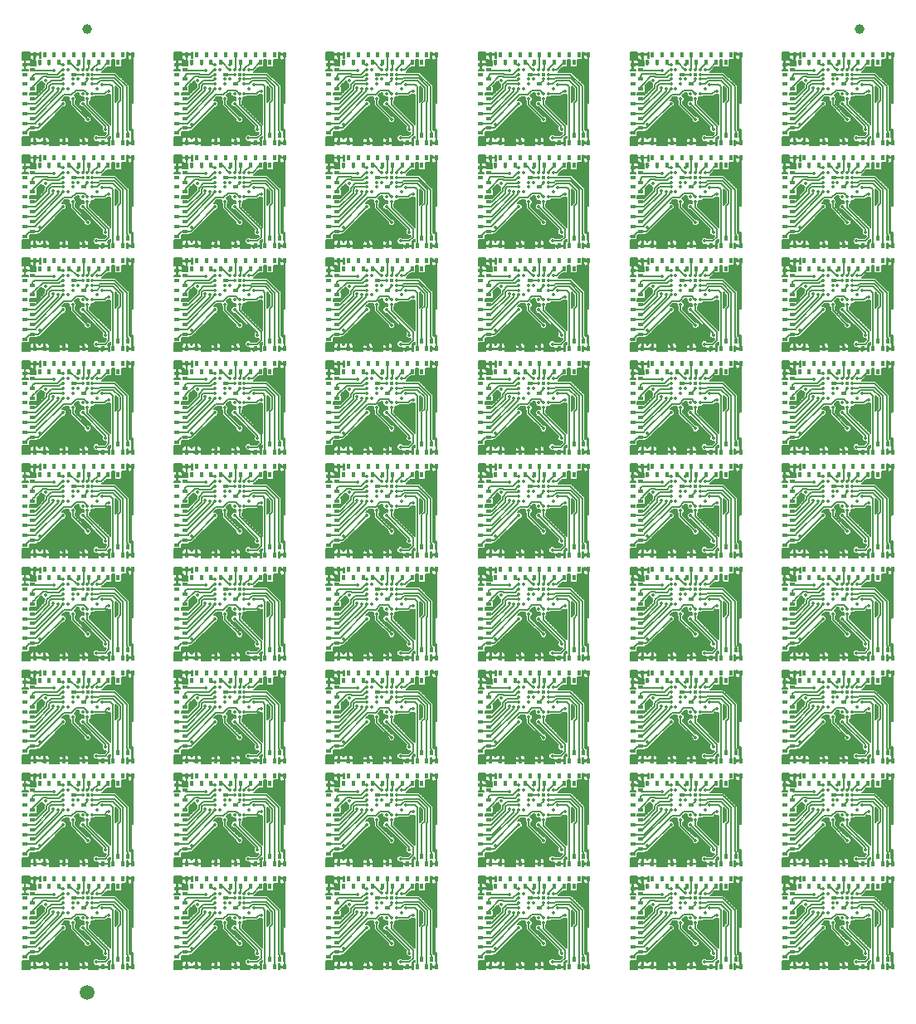
<source format=gbl>
G75*
%MOIN*%
%OFA0B0*%
%FSLAX25Y25*%
%IPPOS*%
%LPD*%
%AMOC8*
5,1,8,0,0,1.08239X$1,22.5*
%
%ADD10R,0.02362X0.01575*%
%ADD11R,0.01575X0.02362*%
%ADD12R,0.01378X0.01378*%
%ADD13C,0.03937*%
%ADD14C,0.05906*%
%ADD15C,0.01387*%
%ADD16C,0.00787*%
%ADD17C,0.00500*%
%ADD18C,0.00600*%
D10*
X0030719Y0034656D03*
X0033868Y0036624D03*
X0030719Y0038593D03*
X0033868Y0040561D03*
X0030719Y0042530D03*
X0033868Y0044498D03*
X0030719Y0046467D03*
X0033868Y0048435D03*
X0030719Y0050404D03*
X0033868Y0052372D03*
X0030719Y0054341D03*
X0033868Y0056309D03*
X0030719Y0058278D03*
X0033868Y0060246D03*
X0030719Y0062215D03*
X0030719Y0076026D03*
X0033868Y0077994D03*
X0030719Y0079963D03*
X0033868Y0081931D03*
X0030719Y0083900D03*
X0033868Y0085868D03*
X0030719Y0087837D03*
X0033868Y0089805D03*
X0030719Y0091774D03*
X0033868Y0093742D03*
X0030719Y0095711D03*
X0033868Y0097679D03*
X0030719Y0099648D03*
X0033868Y0101616D03*
X0030719Y0103585D03*
X0030719Y0117396D03*
X0033868Y0119364D03*
X0030719Y0121333D03*
X0033868Y0123301D03*
X0030719Y0125270D03*
X0033868Y0127238D03*
X0030719Y0129207D03*
X0033868Y0131175D03*
X0030719Y0133144D03*
X0033868Y0135112D03*
X0030719Y0137081D03*
X0033868Y0139049D03*
X0030719Y0141018D03*
X0033868Y0142986D03*
X0030719Y0144955D03*
X0030719Y0158766D03*
X0033868Y0160734D03*
X0030719Y0162703D03*
X0033868Y0164671D03*
X0030719Y0166640D03*
X0033868Y0168608D03*
X0030719Y0170577D03*
X0033868Y0172545D03*
X0030719Y0174514D03*
X0033868Y0176482D03*
X0030719Y0178451D03*
X0033868Y0180419D03*
X0030719Y0182388D03*
X0033868Y0184356D03*
X0030719Y0186325D03*
X0030719Y0200136D03*
X0033868Y0202104D03*
X0030719Y0204073D03*
X0033868Y0206041D03*
X0030719Y0208010D03*
X0033868Y0209978D03*
X0030719Y0211947D03*
X0033868Y0213915D03*
X0030719Y0215884D03*
X0033868Y0217852D03*
X0030719Y0219821D03*
X0033868Y0221789D03*
X0030719Y0223758D03*
X0033868Y0225726D03*
X0030719Y0227695D03*
X0030719Y0241506D03*
X0033868Y0243474D03*
X0030719Y0245443D03*
X0033868Y0247411D03*
X0030719Y0249380D03*
X0033868Y0251348D03*
X0030719Y0253317D03*
X0033868Y0255285D03*
X0030719Y0257254D03*
X0033868Y0259222D03*
X0030719Y0261191D03*
X0033868Y0263159D03*
X0030719Y0265128D03*
X0033868Y0267096D03*
X0030719Y0269065D03*
X0030719Y0282876D03*
X0033868Y0284845D03*
X0030719Y0286813D03*
X0033868Y0288782D03*
X0030719Y0290750D03*
X0033868Y0292719D03*
X0030719Y0294687D03*
X0033868Y0296656D03*
X0030719Y0298624D03*
X0033868Y0300593D03*
X0030719Y0302561D03*
X0033868Y0304530D03*
X0030719Y0306498D03*
X0033868Y0308467D03*
X0030719Y0310435D03*
X0030719Y0324246D03*
X0033868Y0326215D03*
X0030719Y0328183D03*
X0033868Y0330152D03*
X0030719Y0332120D03*
X0033868Y0334089D03*
X0030719Y0336057D03*
X0033868Y0338026D03*
X0030719Y0339994D03*
X0033868Y0341963D03*
X0030719Y0343931D03*
X0033868Y0345900D03*
X0030719Y0347868D03*
X0033868Y0349837D03*
X0030719Y0351805D03*
X0030719Y0365616D03*
X0033868Y0367585D03*
X0030719Y0369553D03*
X0033868Y0371522D03*
X0030719Y0373490D03*
X0033868Y0375459D03*
X0030719Y0377427D03*
X0033868Y0379396D03*
X0030719Y0381364D03*
X0033868Y0383333D03*
X0030719Y0385301D03*
X0033868Y0387270D03*
X0030719Y0389238D03*
X0033868Y0391207D03*
X0030719Y0393175D03*
X0050404Y0389238D03*
X0054341Y0385301D03*
X0091774Y0385301D03*
X0094923Y0383333D03*
X0091774Y0381364D03*
X0094923Y0379396D03*
X0091774Y0377427D03*
X0094923Y0375459D03*
X0091774Y0373490D03*
X0094923Y0371522D03*
X0091774Y0369553D03*
X0094923Y0367585D03*
X0091774Y0365616D03*
X0091774Y0351805D03*
X0094923Y0349837D03*
X0091774Y0347868D03*
X0094923Y0345900D03*
X0091774Y0343931D03*
X0094923Y0341963D03*
X0091774Y0339994D03*
X0094923Y0338026D03*
X0091774Y0336057D03*
X0094923Y0334089D03*
X0091774Y0332120D03*
X0094923Y0330152D03*
X0091774Y0328183D03*
X0094923Y0326215D03*
X0091774Y0324246D03*
X0091774Y0310435D03*
X0094923Y0308467D03*
X0091774Y0306498D03*
X0094923Y0304530D03*
X0091774Y0302561D03*
X0094923Y0300593D03*
X0091774Y0298624D03*
X0094923Y0296656D03*
X0091774Y0294687D03*
X0094923Y0292719D03*
X0091774Y0290750D03*
X0094923Y0288782D03*
X0091774Y0286813D03*
X0094923Y0284845D03*
X0091774Y0282876D03*
X0091774Y0269065D03*
X0094923Y0267096D03*
X0091774Y0265128D03*
X0094923Y0263159D03*
X0091774Y0261191D03*
X0094923Y0259222D03*
X0091774Y0257254D03*
X0094923Y0255285D03*
X0091774Y0253317D03*
X0094923Y0251348D03*
X0091774Y0249380D03*
X0094923Y0247411D03*
X0091774Y0245443D03*
X0094923Y0243474D03*
X0091774Y0241506D03*
X0091774Y0227695D03*
X0094923Y0225726D03*
X0091774Y0223758D03*
X0094923Y0221789D03*
X0091774Y0219821D03*
X0094923Y0217852D03*
X0091774Y0215884D03*
X0094923Y0213915D03*
X0091774Y0211947D03*
X0094923Y0209978D03*
X0091774Y0208010D03*
X0094923Y0206041D03*
X0091774Y0204073D03*
X0094923Y0202104D03*
X0091774Y0200136D03*
X0091774Y0186325D03*
X0094923Y0184356D03*
X0091774Y0182388D03*
X0094923Y0180419D03*
X0091774Y0178451D03*
X0094923Y0176482D03*
X0091774Y0174514D03*
X0094923Y0172545D03*
X0091774Y0170577D03*
X0094923Y0168608D03*
X0091774Y0166640D03*
X0094923Y0164671D03*
X0091774Y0162703D03*
X0094923Y0160734D03*
X0091774Y0158766D03*
X0091774Y0144955D03*
X0094923Y0142986D03*
X0091774Y0141018D03*
X0094923Y0139049D03*
X0091774Y0137081D03*
X0094923Y0135112D03*
X0091774Y0133144D03*
X0094923Y0131175D03*
X0091774Y0129207D03*
X0094923Y0127238D03*
X0091774Y0125270D03*
X0094923Y0123301D03*
X0091774Y0121333D03*
X0094923Y0119364D03*
X0091774Y0117396D03*
X0091774Y0103585D03*
X0094923Y0101616D03*
X0091774Y0099648D03*
X0094923Y0097679D03*
X0091774Y0095711D03*
X0094923Y0093742D03*
X0091774Y0091774D03*
X0094923Y0089805D03*
X0091774Y0087837D03*
X0094923Y0085868D03*
X0091774Y0083900D03*
X0094923Y0081931D03*
X0091774Y0079963D03*
X0094923Y0077994D03*
X0091774Y0076026D03*
X0091774Y0062215D03*
X0094923Y0060246D03*
X0091774Y0058278D03*
X0094923Y0056309D03*
X0091774Y0054341D03*
X0094923Y0052372D03*
X0091774Y0050404D03*
X0094923Y0048435D03*
X0091774Y0046467D03*
X0094923Y0044498D03*
X0091774Y0042530D03*
X0094923Y0040561D03*
X0091774Y0038593D03*
X0094923Y0036624D03*
X0091774Y0034656D03*
X0111459Y0058278D03*
X0115396Y0054341D03*
X0152829Y0054341D03*
X0155978Y0056309D03*
X0152829Y0058278D03*
X0155978Y0060246D03*
X0152829Y0062215D03*
X0155978Y0052372D03*
X0152829Y0050404D03*
X0155978Y0048435D03*
X0152829Y0046467D03*
X0155978Y0044498D03*
X0152829Y0042530D03*
X0155978Y0040561D03*
X0152829Y0038593D03*
X0155978Y0036624D03*
X0152829Y0034656D03*
X0172514Y0058278D03*
X0176451Y0054341D03*
X0155978Y0077994D03*
X0152829Y0076026D03*
X0152829Y0079963D03*
X0155978Y0081931D03*
X0152829Y0083900D03*
X0155978Y0085868D03*
X0152829Y0087837D03*
X0155978Y0089805D03*
X0152829Y0091774D03*
X0155978Y0093742D03*
X0152829Y0095711D03*
X0155978Y0097679D03*
X0152829Y0099648D03*
X0155978Y0101616D03*
X0152829Y0103585D03*
X0152829Y0117396D03*
X0155978Y0119364D03*
X0152829Y0121333D03*
X0155978Y0123301D03*
X0152829Y0125270D03*
X0155978Y0127238D03*
X0152829Y0129207D03*
X0155978Y0131175D03*
X0152829Y0133144D03*
X0155978Y0135112D03*
X0152829Y0137081D03*
X0155978Y0139049D03*
X0152829Y0141018D03*
X0155978Y0142986D03*
X0152829Y0144955D03*
X0152829Y0158766D03*
X0155978Y0160734D03*
X0152829Y0162703D03*
X0155978Y0164671D03*
X0152829Y0166640D03*
X0155978Y0168608D03*
X0152829Y0170577D03*
X0155978Y0172545D03*
X0152829Y0174514D03*
X0155978Y0176482D03*
X0152829Y0178451D03*
X0155978Y0180419D03*
X0152829Y0182388D03*
X0155978Y0184356D03*
X0152829Y0186325D03*
X0152829Y0200136D03*
X0155978Y0202104D03*
X0152829Y0204073D03*
X0155978Y0206041D03*
X0152829Y0208010D03*
X0155978Y0209978D03*
X0152829Y0211947D03*
X0155978Y0213915D03*
X0152829Y0215884D03*
X0155978Y0217852D03*
X0152829Y0219821D03*
X0155978Y0221789D03*
X0152829Y0223758D03*
X0155978Y0225726D03*
X0152829Y0227695D03*
X0152829Y0241506D03*
X0155978Y0243474D03*
X0152829Y0245443D03*
X0155978Y0247411D03*
X0152829Y0249380D03*
X0155978Y0251348D03*
X0152829Y0253317D03*
X0155978Y0255285D03*
X0152829Y0257254D03*
X0155978Y0259222D03*
X0152829Y0261191D03*
X0155978Y0263159D03*
X0152829Y0265128D03*
X0155978Y0267096D03*
X0152829Y0269065D03*
X0152829Y0282876D03*
X0155978Y0284845D03*
X0152829Y0286813D03*
X0155978Y0288782D03*
X0152829Y0290750D03*
X0155978Y0292719D03*
X0152829Y0294687D03*
X0155978Y0296656D03*
X0152829Y0298624D03*
X0155978Y0300593D03*
X0152829Y0302561D03*
X0155978Y0304530D03*
X0152829Y0306498D03*
X0155978Y0308467D03*
X0152829Y0310435D03*
X0152829Y0324246D03*
X0155978Y0326215D03*
X0152829Y0328183D03*
X0155978Y0330152D03*
X0152829Y0332120D03*
X0155978Y0334089D03*
X0152829Y0336057D03*
X0155978Y0338026D03*
X0152829Y0339994D03*
X0155978Y0341963D03*
X0152829Y0343931D03*
X0155978Y0345900D03*
X0152829Y0347868D03*
X0155978Y0349837D03*
X0152829Y0351805D03*
X0152829Y0365616D03*
X0155978Y0367585D03*
X0152829Y0369553D03*
X0155978Y0371522D03*
X0152829Y0373490D03*
X0155978Y0375459D03*
X0152829Y0377427D03*
X0155978Y0379396D03*
X0152829Y0381364D03*
X0155978Y0383333D03*
X0152829Y0385301D03*
X0155978Y0387270D03*
X0152829Y0389238D03*
X0155978Y0391207D03*
X0152829Y0393175D03*
X0172514Y0389238D03*
X0176451Y0385301D03*
X0213884Y0385301D03*
X0217034Y0383333D03*
X0213884Y0381364D03*
X0217034Y0379396D03*
X0213884Y0377427D03*
X0217034Y0375459D03*
X0213884Y0373490D03*
X0217034Y0371522D03*
X0213884Y0369553D03*
X0217034Y0367585D03*
X0213884Y0365616D03*
X0213884Y0351805D03*
X0217034Y0349837D03*
X0213884Y0347868D03*
X0217034Y0345900D03*
X0213884Y0343931D03*
X0217034Y0341963D03*
X0213884Y0339994D03*
X0217034Y0338026D03*
X0213884Y0336057D03*
X0217034Y0334089D03*
X0213884Y0332120D03*
X0217034Y0330152D03*
X0213884Y0328183D03*
X0217034Y0326215D03*
X0213884Y0324246D03*
X0213884Y0310435D03*
X0217034Y0308467D03*
X0213884Y0306498D03*
X0217034Y0304530D03*
X0213884Y0302561D03*
X0217034Y0300593D03*
X0213884Y0298624D03*
X0217034Y0296656D03*
X0213884Y0294687D03*
X0217034Y0292719D03*
X0213884Y0290750D03*
X0217034Y0288782D03*
X0213884Y0286813D03*
X0217034Y0284845D03*
X0213884Y0282876D03*
X0213884Y0269065D03*
X0217034Y0267096D03*
X0213884Y0265128D03*
X0217034Y0263159D03*
X0213884Y0261191D03*
X0217034Y0259222D03*
X0213884Y0257254D03*
X0217034Y0255285D03*
X0213884Y0253317D03*
X0217034Y0251348D03*
X0213884Y0249380D03*
X0217034Y0247411D03*
X0213884Y0245443D03*
X0217034Y0243474D03*
X0213884Y0241506D03*
X0213884Y0227695D03*
X0217034Y0225726D03*
X0213884Y0223758D03*
X0217034Y0221789D03*
X0213884Y0219821D03*
X0217034Y0217852D03*
X0213884Y0215884D03*
X0217034Y0213915D03*
X0213884Y0211947D03*
X0217034Y0209978D03*
X0213884Y0208010D03*
X0217034Y0206041D03*
X0213884Y0204073D03*
X0217034Y0202104D03*
X0213884Y0200136D03*
X0213884Y0186325D03*
X0217034Y0184356D03*
X0213884Y0182388D03*
X0217034Y0180419D03*
X0213884Y0178451D03*
X0217034Y0176482D03*
X0213884Y0174514D03*
X0217034Y0172545D03*
X0213884Y0170577D03*
X0217034Y0168608D03*
X0213884Y0166640D03*
X0217034Y0164671D03*
X0213884Y0162703D03*
X0217034Y0160734D03*
X0213884Y0158766D03*
X0213884Y0144955D03*
X0217034Y0142986D03*
X0213884Y0141018D03*
X0217034Y0139049D03*
X0213884Y0137081D03*
X0217034Y0135112D03*
X0213884Y0133144D03*
X0217034Y0131175D03*
X0213884Y0129207D03*
X0217034Y0127238D03*
X0213884Y0125270D03*
X0217034Y0123301D03*
X0213884Y0121333D03*
X0217034Y0119364D03*
X0213884Y0117396D03*
X0213884Y0103585D03*
X0217034Y0101616D03*
X0213884Y0099648D03*
X0217034Y0097679D03*
X0213884Y0095711D03*
X0217034Y0093742D03*
X0213884Y0091774D03*
X0217034Y0089805D03*
X0213884Y0087837D03*
X0217034Y0085868D03*
X0213884Y0083900D03*
X0217034Y0081931D03*
X0213884Y0079963D03*
X0217034Y0077994D03*
X0213884Y0076026D03*
X0213884Y0062215D03*
X0217034Y0060246D03*
X0213884Y0058278D03*
X0217034Y0056309D03*
X0213884Y0054341D03*
X0217034Y0052372D03*
X0213884Y0050404D03*
X0217034Y0048435D03*
X0213884Y0046467D03*
X0217034Y0044498D03*
X0213884Y0042530D03*
X0217034Y0040561D03*
X0213884Y0038593D03*
X0217034Y0036624D03*
X0213884Y0034656D03*
X0237506Y0054341D03*
X0233569Y0058278D03*
X0237506Y0095711D03*
X0233569Y0099648D03*
X0237506Y0137081D03*
X0233569Y0141018D03*
X0237506Y0178451D03*
X0233569Y0182388D03*
X0237506Y0219821D03*
X0233569Y0223758D03*
X0237506Y0261191D03*
X0233569Y0265128D03*
X0237506Y0302561D03*
X0233569Y0306498D03*
X0237506Y0343931D03*
X0233569Y0347868D03*
X0237506Y0385301D03*
X0233569Y0389238D03*
X0217034Y0387270D03*
X0213884Y0389238D03*
X0217034Y0391207D03*
X0213884Y0393175D03*
X0172514Y0347868D03*
X0176451Y0343931D03*
X0172514Y0306498D03*
X0176451Y0302561D03*
X0172514Y0265128D03*
X0176451Y0261191D03*
X0172514Y0223758D03*
X0176451Y0219821D03*
X0172514Y0182388D03*
X0176451Y0178451D03*
X0172514Y0141018D03*
X0176451Y0137081D03*
X0172514Y0099648D03*
X0176451Y0095711D03*
X0115396Y0095711D03*
X0111459Y0099648D03*
X0115396Y0137081D03*
X0111459Y0141018D03*
X0115396Y0178451D03*
X0111459Y0182388D03*
X0115396Y0219821D03*
X0111459Y0223758D03*
X0115396Y0261191D03*
X0111459Y0265128D03*
X0115396Y0302561D03*
X0111459Y0306498D03*
X0115396Y0343931D03*
X0111459Y0347868D03*
X0115396Y0385301D03*
X0111459Y0389238D03*
X0094923Y0387270D03*
X0091774Y0389238D03*
X0094923Y0391207D03*
X0091774Y0393175D03*
X0050404Y0347868D03*
X0054341Y0343931D03*
X0050404Y0306498D03*
X0054341Y0302561D03*
X0050404Y0265128D03*
X0054341Y0261191D03*
X0050404Y0223758D03*
X0054341Y0219821D03*
X0050404Y0182388D03*
X0054341Y0178451D03*
X0050404Y0141018D03*
X0054341Y0137081D03*
X0050404Y0099648D03*
X0054341Y0095711D03*
X0050404Y0058278D03*
X0054341Y0054341D03*
X0274939Y0054341D03*
X0278089Y0056309D03*
X0274939Y0058278D03*
X0278089Y0060246D03*
X0274939Y0062215D03*
X0278089Y0052372D03*
X0274939Y0050404D03*
X0278089Y0048435D03*
X0274939Y0046467D03*
X0278089Y0044498D03*
X0274939Y0042530D03*
X0278089Y0040561D03*
X0274939Y0038593D03*
X0278089Y0036624D03*
X0274939Y0034656D03*
X0294624Y0058278D03*
X0298561Y0054341D03*
X0278089Y0077994D03*
X0274939Y0076026D03*
X0274939Y0079963D03*
X0278089Y0081931D03*
X0274939Y0083900D03*
X0278089Y0085868D03*
X0274939Y0087837D03*
X0278089Y0089805D03*
X0274939Y0091774D03*
X0278089Y0093742D03*
X0274939Y0095711D03*
X0278089Y0097679D03*
X0274939Y0099648D03*
X0278089Y0101616D03*
X0274939Y0103585D03*
X0274939Y0117396D03*
X0278089Y0119364D03*
X0274939Y0121333D03*
X0278089Y0123301D03*
X0274939Y0125270D03*
X0278089Y0127238D03*
X0274939Y0129207D03*
X0278089Y0131175D03*
X0274939Y0133144D03*
X0278089Y0135112D03*
X0274939Y0137081D03*
X0278089Y0139049D03*
X0274939Y0141018D03*
X0278089Y0142986D03*
X0274939Y0144955D03*
X0274939Y0158766D03*
X0278089Y0160734D03*
X0274939Y0162703D03*
X0278089Y0164671D03*
X0274939Y0166640D03*
X0278089Y0168608D03*
X0274939Y0170577D03*
X0278089Y0172545D03*
X0274939Y0174514D03*
X0278089Y0176482D03*
X0274939Y0178451D03*
X0278089Y0180419D03*
X0274939Y0182388D03*
X0278089Y0184356D03*
X0274939Y0186325D03*
X0274939Y0200136D03*
X0278089Y0202104D03*
X0274939Y0204073D03*
X0278089Y0206041D03*
X0274939Y0208010D03*
X0278089Y0209978D03*
X0274939Y0211947D03*
X0278089Y0213915D03*
X0274939Y0215884D03*
X0278089Y0217852D03*
X0274939Y0219821D03*
X0278089Y0221789D03*
X0274939Y0223758D03*
X0278089Y0225726D03*
X0274939Y0227695D03*
X0274939Y0241506D03*
X0278089Y0243474D03*
X0274939Y0245443D03*
X0278089Y0247411D03*
X0274939Y0249380D03*
X0278089Y0251348D03*
X0274939Y0253317D03*
X0278089Y0255285D03*
X0274939Y0257254D03*
X0278089Y0259222D03*
X0274939Y0261191D03*
X0278089Y0263159D03*
X0274939Y0265128D03*
X0278089Y0267096D03*
X0274939Y0269065D03*
X0274939Y0282876D03*
X0278089Y0284845D03*
X0274939Y0286813D03*
X0278089Y0288782D03*
X0274939Y0290750D03*
X0278089Y0292719D03*
X0274939Y0294687D03*
X0278089Y0296656D03*
X0274939Y0298624D03*
X0278089Y0300593D03*
X0274939Y0302561D03*
X0278089Y0304530D03*
X0274939Y0306498D03*
X0278089Y0308467D03*
X0274939Y0310435D03*
X0274939Y0324246D03*
X0278089Y0326215D03*
X0274939Y0328183D03*
X0278089Y0330152D03*
X0274939Y0332120D03*
X0278089Y0334089D03*
X0274939Y0336057D03*
X0278089Y0338026D03*
X0274939Y0339994D03*
X0278089Y0341963D03*
X0274939Y0343931D03*
X0278089Y0345900D03*
X0274939Y0347868D03*
X0278089Y0349837D03*
X0274939Y0351805D03*
X0274939Y0365616D03*
X0278089Y0367585D03*
X0274939Y0369553D03*
X0278089Y0371522D03*
X0274939Y0373490D03*
X0278089Y0375459D03*
X0274939Y0377427D03*
X0278089Y0379396D03*
X0274939Y0381364D03*
X0278089Y0383333D03*
X0274939Y0385301D03*
X0278089Y0387270D03*
X0274939Y0389238D03*
X0278089Y0391207D03*
X0274939Y0393175D03*
X0294624Y0389238D03*
X0298561Y0385301D03*
X0335994Y0385301D03*
X0339144Y0383333D03*
X0335994Y0381364D03*
X0339144Y0379396D03*
X0335994Y0377427D03*
X0339144Y0375459D03*
X0335994Y0373490D03*
X0339144Y0371522D03*
X0335994Y0369553D03*
X0339144Y0367585D03*
X0335994Y0365616D03*
X0335994Y0351805D03*
X0339144Y0349837D03*
X0335994Y0347868D03*
X0339144Y0345900D03*
X0335994Y0343931D03*
X0339144Y0341963D03*
X0335994Y0339994D03*
X0339144Y0338026D03*
X0335994Y0336057D03*
X0339144Y0334089D03*
X0335994Y0332120D03*
X0339144Y0330152D03*
X0335994Y0328183D03*
X0339144Y0326215D03*
X0335994Y0324246D03*
X0335994Y0310435D03*
X0339144Y0308467D03*
X0335994Y0306498D03*
X0339144Y0304530D03*
X0335994Y0302561D03*
X0339144Y0300593D03*
X0335994Y0298624D03*
X0339144Y0296656D03*
X0335994Y0294687D03*
X0339144Y0292719D03*
X0335994Y0290750D03*
X0339144Y0288782D03*
X0335994Y0286813D03*
X0339144Y0284845D03*
X0335994Y0282876D03*
X0335994Y0269065D03*
X0339144Y0267096D03*
X0335994Y0265128D03*
X0339144Y0263159D03*
X0335994Y0261191D03*
X0339144Y0259222D03*
X0335994Y0257254D03*
X0339144Y0255285D03*
X0335994Y0253317D03*
X0339144Y0251348D03*
X0335994Y0249380D03*
X0339144Y0247411D03*
X0335994Y0245443D03*
X0339144Y0243474D03*
X0335994Y0241506D03*
X0335994Y0227695D03*
X0339144Y0225726D03*
X0335994Y0223758D03*
X0339144Y0221789D03*
X0335994Y0219821D03*
X0339144Y0217852D03*
X0335994Y0215884D03*
X0339144Y0213915D03*
X0335994Y0211947D03*
X0339144Y0209978D03*
X0335994Y0208010D03*
X0339144Y0206041D03*
X0335994Y0204073D03*
X0339144Y0202104D03*
X0335994Y0200136D03*
X0335994Y0186325D03*
X0339144Y0184356D03*
X0335994Y0182388D03*
X0339144Y0180419D03*
X0335994Y0178451D03*
X0339144Y0176482D03*
X0335994Y0174514D03*
X0339144Y0172545D03*
X0335994Y0170577D03*
X0339144Y0168608D03*
X0335994Y0166640D03*
X0339144Y0164671D03*
X0335994Y0162703D03*
X0339144Y0160734D03*
X0335994Y0158766D03*
X0335994Y0144955D03*
X0339144Y0142986D03*
X0335994Y0141018D03*
X0339144Y0139049D03*
X0335994Y0137081D03*
X0339144Y0135112D03*
X0335994Y0133144D03*
X0339144Y0131175D03*
X0335994Y0129207D03*
X0339144Y0127238D03*
X0335994Y0125270D03*
X0339144Y0123301D03*
X0335994Y0121333D03*
X0339144Y0119364D03*
X0335994Y0117396D03*
X0335994Y0103585D03*
X0339144Y0101616D03*
X0335994Y0099648D03*
X0339144Y0097679D03*
X0335994Y0095711D03*
X0339144Y0093742D03*
X0335994Y0091774D03*
X0339144Y0089805D03*
X0335994Y0087837D03*
X0339144Y0085868D03*
X0335994Y0083900D03*
X0339144Y0081931D03*
X0335994Y0079963D03*
X0339144Y0077994D03*
X0335994Y0076026D03*
X0335994Y0062215D03*
X0339144Y0060246D03*
X0335994Y0058278D03*
X0339144Y0056309D03*
X0335994Y0054341D03*
X0339144Y0052372D03*
X0335994Y0050404D03*
X0339144Y0048435D03*
X0335994Y0046467D03*
X0339144Y0044498D03*
X0335994Y0042530D03*
X0339144Y0040561D03*
X0335994Y0038593D03*
X0339144Y0036624D03*
X0335994Y0034656D03*
X0355679Y0058278D03*
X0359616Y0054341D03*
X0359616Y0095711D03*
X0355679Y0099648D03*
X0359616Y0137081D03*
X0355679Y0141018D03*
X0359616Y0178451D03*
X0355679Y0182388D03*
X0359616Y0219821D03*
X0355679Y0223758D03*
X0359616Y0261191D03*
X0355679Y0265128D03*
X0359616Y0302561D03*
X0355679Y0306498D03*
X0359616Y0343931D03*
X0355679Y0347868D03*
X0359616Y0385301D03*
X0355679Y0389238D03*
X0339144Y0387270D03*
X0335994Y0389238D03*
X0339144Y0391207D03*
X0335994Y0393175D03*
X0294624Y0347868D03*
X0298561Y0343931D03*
X0294624Y0306498D03*
X0298561Y0302561D03*
X0294624Y0265128D03*
X0298561Y0261191D03*
X0294624Y0223758D03*
X0298561Y0219821D03*
X0294624Y0182388D03*
X0298561Y0178451D03*
X0294624Y0141018D03*
X0298561Y0137081D03*
X0294624Y0099648D03*
X0298561Y0095711D03*
D11*
X0296593Y0104372D03*
X0298561Y0107522D03*
X0300530Y0104372D03*
X0302498Y0107522D03*
X0304467Y0104372D03*
X0306435Y0107522D03*
X0308404Y0104372D03*
X0310372Y0107522D03*
X0312341Y0104372D03*
X0314309Y0107522D03*
X0318246Y0107522D03*
X0318246Y0113459D03*
X0316278Y0116608D03*
X0314309Y0113459D03*
X0312341Y0116608D03*
X0310372Y0113459D03*
X0306435Y0113459D03*
X0298561Y0113459D03*
X0294624Y0107522D03*
X0292656Y0104372D03*
X0290687Y0107522D03*
X0288719Y0104372D03*
X0286750Y0107522D03*
X0284782Y0104372D03*
X0282813Y0107522D03*
X0280845Y0104372D03*
X0278876Y0107522D03*
X0278876Y0113459D03*
X0282813Y0113459D03*
X0290687Y0113459D03*
X0292656Y0145742D03*
X0294624Y0148892D03*
X0296593Y0145742D03*
X0298561Y0148892D03*
X0300530Y0145742D03*
X0302498Y0148892D03*
X0304467Y0145742D03*
X0306435Y0148892D03*
X0308404Y0145742D03*
X0310372Y0148892D03*
X0312341Y0145742D03*
X0314309Y0148892D03*
X0318246Y0148892D03*
X0318246Y0154829D03*
X0316278Y0157978D03*
X0314309Y0154829D03*
X0312341Y0157978D03*
X0310372Y0154829D03*
X0306435Y0154829D03*
X0298561Y0154829D03*
X0290687Y0154829D03*
X0290687Y0148892D03*
X0288719Y0145742D03*
X0286750Y0148892D03*
X0284782Y0145742D03*
X0282813Y0148892D03*
X0280845Y0145742D03*
X0278876Y0148892D03*
X0278876Y0154829D03*
X0282813Y0154829D03*
X0257191Y0154829D03*
X0255222Y0157978D03*
X0253254Y0154829D03*
X0251285Y0157978D03*
X0249317Y0154829D03*
X0245380Y0154829D03*
X0245380Y0148892D03*
X0247348Y0145742D03*
X0249317Y0148892D03*
X0251285Y0145742D03*
X0253254Y0148892D03*
X0257191Y0148892D03*
X0243411Y0145742D03*
X0241443Y0148892D03*
X0239474Y0145742D03*
X0237506Y0148892D03*
X0235537Y0145742D03*
X0233569Y0148892D03*
X0231600Y0145742D03*
X0229632Y0148892D03*
X0227663Y0145742D03*
X0225695Y0148892D03*
X0223726Y0145742D03*
X0221758Y0148892D03*
X0219789Y0145742D03*
X0217821Y0148892D03*
X0217821Y0154829D03*
X0221758Y0154829D03*
X0229632Y0154829D03*
X0237506Y0154829D03*
X0235537Y0187112D03*
X0233569Y0190262D03*
X0231600Y0187112D03*
X0229632Y0190262D03*
X0227663Y0187112D03*
X0225695Y0190262D03*
X0223726Y0187112D03*
X0221758Y0190262D03*
X0219789Y0187112D03*
X0217821Y0190262D03*
X0217821Y0196199D03*
X0221758Y0196199D03*
X0229632Y0196199D03*
X0237506Y0196199D03*
X0237506Y0190262D03*
X0239474Y0187112D03*
X0241443Y0190262D03*
X0243411Y0187112D03*
X0245380Y0190262D03*
X0247348Y0187112D03*
X0249317Y0190262D03*
X0251285Y0187112D03*
X0253254Y0190262D03*
X0257191Y0190262D03*
X0257191Y0196199D03*
X0255222Y0199348D03*
X0253254Y0196199D03*
X0251285Y0199348D03*
X0249317Y0196199D03*
X0245380Y0196199D03*
X0243411Y0228482D03*
X0241443Y0231632D03*
X0239474Y0228482D03*
X0237506Y0231632D03*
X0235537Y0228482D03*
X0233569Y0231632D03*
X0231600Y0228482D03*
X0229632Y0231632D03*
X0227663Y0228482D03*
X0225695Y0231632D03*
X0223726Y0228482D03*
X0221758Y0231632D03*
X0219789Y0228482D03*
X0217821Y0231632D03*
X0217821Y0237569D03*
X0221758Y0237569D03*
X0229632Y0237569D03*
X0237506Y0237569D03*
X0245380Y0237569D03*
X0249317Y0237569D03*
X0251285Y0240719D03*
X0253254Y0237569D03*
X0255222Y0240719D03*
X0257191Y0237569D03*
X0257191Y0231632D03*
X0253254Y0231632D03*
X0251285Y0228482D03*
X0249317Y0231632D03*
X0247348Y0228482D03*
X0245380Y0231632D03*
X0278876Y0231632D03*
X0280845Y0228482D03*
X0282813Y0231632D03*
X0284782Y0228482D03*
X0286750Y0231632D03*
X0288719Y0228482D03*
X0290687Y0231632D03*
X0292656Y0228482D03*
X0294624Y0231632D03*
X0296593Y0228482D03*
X0298561Y0231632D03*
X0300530Y0228482D03*
X0302498Y0231632D03*
X0304467Y0228482D03*
X0306435Y0231632D03*
X0308404Y0228482D03*
X0310372Y0231632D03*
X0312341Y0228482D03*
X0314309Y0231632D03*
X0318246Y0231632D03*
X0318246Y0237569D03*
X0316278Y0240719D03*
X0314309Y0237569D03*
X0312341Y0240719D03*
X0310372Y0237569D03*
X0306435Y0237569D03*
X0298561Y0237569D03*
X0290687Y0237569D03*
X0282813Y0237569D03*
X0278876Y0237569D03*
X0280845Y0269852D03*
X0282813Y0273002D03*
X0284782Y0269852D03*
X0286750Y0273002D03*
X0288719Y0269852D03*
X0290687Y0273002D03*
X0292656Y0269852D03*
X0294624Y0273002D03*
X0296593Y0269852D03*
X0298561Y0273002D03*
X0300530Y0269852D03*
X0302498Y0273002D03*
X0304467Y0269852D03*
X0306435Y0273002D03*
X0308404Y0269852D03*
X0310372Y0273002D03*
X0312341Y0269852D03*
X0314309Y0273002D03*
X0318246Y0273002D03*
X0318246Y0278939D03*
X0316278Y0282089D03*
X0314309Y0278939D03*
X0312341Y0282089D03*
X0310372Y0278939D03*
X0306435Y0278939D03*
X0298561Y0278939D03*
X0290687Y0278939D03*
X0282813Y0278939D03*
X0278876Y0278939D03*
X0278876Y0273002D03*
X0257191Y0273002D03*
X0253254Y0273002D03*
X0251285Y0269852D03*
X0249317Y0273002D03*
X0247348Y0269852D03*
X0245380Y0273002D03*
X0243411Y0269852D03*
X0241443Y0273002D03*
X0239474Y0269852D03*
X0237506Y0273002D03*
X0235537Y0269852D03*
X0233569Y0273002D03*
X0231600Y0269852D03*
X0229632Y0273002D03*
X0227663Y0269852D03*
X0225695Y0273002D03*
X0223726Y0269852D03*
X0221758Y0273002D03*
X0219789Y0269852D03*
X0217821Y0273002D03*
X0217821Y0278939D03*
X0221758Y0278939D03*
X0229632Y0278939D03*
X0237506Y0278939D03*
X0245380Y0278939D03*
X0249317Y0278939D03*
X0251285Y0282089D03*
X0253254Y0278939D03*
X0255222Y0282089D03*
X0257191Y0278939D03*
X0251285Y0311222D03*
X0249317Y0314372D03*
X0247348Y0311222D03*
X0245380Y0314372D03*
X0243411Y0311222D03*
X0241443Y0314372D03*
X0239474Y0311222D03*
X0237506Y0314372D03*
X0235537Y0311222D03*
X0233569Y0314372D03*
X0231600Y0311222D03*
X0229632Y0314372D03*
X0227663Y0311222D03*
X0225695Y0314372D03*
X0223726Y0311222D03*
X0221758Y0314372D03*
X0219789Y0311222D03*
X0217821Y0314372D03*
X0217821Y0320309D03*
X0221758Y0320309D03*
X0229632Y0320309D03*
X0237506Y0320309D03*
X0245380Y0320309D03*
X0249317Y0320309D03*
X0251285Y0323459D03*
X0253254Y0320309D03*
X0255222Y0323459D03*
X0257191Y0320309D03*
X0257191Y0314372D03*
X0253254Y0314372D03*
X0278876Y0314372D03*
X0280845Y0311222D03*
X0282813Y0314372D03*
X0284782Y0311222D03*
X0286750Y0314372D03*
X0288719Y0311222D03*
X0290687Y0314372D03*
X0292656Y0311222D03*
X0294624Y0314372D03*
X0296593Y0311222D03*
X0298561Y0314372D03*
X0300530Y0311222D03*
X0302498Y0314372D03*
X0304467Y0311222D03*
X0306435Y0314372D03*
X0308404Y0311222D03*
X0310372Y0314372D03*
X0312341Y0311222D03*
X0314309Y0314372D03*
X0318246Y0314372D03*
X0318246Y0320309D03*
X0316278Y0323459D03*
X0314309Y0320309D03*
X0312341Y0323459D03*
X0310372Y0320309D03*
X0306435Y0320309D03*
X0298561Y0320309D03*
X0290687Y0320309D03*
X0282813Y0320309D03*
X0278876Y0320309D03*
X0280845Y0352593D03*
X0282813Y0355742D03*
X0284782Y0352593D03*
X0286750Y0355742D03*
X0288719Y0352593D03*
X0290687Y0355742D03*
X0292656Y0352593D03*
X0294624Y0355742D03*
X0296593Y0352593D03*
X0298561Y0355742D03*
X0300530Y0352593D03*
X0302498Y0355742D03*
X0304467Y0352593D03*
X0306435Y0355742D03*
X0308404Y0352593D03*
X0310372Y0355742D03*
X0312341Y0352593D03*
X0314309Y0355742D03*
X0318246Y0355742D03*
X0318246Y0361679D03*
X0316278Y0364829D03*
X0314309Y0361679D03*
X0312341Y0364829D03*
X0310372Y0361679D03*
X0306435Y0361679D03*
X0298561Y0361679D03*
X0290687Y0361679D03*
X0282813Y0361679D03*
X0278876Y0361679D03*
X0278876Y0355742D03*
X0257191Y0355742D03*
X0253254Y0355742D03*
X0251285Y0352593D03*
X0249317Y0355742D03*
X0247348Y0352593D03*
X0245380Y0355742D03*
X0243411Y0352593D03*
X0241443Y0355742D03*
X0239474Y0352593D03*
X0237506Y0355742D03*
X0235537Y0352593D03*
X0233569Y0355742D03*
X0231600Y0352593D03*
X0229632Y0355742D03*
X0227663Y0352593D03*
X0225695Y0355742D03*
X0223726Y0352593D03*
X0221758Y0355742D03*
X0219789Y0352593D03*
X0217821Y0355742D03*
X0217821Y0361679D03*
X0221758Y0361679D03*
X0229632Y0361679D03*
X0237506Y0361679D03*
X0245380Y0361679D03*
X0249317Y0361679D03*
X0251285Y0364829D03*
X0253254Y0361679D03*
X0255222Y0364829D03*
X0257191Y0361679D03*
X0251285Y0393963D03*
X0249317Y0397112D03*
X0247348Y0393963D03*
X0245380Y0397112D03*
X0243411Y0393963D03*
X0241443Y0397112D03*
X0239474Y0393963D03*
X0237506Y0397112D03*
X0235537Y0393963D03*
X0233569Y0397112D03*
X0231600Y0393963D03*
X0229632Y0397112D03*
X0227663Y0393963D03*
X0225695Y0397112D03*
X0223726Y0393963D03*
X0221758Y0397112D03*
X0219789Y0393963D03*
X0217821Y0397112D03*
X0196136Y0397112D03*
X0192199Y0397112D03*
X0190230Y0393963D03*
X0188262Y0397112D03*
X0186293Y0393963D03*
X0184325Y0397112D03*
X0182356Y0393963D03*
X0180388Y0397112D03*
X0178419Y0393963D03*
X0176451Y0397112D03*
X0174482Y0393963D03*
X0172514Y0397112D03*
X0170545Y0393963D03*
X0168577Y0397112D03*
X0166608Y0393963D03*
X0164640Y0397112D03*
X0162671Y0393963D03*
X0160703Y0397112D03*
X0158734Y0393963D03*
X0156766Y0397112D03*
X0135081Y0397112D03*
X0131144Y0397112D03*
X0129175Y0393963D03*
X0127207Y0397112D03*
X0125238Y0393963D03*
X0123270Y0397112D03*
X0121301Y0393963D03*
X0119333Y0397112D03*
X0117364Y0393963D03*
X0115396Y0397112D03*
X0113427Y0393963D03*
X0111459Y0397112D03*
X0109490Y0393963D03*
X0107522Y0397112D03*
X0105553Y0393963D03*
X0103585Y0397112D03*
X0101616Y0393963D03*
X0099648Y0397112D03*
X0097679Y0393963D03*
X0095711Y0397112D03*
X0074026Y0397112D03*
X0070089Y0397112D03*
X0068120Y0393963D03*
X0066152Y0397112D03*
X0064183Y0393963D03*
X0062215Y0397112D03*
X0060246Y0393963D03*
X0058278Y0397112D03*
X0056309Y0393963D03*
X0054341Y0397112D03*
X0052372Y0393963D03*
X0050404Y0397112D03*
X0048435Y0393963D03*
X0046467Y0397112D03*
X0044498Y0393963D03*
X0042530Y0397112D03*
X0040561Y0393963D03*
X0038593Y0397112D03*
X0036624Y0393963D03*
X0034656Y0397112D03*
X0034656Y0361679D03*
X0038593Y0361679D03*
X0038593Y0355742D03*
X0040561Y0352593D03*
X0042530Y0355742D03*
X0044498Y0352593D03*
X0046467Y0355742D03*
X0048435Y0352593D03*
X0050404Y0355742D03*
X0052372Y0352593D03*
X0054341Y0355742D03*
X0056309Y0352593D03*
X0058278Y0355742D03*
X0060246Y0352593D03*
X0062215Y0355742D03*
X0064183Y0352593D03*
X0066152Y0355742D03*
X0068120Y0352593D03*
X0070089Y0355742D03*
X0074026Y0355742D03*
X0074026Y0361679D03*
X0072057Y0364829D03*
X0070089Y0361679D03*
X0068120Y0364829D03*
X0066152Y0361679D03*
X0062215Y0361679D03*
X0054341Y0361679D03*
X0046467Y0361679D03*
X0036624Y0352593D03*
X0034656Y0355742D03*
X0068120Y0323459D03*
X0066152Y0320309D03*
X0070089Y0320309D03*
X0072057Y0323459D03*
X0074026Y0320309D03*
X0074026Y0314372D03*
X0070089Y0314372D03*
X0068120Y0311222D03*
X0066152Y0314372D03*
X0064183Y0311222D03*
X0062215Y0314372D03*
X0060246Y0311222D03*
X0058278Y0314372D03*
X0056309Y0311222D03*
X0054341Y0314372D03*
X0052372Y0311222D03*
X0050404Y0314372D03*
X0048435Y0311222D03*
X0046467Y0314372D03*
X0044498Y0311222D03*
X0042530Y0314372D03*
X0040561Y0311222D03*
X0038593Y0314372D03*
X0036624Y0311222D03*
X0034656Y0314372D03*
X0034656Y0320309D03*
X0038593Y0320309D03*
X0046467Y0320309D03*
X0054341Y0320309D03*
X0062215Y0320309D03*
X0095711Y0320309D03*
X0099648Y0320309D03*
X0099648Y0314372D03*
X0101616Y0311222D03*
X0103585Y0314372D03*
X0105553Y0311222D03*
X0107522Y0314372D03*
X0109490Y0311222D03*
X0111459Y0314372D03*
X0113427Y0311222D03*
X0115396Y0314372D03*
X0117364Y0311222D03*
X0119333Y0314372D03*
X0121301Y0311222D03*
X0123270Y0314372D03*
X0125238Y0311222D03*
X0127207Y0314372D03*
X0129175Y0311222D03*
X0131144Y0314372D03*
X0135081Y0314372D03*
X0135081Y0320309D03*
X0133112Y0323459D03*
X0131144Y0320309D03*
X0129175Y0323459D03*
X0127207Y0320309D03*
X0123270Y0320309D03*
X0115396Y0320309D03*
X0107522Y0320309D03*
X0095711Y0314372D03*
X0097679Y0311222D03*
X0072057Y0282089D03*
X0070089Y0278939D03*
X0068120Y0282089D03*
X0066152Y0278939D03*
X0062215Y0278939D03*
X0062215Y0273002D03*
X0064183Y0269852D03*
X0066152Y0273002D03*
X0068120Y0269852D03*
X0070089Y0273002D03*
X0074026Y0273002D03*
X0074026Y0278939D03*
X0060246Y0269852D03*
X0058278Y0273002D03*
X0056309Y0269852D03*
X0054341Y0273002D03*
X0052372Y0269852D03*
X0050404Y0273002D03*
X0048435Y0269852D03*
X0046467Y0273002D03*
X0044498Y0269852D03*
X0042530Y0273002D03*
X0040561Y0269852D03*
X0038593Y0273002D03*
X0036624Y0269852D03*
X0034656Y0273002D03*
X0034656Y0278939D03*
X0038593Y0278939D03*
X0046467Y0278939D03*
X0054341Y0278939D03*
X0068120Y0240719D03*
X0066152Y0237569D03*
X0070089Y0237569D03*
X0072057Y0240719D03*
X0074026Y0237569D03*
X0074026Y0231632D03*
X0070089Y0231632D03*
X0068120Y0228482D03*
X0066152Y0231632D03*
X0064183Y0228482D03*
X0062215Y0231632D03*
X0060246Y0228482D03*
X0058278Y0231632D03*
X0056309Y0228482D03*
X0054341Y0231632D03*
X0052372Y0228482D03*
X0050404Y0231632D03*
X0048435Y0228482D03*
X0046467Y0231632D03*
X0044498Y0228482D03*
X0042530Y0231632D03*
X0040561Y0228482D03*
X0038593Y0231632D03*
X0036624Y0228482D03*
X0034656Y0231632D03*
X0034656Y0237569D03*
X0038593Y0237569D03*
X0046467Y0237569D03*
X0054341Y0237569D03*
X0062215Y0237569D03*
X0095711Y0237569D03*
X0099648Y0237569D03*
X0099648Y0231632D03*
X0101616Y0228482D03*
X0103585Y0231632D03*
X0105553Y0228482D03*
X0107522Y0231632D03*
X0109490Y0228482D03*
X0111459Y0231632D03*
X0113427Y0228482D03*
X0115396Y0231632D03*
X0117364Y0228482D03*
X0119333Y0231632D03*
X0121301Y0228482D03*
X0123270Y0231632D03*
X0125238Y0228482D03*
X0127207Y0231632D03*
X0129175Y0228482D03*
X0131144Y0231632D03*
X0135081Y0231632D03*
X0135081Y0237569D03*
X0133112Y0240719D03*
X0131144Y0237569D03*
X0129175Y0240719D03*
X0127207Y0237569D03*
X0123270Y0237569D03*
X0115396Y0237569D03*
X0107522Y0237569D03*
X0095711Y0231632D03*
X0097679Y0228482D03*
X0072057Y0199348D03*
X0070089Y0196199D03*
X0068120Y0199348D03*
X0066152Y0196199D03*
X0062215Y0196199D03*
X0062215Y0190262D03*
X0064183Y0187112D03*
X0066152Y0190262D03*
X0068120Y0187112D03*
X0070089Y0190262D03*
X0074026Y0190262D03*
X0074026Y0196199D03*
X0060246Y0187112D03*
X0058278Y0190262D03*
X0056309Y0187112D03*
X0054341Y0190262D03*
X0052372Y0187112D03*
X0050404Y0190262D03*
X0048435Y0187112D03*
X0046467Y0190262D03*
X0044498Y0187112D03*
X0042530Y0190262D03*
X0040561Y0187112D03*
X0038593Y0190262D03*
X0036624Y0187112D03*
X0034656Y0190262D03*
X0034656Y0196199D03*
X0038593Y0196199D03*
X0046467Y0196199D03*
X0054341Y0196199D03*
X0068120Y0157978D03*
X0066152Y0154829D03*
X0070089Y0154829D03*
X0072057Y0157978D03*
X0074026Y0154829D03*
X0074026Y0148892D03*
X0070089Y0148892D03*
X0068120Y0145742D03*
X0066152Y0148892D03*
X0064183Y0145742D03*
X0062215Y0148892D03*
X0060246Y0145742D03*
X0058278Y0148892D03*
X0056309Y0145742D03*
X0054341Y0148892D03*
X0052372Y0145742D03*
X0050404Y0148892D03*
X0048435Y0145742D03*
X0046467Y0148892D03*
X0044498Y0145742D03*
X0042530Y0148892D03*
X0040561Y0145742D03*
X0038593Y0148892D03*
X0036624Y0145742D03*
X0034656Y0148892D03*
X0034656Y0154829D03*
X0038593Y0154829D03*
X0046467Y0154829D03*
X0054341Y0154829D03*
X0062215Y0154829D03*
X0095711Y0154829D03*
X0099648Y0154829D03*
X0107522Y0154829D03*
X0107522Y0148892D03*
X0109490Y0145742D03*
X0111459Y0148892D03*
X0113427Y0145742D03*
X0115396Y0148892D03*
X0117364Y0145742D03*
X0119333Y0148892D03*
X0121301Y0145742D03*
X0123270Y0148892D03*
X0125238Y0145742D03*
X0127207Y0148892D03*
X0129175Y0145742D03*
X0131144Y0148892D03*
X0135081Y0148892D03*
X0135081Y0154829D03*
X0133112Y0157978D03*
X0131144Y0154829D03*
X0129175Y0157978D03*
X0127207Y0154829D03*
X0123270Y0154829D03*
X0115396Y0154829D03*
X0105553Y0145742D03*
X0103585Y0148892D03*
X0101616Y0145742D03*
X0099648Y0148892D03*
X0097679Y0145742D03*
X0095711Y0148892D03*
X0095711Y0113459D03*
X0099648Y0113459D03*
X0107522Y0113459D03*
X0107522Y0107522D03*
X0109490Y0104372D03*
X0111459Y0107522D03*
X0113427Y0104372D03*
X0115396Y0107522D03*
X0117364Y0104372D03*
X0119333Y0107522D03*
X0121301Y0104372D03*
X0123270Y0107522D03*
X0125238Y0104372D03*
X0127207Y0107522D03*
X0129175Y0104372D03*
X0131144Y0107522D03*
X0135081Y0107522D03*
X0135081Y0113459D03*
X0133112Y0116608D03*
X0131144Y0113459D03*
X0129175Y0116608D03*
X0127207Y0113459D03*
X0123270Y0113459D03*
X0115396Y0113459D03*
X0105553Y0104372D03*
X0103585Y0107522D03*
X0101616Y0104372D03*
X0099648Y0107522D03*
X0097679Y0104372D03*
X0095711Y0107522D03*
X0074026Y0107522D03*
X0070089Y0107522D03*
X0068120Y0104372D03*
X0066152Y0107522D03*
X0064183Y0104372D03*
X0062215Y0107522D03*
X0060246Y0104372D03*
X0058278Y0107522D03*
X0056309Y0104372D03*
X0054341Y0107522D03*
X0052372Y0104372D03*
X0050404Y0107522D03*
X0048435Y0104372D03*
X0046467Y0107522D03*
X0044498Y0104372D03*
X0042530Y0107522D03*
X0040561Y0104372D03*
X0038593Y0107522D03*
X0036624Y0104372D03*
X0034656Y0107522D03*
X0034656Y0113459D03*
X0038593Y0113459D03*
X0046467Y0113459D03*
X0054341Y0113459D03*
X0062215Y0113459D03*
X0066152Y0113459D03*
X0068120Y0116608D03*
X0070089Y0113459D03*
X0072057Y0116608D03*
X0074026Y0113459D03*
X0072057Y0075238D03*
X0070089Y0072089D03*
X0068120Y0075238D03*
X0066152Y0072089D03*
X0062215Y0072089D03*
X0062215Y0066152D03*
X0064183Y0063002D03*
X0066152Y0066152D03*
X0068120Y0063002D03*
X0070089Y0066152D03*
X0074026Y0066152D03*
X0074026Y0072089D03*
X0060246Y0063002D03*
X0058278Y0066152D03*
X0056309Y0063002D03*
X0054341Y0066152D03*
X0052372Y0063002D03*
X0050404Y0066152D03*
X0048435Y0063002D03*
X0046467Y0066152D03*
X0044498Y0063002D03*
X0042530Y0066152D03*
X0040561Y0063002D03*
X0038593Y0066152D03*
X0036624Y0063002D03*
X0034656Y0066152D03*
X0034656Y0072089D03*
X0038593Y0072089D03*
X0046467Y0072089D03*
X0054341Y0072089D03*
X0068120Y0033868D03*
X0066152Y0030719D03*
X0070089Y0030719D03*
X0072057Y0033868D03*
X0074026Y0030719D03*
X0062215Y0030719D03*
X0054341Y0030719D03*
X0046467Y0030719D03*
X0038593Y0030719D03*
X0034656Y0030719D03*
X0095711Y0030719D03*
X0099648Y0030719D03*
X0107522Y0030719D03*
X0115396Y0030719D03*
X0123270Y0030719D03*
X0127207Y0030719D03*
X0129175Y0033868D03*
X0131144Y0030719D03*
X0133112Y0033868D03*
X0135081Y0030719D03*
X0156766Y0030719D03*
X0160703Y0030719D03*
X0168577Y0030719D03*
X0176451Y0030719D03*
X0184325Y0030719D03*
X0188262Y0030719D03*
X0190230Y0033868D03*
X0192199Y0030719D03*
X0194167Y0033868D03*
X0196136Y0030719D03*
X0217821Y0030719D03*
X0221758Y0030719D03*
X0229632Y0030719D03*
X0237506Y0030719D03*
X0245380Y0030719D03*
X0249317Y0030719D03*
X0251285Y0033868D03*
X0253254Y0030719D03*
X0255222Y0033868D03*
X0257191Y0030719D03*
X0278876Y0030719D03*
X0282813Y0030719D03*
X0290687Y0030719D03*
X0298561Y0030719D03*
X0306435Y0030719D03*
X0310372Y0030719D03*
X0312341Y0033868D03*
X0314309Y0030719D03*
X0316278Y0033868D03*
X0318246Y0030719D03*
X0339931Y0030719D03*
X0343868Y0030719D03*
X0351742Y0030719D03*
X0359616Y0030719D03*
X0367490Y0030719D03*
X0371427Y0030719D03*
X0373396Y0033868D03*
X0375364Y0030719D03*
X0377333Y0033868D03*
X0379301Y0030719D03*
X0373396Y0063002D03*
X0375364Y0066152D03*
X0371427Y0066152D03*
X0369459Y0063002D03*
X0367490Y0066152D03*
X0365522Y0063002D03*
X0363553Y0066152D03*
X0361585Y0063002D03*
X0359616Y0066152D03*
X0357648Y0063002D03*
X0355679Y0066152D03*
X0353711Y0063002D03*
X0351742Y0066152D03*
X0349774Y0063002D03*
X0347805Y0066152D03*
X0345837Y0063002D03*
X0343868Y0066152D03*
X0341900Y0063002D03*
X0339931Y0066152D03*
X0339931Y0072089D03*
X0343868Y0072089D03*
X0351742Y0072089D03*
X0359616Y0072089D03*
X0367490Y0072089D03*
X0371427Y0072089D03*
X0373396Y0075238D03*
X0375364Y0072089D03*
X0377333Y0075238D03*
X0379301Y0072089D03*
X0379301Y0066152D03*
X0373396Y0104372D03*
X0375364Y0107522D03*
X0371427Y0107522D03*
X0369459Y0104372D03*
X0367490Y0107522D03*
X0365522Y0104372D03*
X0363553Y0107522D03*
X0361585Y0104372D03*
X0359616Y0107522D03*
X0357648Y0104372D03*
X0355679Y0107522D03*
X0353711Y0104372D03*
X0351742Y0107522D03*
X0349774Y0104372D03*
X0347805Y0107522D03*
X0345837Y0104372D03*
X0343868Y0107522D03*
X0341900Y0104372D03*
X0339931Y0107522D03*
X0339931Y0113459D03*
X0343868Y0113459D03*
X0351742Y0113459D03*
X0359616Y0113459D03*
X0367490Y0113459D03*
X0371427Y0113459D03*
X0373396Y0116608D03*
X0375364Y0113459D03*
X0377333Y0116608D03*
X0379301Y0113459D03*
X0379301Y0107522D03*
X0373396Y0145742D03*
X0375364Y0148892D03*
X0371427Y0148892D03*
X0369459Y0145742D03*
X0367490Y0148892D03*
X0365522Y0145742D03*
X0363553Y0148892D03*
X0361585Y0145742D03*
X0359616Y0148892D03*
X0357648Y0145742D03*
X0355679Y0148892D03*
X0353711Y0145742D03*
X0351742Y0148892D03*
X0349774Y0145742D03*
X0347805Y0148892D03*
X0345837Y0145742D03*
X0343868Y0148892D03*
X0341900Y0145742D03*
X0339931Y0148892D03*
X0339931Y0154829D03*
X0343868Y0154829D03*
X0351742Y0154829D03*
X0359616Y0154829D03*
X0367490Y0154829D03*
X0371427Y0154829D03*
X0373396Y0157978D03*
X0375364Y0154829D03*
X0377333Y0157978D03*
X0379301Y0154829D03*
X0379301Y0148892D03*
X0373396Y0187112D03*
X0375364Y0190262D03*
X0371427Y0190262D03*
X0369459Y0187112D03*
X0367490Y0190262D03*
X0365522Y0187112D03*
X0363553Y0190262D03*
X0361585Y0187112D03*
X0359616Y0190262D03*
X0357648Y0187112D03*
X0355679Y0190262D03*
X0353711Y0187112D03*
X0351742Y0190262D03*
X0349774Y0187112D03*
X0347805Y0190262D03*
X0345837Y0187112D03*
X0343868Y0190262D03*
X0341900Y0187112D03*
X0339931Y0190262D03*
X0339931Y0196199D03*
X0343868Y0196199D03*
X0351742Y0196199D03*
X0359616Y0196199D03*
X0367490Y0196199D03*
X0371427Y0196199D03*
X0373396Y0199348D03*
X0375364Y0196199D03*
X0377333Y0199348D03*
X0379301Y0196199D03*
X0379301Y0190262D03*
X0373396Y0228482D03*
X0375364Y0231632D03*
X0371427Y0231632D03*
X0369459Y0228482D03*
X0367490Y0231632D03*
X0365522Y0228482D03*
X0363553Y0231632D03*
X0361585Y0228482D03*
X0359616Y0231632D03*
X0357648Y0228482D03*
X0355679Y0231632D03*
X0353711Y0228482D03*
X0351742Y0231632D03*
X0349774Y0228482D03*
X0347805Y0231632D03*
X0345837Y0228482D03*
X0343868Y0231632D03*
X0341900Y0228482D03*
X0339931Y0231632D03*
X0339931Y0237569D03*
X0343868Y0237569D03*
X0351742Y0237569D03*
X0359616Y0237569D03*
X0367490Y0237569D03*
X0371427Y0237569D03*
X0373396Y0240719D03*
X0375364Y0237569D03*
X0377333Y0240719D03*
X0379301Y0237569D03*
X0379301Y0231632D03*
X0373396Y0269852D03*
X0375364Y0273002D03*
X0371427Y0273002D03*
X0369459Y0269852D03*
X0367490Y0273002D03*
X0365522Y0269852D03*
X0363553Y0273002D03*
X0361585Y0269852D03*
X0359616Y0273002D03*
X0357648Y0269852D03*
X0355679Y0273002D03*
X0353711Y0269852D03*
X0351742Y0273002D03*
X0349774Y0269852D03*
X0347805Y0273002D03*
X0345837Y0269852D03*
X0343868Y0273002D03*
X0341900Y0269852D03*
X0339931Y0273002D03*
X0339931Y0278939D03*
X0343868Y0278939D03*
X0351742Y0278939D03*
X0359616Y0278939D03*
X0367490Y0278939D03*
X0371427Y0278939D03*
X0373396Y0282089D03*
X0375364Y0278939D03*
X0377333Y0282089D03*
X0379301Y0278939D03*
X0379301Y0273002D03*
X0373396Y0311222D03*
X0375364Y0314372D03*
X0371427Y0314372D03*
X0369459Y0311222D03*
X0367490Y0314372D03*
X0365522Y0311222D03*
X0363553Y0314372D03*
X0361585Y0311222D03*
X0359616Y0314372D03*
X0357648Y0311222D03*
X0355679Y0314372D03*
X0353711Y0311222D03*
X0351742Y0314372D03*
X0349774Y0311222D03*
X0347805Y0314372D03*
X0345837Y0311222D03*
X0343868Y0314372D03*
X0341900Y0311222D03*
X0339931Y0314372D03*
X0339931Y0320309D03*
X0343868Y0320309D03*
X0351742Y0320309D03*
X0359616Y0320309D03*
X0367490Y0320309D03*
X0371427Y0320309D03*
X0373396Y0323459D03*
X0375364Y0320309D03*
X0377333Y0323459D03*
X0379301Y0320309D03*
X0379301Y0314372D03*
X0373396Y0352593D03*
X0375364Y0355742D03*
X0371427Y0355742D03*
X0369459Y0352593D03*
X0367490Y0355742D03*
X0365522Y0352593D03*
X0363553Y0355742D03*
X0361585Y0352593D03*
X0359616Y0355742D03*
X0357648Y0352593D03*
X0355679Y0355742D03*
X0353711Y0352593D03*
X0351742Y0355742D03*
X0349774Y0352593D03*
X0347805Y0355742D03*
X0345837Y0352593D03*
X0343868Y0355742D03*
X0341900Y0352593D03*
X0339931Y0355742D03*
X0339931Y0361679D03*
X0343868Y0361679D03*
X0351742Y0361679D03*
X0359616Y0361679D03*
X0367490Y0361679D03*
X0371427Y0361679D03*
X0373396Y0364829D03*
X0375364Y0361679D03*
X0377333Y0364829D03*
X0379301Y0361679D03*
X0379301Y0355742D03*
X0373396Y0393963D03*
X0375364Y0397112D03*
X0371427Y0397112D03*
X0369459Y0393963D03*
X0367490Y0397112D03*
X0365522Y0393963D03*
X0363553Y0397112D03*
X0361585Y0393963D03*
X0359616Y0397112D03*
X0357648Y0393963D03*
X0355679Y0397112D03*
X0353711Y0393963D03*
X0351742Y0397112D03*
X0349774Y0393963D03*
X0347805Y0397112D03*
X0345837Y0393963D03*
X0343868Y0397112D03*
X0341900Y0393963D03*
X0339931Y0397112D03*
X0318246Y0397112D03*
X0314309Y0397112D03*
X0312341Y0393963D03*
X0310372Y0397112D03*
X0308404Y0393963D03*
X0306435Y0397112D03*
X0304467Y0393963D03*
X0302498Y0397112D03*
X0300530Y0393963D03*
X0298561Y0397112D03*
X0296593Y0393963D03*
X0294624Y0397112D03*
X0292656Y0393963D03*
X0290687Y0397112D03*
X0288719Y0393963D03*
X0286750Y0397112D03*
X0284782Y0393963D03*
X0282813Y0397112D03*
X0280845Y0393963D03*
X0278876Y0397112D03*
X0257191Y0397112D03*
X0253254Y0397112D03*
X0196136Y0361679D03*
X0194167Y0364829D03*
X0192199Y0361679D03*
X0190230Y0364829D03*
X0188262Y0361679D03*
X0184325Y0361679D03*
X0184325Y0355742D03*
X0186293Y0352593D03*
X0188262Y0355742D03*
X0190230Y0352593D03*
X0192199Y0355742D03*
X0196136Y0355742D03*
X0182356Y0352593D03*
X0180388Y0355742D03*
X0178419Y0352593D03*
X0176451Y0355742D03*
X0174482Y0352593D03*
X0172514Y0355742D03*
X0170545Y0352593D03*
X0168577Y0355742D03*
X0166608Y0352593D03*
X0164640Y0355742D03*
X0162671Y0352593D03*
X0160703Y0355742D03*
X0158734Y0352593D03*
X0156766Y0355742D03*
X0156766Y0361679D03*
X0160703Y0361679D03*
X0168577Y0361679D03*
X0176451Y0361679D03*
X0190230Y0323459D03*
X0188262Y0320309D03*
X0192199Y0320309D03*
X0194167Y0323459D03*
X0196136Y0320309D03*
X0196136Y0314372D03*
X0192199Y0314372D03*
X0190230Y0311222D03*
X0188262Y0314372D03*
X0186293Y0311222D03*
X0184325Y0314372D03*
X0182356Y0311222D03*
X0180388Y0314372D03*
X0178419Y0311222D03*
X0176451Y0314372D03*
X0174482Y0311222D03*
X0172514Y0314372D03*
X0170545Y0311222D03*
X0168577Y0314372D03*
X0166608Y0311222D03*
X0164640Y0314372D03*
X0162671Y0311222D03*
X0160703Y0314372D03*
X0158734Y0311222D03*
X0156766Y0314372D03*
X0156766Y0320309D03*
X0160703Y0320309D03*
X0168577Y0320309D03*
X0176451Y0320309D03*
X0184325Y0320309D03*
X0190230Y0282089D03*
X0188262Y0278939D03*
X0192199Y0278939D03*
X0194167Y0282089D03*
X0196136Y0278939D03*
X0196136Y0273002D03*
X0192199Y0273002D03*
X0190230Y0269852D03*
X0188262Y0273002D03*
X0186293Y0269852D03*
X0184325Y0273002D03*
X0182356Y0269852D03*
X0180388Y0273002D03*
X0178419Y0269852D03*
X0176451Y0273002D03*
X0174482Y0269852D03*
X0172514Y0273002D03*
X0170545Y0269852D03*
X0168577Y0273002D03*
X0166608Y0269852D03*
X0164640Y0273002D03*
X0162671Y0269852D03*
X0160703Y0273002D03*
X0158734Y0269852D03*
X0156766Y0273002D03*
X0156766Y0278939D03*
X0160703Y0278939D03*
X0168577Y0278939D03*
X0176451Y0278939D03*
X0184325Y0278939D03*
X0190230Y0240719D03*
X0188262Y0237569D03*
X0192199Y0237569D03*
X0194167Y0240719D03*
X0196136Y0237569D03*
X0196136Y0231632D03*
X0192199Y0231632D03*
X0190230Y0228482D03*
X0188262Y0231632D03*
X0186293Y0228482D03*
X0184325Y0231632D03*
X0182356Y0228482D03*
X0180388Y0231632D03*
X0178419Y0228482D03*
X0176451Y0231632D03*
X0174482Y0228482D03*
X0172514Y0231632D03*
X0170545Y0228482D03*
X0168577Y0231632D03*
X0166608Y0228482D03*
X0164640Y0231632D03*
X0162671Y0228482D03*
X0160703Y0231632D03*
X0158734Y0228482D03*
X0156766Y0231632D03*
X0156766Y0237569D03*
X0160703Y0237569D03*
X0168577Y0237569D03*
X0176451Y0237569D03*
X0184325Y0237569D03*
X0190230Y0199348D03*
X0188262Y0196199D03*
X0192199Y0196199D03*
X0194167Y0199348D03*
X0196136Y0196199D03*
X0196136Y0190262D03*
X0192199Y0190262D03*
X0190230Y0187112D03*
X0188262Y0190262D03*
X0186293Y0187112D03*
X0184325Y0190262D03*
X0182356Y0187112D03*
X0180388Y0190262D03*
X0178419Y0187112D03*
X0176451Y0190262D03*
X0174482Y0187112D03*
X0172514Y0190262D03*
X0170545Y0187112D03*
X0168577Y0190262D03*
X0166608Y0187112D03*
X0164640Y0190262D03*
X0162671Y0187112D03*
X0160703Y0190262D03*
X0158734Y0187112D03*
X0156766Y0190262D03*
X0156766Y0196199D03*
X0160703Y0196199D03*
X0168577Y0196199D03*
X0176451Y0196199D03*
X0184325Y0196199D03*
X0190230Y0157978D03*
X0188262Y0154829D03*
X0192199Y0154829D03*
X0194167Y0157978D03*
X0196136Y0154829D03*
X0196136Y0148892D03*
X0192199Y0148892D03*
X0190230Y0145742D03*
X0188262Y0148892D03*
X0186293Y0145742D03*
X0184325Y0148892D03*
X0182356Y0145742D03*
X0180388Y0148892D03*
X0178419Y0145742D03*
X0176451Y0148892D03*
X0174482Y0145742D03*
X0172514Y0148892D03*
X0170545Y0145742D03*
X0168577Y0148892D03*
X0166608Y0145742D03*
X0164640Y0148892D03*
X0162671Y0145742D03*
X0160703Y0148892D03*
X0158734Y0145742D03*
X0156766Y0148892D03*
X0156766Y0154829D03*
X0160703Y0154829D03*
X0168577Y0154829D03*
X0176451Y0154829D03*
X0184325Y0154829D03*
X0190230Y0116608D03*
X0188262Y0113459D03*
X0192199Y0113459D03*
X0194167Y0116608D03*
X0196136Y0113459D03*
X0196136Y0107522D03*
X0192199Y0107522D03*
X0190230Y0104372D03*
X0188262Y0107522D03*
X0186293Y0104372D03*
X0184325Y0107522D03*
X0182356Y0104372D03*
X0180388Y0107522D03*
X0178419Y0104372D03*
X0176451Y0107522D03*
X0174482Y0104372D03*
X0172514Y0107522D03*
X0170545Y0104372D03*
X0168577Y0107522D03*
X0166608Y0104372D03*
X0164640Y0107522D03*
X0162671Y0104372D03*
X0160703Y0107522D03*
X0158734Y0104372D03*
X0156766Y0107522D03*
X0156766Y0113459D03*
X0160703Y0113459D03*
X0168577Y0113459D03*
X0176451Y0113459D03*
X0184325Y0113459D03*
X0217821Y0113459D03*
X0221758Y0113459D03*
X0221758Y0107522D03*
X0223726Y0104372D03*
X0225695Y0107522D03*
X0227663Y0104372D03*
X0229632Y0107522D03*
X0231600Y0104372D03*
X0233569Y0107522D03*
X0235537Y0104372D03*
X0237506Y0107522D03*
X0239474Y0104372D03*
X0241443Y0107522D03*
X0243411Y0104372D03*
X0245380Y0107522D03*
X0247348Y0104372D03*
X0249317Y0107522D03*
X0251285Y0104372D03*
X0253254Y0107522D03*
X0257191Y0107522D03*
X0257191Y0113459D03*
X0255222Y0116608D03*
X0253254Y0113459D03*
X0251285Y0116608D03*
X0249317Y0113459D03*
X0245380Y0113459D03*
X0237506Y0113459D03*
X0229632Y0113459D03*
X0219789Y0104372D03*
X0217821Y0107522D03*
X0194167Y0075238D03*
X0192199Y0072089D03*
X0190230Y0075238D03*
X0188262Y0072089D03*
X0184325Y0072089D03*
X0184325Y0066152D03*
X0186293Y0063002D03*
X0188262Y0066152D03*
X0190230Y0063002D03*
X0192199Y0066152D03*
X0196136Y0066152D03*
X0196136Y0072089D03*
X0182356Y0063002D03*
X0180388Y0066152D03*
X0178419Y0063002D03*
X0176451Y0066152D03*
X0174482Y0063002D03*
X0172514Y0066152D03*
X0170545Y0063002D03*
X0168577Y0066152D03*
X0166608Y0063002D03*
X0164640Y0066152D03*
X0162671Y0063002D03*
X0160703Y0066152D03*
X0158734Y0063002D03*
X0156766Y0066152D03*
X0156766Y0072089D03*
X0160703Y0072089D03*
X0168577Y0072089D03*
X0176451Y0072089D03*
X0217821Y0072089D03*
X0221758Y0072089D03*
X0221758Y0066152D03*
X0223726Y0063002D03*
X0225695Y0066152D03*
X0227663Y0063002D03*
X0229632Y0066152D03*
X0231600Y0063002D03*
X0233569Y0066152D03*
X0235537Y0063002D03*
X0237506Y0066152D03*
X0239474Y0063002D03*
X0241443Y0066152D03*
X0243411Y0063002D03*
X0245380Y0066152D03*
X0247348Y0063002D03*
X0249317Y0066152D03*
X0251285Y0063002D03*
X0253254Y0066152D03*
X0257191Y0066152D03*
X0257191Y0072089D03*
X0255222Y0075238D03*
X0253254Y0072089D03*
X0251285Y0075238D03*
X0249317Y0072089D03*
X0245380Y0072089D03*
X0237506Y0072089D03*
X0229632Y0072089D03*
X0219789Y0063002D03*
X0217821Y0066152D03*
X0278876Y0066152D03*
X0280845Y0063002D03*
X0282813Y0066152D03*
X0284782Y0063002D03*
X0286750Y0066152D03*
X0288719Y0063002D03*
X0290687Y0066152D03*
X0292656Y0063002D03*
X0294624Y0066152D03*
X0296593Y0063002D03*
X0298561Y0066152D03*
X0300530Y0063002D03*
X0302498Y0066152D03*
X0304467Y0063002D03*
X0306435Y0066152D03*
X0308404Y0063002D03*
X0310372Y0066152D03*
X0312341Y0063002D03*
X0314309Y0066152D03*
X0318246Y0066152D03*
X0318246Y0072089D03*
X0316278Y0075238D03*
X0314309Y0072089D03*
X0312341Y0075238D03*
X0310372Y0072089D03*
X0306435Y0072089D03*
X0298561Y0072089D03*
X0290687Y0072089D03*
X0282813Y0072089D03*
X0278876Y0072089D03*
X0280845Y0187112D03*
X0282813Y0190262D03*
X0284782Y0187112D03*
X0286750Y0190262D03*
X0288719Y0187112D03*
X0290687Y0190262D03*
X0292656Y0187112D03*
X0294624Y0190262D03*
X0296593Y0187112D03*
X0298561Y0190262D03*
X0300530Y0187112D03*
X0302498Y0190262D03*
X0304467Y0187112D03*
X0306435Y0190262D03*
X0308404Y0187112D03*
X0310372Y0190262D03*
X0312341Y0187112D03*
X0314309Y0190262D03*
X0318246Y0190262D03*
X0318246Y0196199D03*
X0316278Y0199348D03*
X0314309Y0196199D03*
X0312341Y0199348D03*
X0310372Y0196199D03*
X0306435Y0196199D03*
X0298561Y0196199D03*
X0290687Y0196199D03*
X0282813Y0196199D03*
X0278876Y0196199D03*
X0278876Y0190262D03*
X0135081Y0190262D03*
X0131144Y0190262D03*
X0129175Y0187112D03*
X0127207Y0190262D03*
X0125238Y0187112D03*
X0123270Y0190262D03*
X0121301Y0187112D03*
X0119333Y0190262D03*
X0117364Y0187112D03*
X0115396Y0190262D03*
X0113427Y0187112D03*
X0111459Y0190262D03*
X0109490Y0187112D03*
X0107522Y0190262D03*
X0105553Y0187112D03*
X0103585Y0190262D03*
X0101616Y0187112D03*
X0099648Y0190262D03*
X0097679Y0187112D03*
X0095711Y0190262D03*
X0095711Y0196199D03*
X0099648Y0196199D03*
X0107522Y0196199D03*
X0115396Y0196199D03*
X0123270Y0196199D03*
X0127207Y0196199D03*
X0129175Y0199348D03*
X0131144Y0196199D03*
X0133112Y0199348D03*
X0135081Y0196199D03*
X0129175Y0269852D03*
X0127207Y0273002D03*
X0125238Y0269852D03*
X0123270Y0273002D03*
X0121301Y0269852D03*
X0119333Y0273002D03*
X0117364Y0269852D03*
X0115396Y0273002D03*
X0113427Y0269852D03*
X0111459Y0273002D03*
X0109490Y0269852D03*
X0107522Y0273002D03*
X0105553Y0269852D03*
X0103585Y0273002D03*
X0101616Y0269852D03*
X0099648Y0273002D03*
X0097679Y0269852D03*
X0095711Y0273002D03*
X0095711Y0278939D03*
X0099648Y0278939D03*
X0107522Y0278939D03*
X0115396Y0278939D03*
X0123270Y0278939D03*
X0127207Y0278939D03*
X0129175Y0282089D03*
X0131144Y0278939D03*
X0133112Y0282089D03*
X0135081Y0278939D03*
X0135081Y0273002D03*
X0131144Y0273002D03*
X0129175Y0352593D03*
X0127207Y0355742D03*
X0125238Y0352593D03*
X0123270Y0355742D03*
X0121301Y0352593D03*
X0119333Y0355742D03*
X0117364Y0352593D03*
X0115396Y0355742D03*
X0113427Y0352593D03*
X0111459Y0355742D03*
X0109490Y0352593D03*
X0107522Y0355742D03*
X0105553Y0352593D03*
X0103585Y0355742D03*
X0101616Y0352593D03*
X0099648Y0355742D03*
X0097679Y0352593D03*
X0095711Y0355742D03*
X0095711Y0361679D03*
X0099648Y0361679D03*
X0107522Y0361679D03*
X0115396Y0361679D03*
X0123270Y0361679D03*
X0127207Y0361679D03*
X0129175Y0364829D03*
X0131144Y0361679D03*
X0133112Y0364829D03*
X0135081Y0361679D03*
X0135081Y0355742D03*
X0131144Y0355742D03*
X0379301Y0397112D03*
X0133112Y0075238D03*
X0131144Y0072089D03*
X0129175Y0075238D03*
X0127207Y0072089D03*
X0123270Y0072089D03*
X0123270Y0066152D03*
X0125238Y0063002D03*
X0127207Y0066152D03*
X0129175Y0063002D03*
X0131144Y0066152D03*
X0135081Y0066152D03*
X0135081Y0072089D03*
X0121301Y0063002D03*
X0119333Y0066152D03*
X0117364Y0063002D03*
X0115396Y0066152D03*
X0113427Y0063002D03*
X0111459Y0066152D03*
X0109490Y0063002D03*
X0107522Y0066152D03*
X0105553Y0063002D03*
X0103585Y0066152D03*
X0101616Y0063002D03*
X0099648Y0066152D03*
X0097679Y0063002D03*
X0095711Y0066152D03*
X0095711Y0072089D03*
X0099648Y0072089D03*
X0107522Y0072089D03*
X0115396Y0072089D03*
D12*
X0116970Y0058278D03*
X0116970Y0099648D03*
X0116970Y0141018D03*
X0116970Y0182388D03*
X0116970Y0223758D03*
X0116970Y0265128D03*
X0116970Y0306498D03*
X0116970Y0347868D03*
X0116970Y0389238D03*
X0055915Y0389238D03*
X0055915Y0347868D03*
X0055915Y0306498D03*
X0055915Y0265128D03*
X0055915Y0223758D03*
X0055915Y0182388D03*
X0055915Y0141018D03*
X0055915Y0099648D03*
X0055915Y0058278D03*
X0178026Y0058278D03*
X0178026Y0099648D03*
X0178026Y0141018D03*
X0178026Y0182388D03*
X0178026Y0223758D03*
X0178026Y0265128D03*
X0178026Y0306498D03*
X0178026Y0347868D03*
X0178026Y0389238D03*
X0239081Y0389238D03*
X0239081Y0347868D03*
X0239081Y0306498D03*
X0239081Y0265128D03*
X0239081Y0223758D03*
X0239081Y0182388D03*
X0239081Y0141018D03*
X0239081Y0099648D03*
X0239081Y0058278D03*
X0300136Y0058278D03*
X0300136Y0099648D03*
X0300136Y0141018D03*
X0300136Y0182388D03*
X0300136Y0223758D03*
X0300136Y0265128D03*
X0300136Y0306498D03*
X0300136Y0347868D03*
X0300136Y0389238D03*
X0361191Y0389238D03*
X0361191Y0347868D03*
X0361191Y0306498D03*
X0361191Y0265128D03*
X0361191Y0223758D03*
X0361191Y0182388D03*
X0361191Y0141018D03*
X0361191Y0099648D03*
X0361191Y0058278D03*
D13*
X0366081Y0407331D03*
X0055750Y0407331D03*
D14*
X0055750Y0020500D03*
D15*
X0061715Y0030325D03*
X0059459Y0032687D03*
X0057490Y0035049D03*
X0053553Y0032687D03*
X0049222Y0032687D03*
X0045679Y0032687D03*
X0042530Y0033474D03*
X0037805Y0030719D03*
X0036230Y0033474D03*
X0033081Y0033474D03*
X0030325Y0034656D03*
X0030719Y0030719D03*
X0036624Y0038199D03*
X0046026Y0046470D03*
X0047994Y0048439D03*
X0049963Y0048439D03*
X0051931Y0048439D03*
X0051931Y0050407D03*
X0053900Y0050407D03*
X0053900Y0048439D03*
X0055868Y0048439D03*
X0055868Y0050407D03*
X0057837Y0050407D03*
X0057837Y0048439D03*
X0059805Y0048439D03*
X0057837Y0046470D03*
X0053900Y0046454D03*
X0048829Y0042530D03*
X0055915Y0040167D03*
X0063100Y0036230D03*
X0073132Y0036230D03*
X0072451Y0030719D03*
X0067726Y0048435D03*
X0064530Y0051581D03*
X0061678Y0054271D03*
X0059805Y0052376D03*
X0057837Y0054344D03*
X0057837Y0056313D03*
X0057837Y0058281D03*
X0055915Y0058278D03*
X0055868Y0056313D03*
X0053900Y0058281D03*
X0053900Y0060259D03*
X0055868Y0060259D03*
X0057837Y0060250D03*
X0059805Y0060250D03*
X0068120Y0063002D03*
X0066152Y0066152D03*
X0070089Y0066152D03*
X0072451Y0066545D03*
X0073238Y0063789D03*
X0071376Y0060821D03*
X0073238Y0059852D03*
X0070876Y0058671D03*
X0073632Y0051585D03*
X0062215Y0066152D03*
X0058278Y0066152D03*
X0061715Y0071695D03*
X0059459Y0074057D03*
X0057490Y0076419D03*
X0053553Y0074057D03*
X0049222Y0074057D03*
X0045679Y0074057D03*
X0042530Y0074845D03*
X0037805Y0072089D03*
X0036230Y0074845D03*
X0033081Y0074845D03*
X0030325Y0076026D03*
X0030719Y0072089D03*
X0038593Y0066496D03*
X0042530Y0066500D03*
X0046467Y0066500D03*
X0050404Y0066152D03*
X0051931Y0062219D03*
X0051931Y0060259D03*
X0047994Y0060250D03*
X0046026Y0060250D03*
X0046026Y0058281D03*
X0046026Y0056313D03*
X0046026Y0054344D03*
X0046026Y0052376D03*
X0047994Y0052376D03*
X0049963Y0054344D03*
X0049963Y0056296D03*
X0051931Y0056297D03*
X0046026Y0062219D03*
X0042361Y0059852D03*
X0040561Y0062608D03*
X0036624Y0062608D03*
X0033474Y0063740D03*
X0030719Y0058278D03*
X0030719Y0054341D03*
X0030719Y0050404D03*
X0036230Y0053553D03*
X0038986Y0055915D03*
X0042089Y0052770D03*
X0044057Y0052376D03*
X0063100Y0077600D03*
X0055915Y0081537D03*
X0057837Y0087841D03*
X0057837Y0089809D03*
X0059805Y0089809D03*
X0057837Y0091778D03*
X0055868Y0091778D03*
X0053900Y0091778D03*
X0051931Y0091778D03*
X0051931Y0089809D03*
X0049963Y0089809D03*
X0047994Y0089809D03*
X0046026Y0087841D03*
X0048829Y0083900D03*
X0053900Y0087824D03*
X0053900Y0089809D03*
X0055868Y0089809D03*
X0059805Y0093746D03*
X0061678Y0095641D03*
X0057837Y0095715D03*
X0057837Y0097683D03*
X0057837Y0099652D03*
X0055915Y0099648D03*
X0055868Y0097683D03*
X0053900Y0099652D03*
X0053900Y0101629D03*
X0055868Y0101629D03*
X0057837Y0101620D03*
X0059805Y0101620D03*
X0058278Y0107522D03*
X0062215Y0107522D03*
X0066152Y0107522D03*
X0068120Y0104372D03*
X0070089Y0107522D03*
X0072451Y0107915D03*
X0073238Y0105159D03*
X0071376Y0102191D03*
X0073238Y0101222D03*
X0070876Y0100041D03*
X0073632Y0092955D03*
X0067726Y0089805D03*
X0064530Y0092951D03*
X0051931Y0097667D03*
X0049963Y0097667D03*
X0049963Y0095715D03*
X0047994Y0093746D03*
X0046026Y0093746D03*
X0046026Y0095715D03*
X0046026Y0097683D03*
X0046026Y0099652D03*
X0046026Y0101620D03*
X0047994Y0101620D03*
X0046026Y0103589D03*
X0046467Y0107870D03*
X0042530Y0107870D03*
X0038593Y0107866D03*
X0040561Y0103978D03*
X0042361Y0101222D03*
X0038986Y0097285D03*
X0036230Y0094923D03*
X0030719Y0095711D03*
X0030719Y0099648D03*
X0033474Y0105110D03*
X0036624Y0103978D03*
X0037805Y0113459D03*
X0036230Y0116215D03*
X0033081Y0116215D03*
X0030325Y0117396D03*
X0030719Y0113459D03*
X0036624Y0120939D03*
X0042530Y0116215D03*
X0045679Y0115427D03*
X0049222Y0115427D03*
X0053553Y0115427D03*
X0057490Y0117789D03*
X0059459Y0115427D03*
X0061715Y0113065D03*
X0063100Y0118971D03*
X0055915Y0122908D03*
X0057837Y0129211D03*
X0057837Y0131179D03*
X0059805Y0131179D03*
X0057837Y0133148D03*
X0055868Y0133148D03*
X0053900Y0133148D03*
X0053900Y0131179D03*
X0055868Y0131179D03*
X0053900Y0129194D03*
X0051931Y0131179D03*
X0049963Y0131179D03*
X0047994Y0131179D03*
X0046026Y0129211D03*
X0048829Y0125270D03*
X0051931Y0133148D03*
X0049963Y0137085D03*
X0049963Y0139037D03*
X0051931Y0139037D03*
X0053900Y0141022D03*
X0053900Y0142999D03*
X0055868Y0142999D03*
X0057837Y0142990D03*
X0059805Y0142990D03*
X0057837Y0141022D03*
X0055915Y0141018D03*
X0055868Y0139053D03*
X0057837Y0139053D03*
X0057837Y0137085D03*
X0059805Y0135116D03*
X0061678Y0137011D03*
X0064530Y0134321D03*
X0067726Y0131175D03*
X0073632Y0134325D03*
X0070876Y0141411D03*
X0071376Y0143561D03*
X0073238Y0142593D03*
X0073238Y0146530D03*
X0072451Y0149285D03*
X0070089Y0148892D03*
X0068120Y0145742D03*
X0066152Y0148892D03*
X0062215Y0148892D03*
X0058278Y0148892D03*
X0051931Y0144959D03*
X0051931Y0142999D03*
X0047994Y0142990D03*
X0046026Y0142990D03*
X0046026Y0141022D03*
X0046026Y0139053D03*
X0046026Y0137085D03*
X0046026Y0135116D03*
X0047994Y0135116D03*
X0044057Y0135116D03*
X0042089Y0135510D03*
X0038986Y0138656D03*
X0036230Y0136293D03*
X0030719Y0137081D03*
X0030719Y0141018D03*
X0033474Y0146480D03*
X0036624Y0145348D03*
X0040561Y0145348D03*
X0042361Y0142593D03*
X0046026Y0144959D03*
X0046467Y0149240D03*
X0042530Y0149240D03*
X0038593Y0149236D03*
X0037805Y0154829D03*
X0036230Y0157585D03*
X0033081Y0157585D03*
X0030325Y0158766D03*
X0030719Y0154829D03*
X0036624Y0162309D03*
X0042530Y0157585D03*
X0045679Y0156797D03*
X0049222Y0156797D03*
X0053553Y0156797D03*
X0057490Y0159159D03*
X0059459Y0156797D03*
X0061715Y0154435D03*
X0063100Y0160341D03*
X0055915Y0164278D03*
X0057837Y0170581D03*
X0057837Y0172549D03*
X0059805Y0172549D03*
X0057837Y0174518D03*
X0055868Y0174518D03*
X0053900Y0174518D03*
X0053900Y0172549D03*
X0055868Y0172549D03*
X0053900Y0170564D03*
X0051931Y0172549D03*
X0049963Y0172549D03*
X0047994Y0172549D03*
X0046026Y0170581D03*
X0048829Y0166640D03*
X0051931Y0174518D03*
X0049963Y0178455D03*
X0049963Y0180407D03*
X0051931Y0180407D03*
X0053900Y0182392D03*
X0053900Y0184369D03*
X0055868Y0184369D03*
X0057837Y0184360D03*
X0059805Y0184360D03*
X0057837Y0182392D03*
X0055915Y0182388D03*
X0055868Y0180423D03*
X0057837Y0180423D03*
X0057837Y0178455D03*
X0059805Y0176486D03*
X0061678Y0178381D03*
X0064530Y0175691D03*
X0067726Y0172545D03*
X0073632Y0175695D03*
X0070876Y0182781D03*
X0071376Y0184931D03*
X0073238Y0183963D03*
X0073238Y0187900D03*
X0072451Y0190655D03*
X0070089Y0190262D03*
X0068120Y0187112D03*
X0066152Y0190262D03*
X0062215Y0190262D03*
X0058278Y0190262D03*
X0061715Y0195805D03*
X0059459Y0198167D03*
X0057490Y0200530D03*
X0053553Y0198167D03*
X0049222Y0198167D03*
X0045679Y0198167D03*
X0042530Y0198955D03*
X0037805Y0196199D03*
X0036230Y0198955D03*
X0033081Y0198955D03*
X0030325Y0200136D03*
X0030719Y0196199D03*
X0033474Y0187850D03*
X0036624Y0186718D03*
X0040561Y0186718D03*
X0042361Y0183963D03*
X0046026Y0184360D03*
X0047994Y0184360D03*
X0046026Y0182392D03*
X0046026Y0180423D03*
X0046026Y0178455D03*
X0046026Y0176486D03*
X0047994Y0176486D03*
X0044057Y0176486D03*
X0042089Y0176880D03*
X0038986Y0180026D03*
X0036230Y0177663D03*
X0030719Y0178451D03*
X0030719Y0182388D03*
X0038593Y0190606D03*
X0042530Y0190610D03*
X0046467Y0190610D03*
X0050404Y0190262D03*
X0051931Y0186329D03*
X0051931Y0184369D03*
X0046026Y0186329D03*
X0030719Y0174514D03*
X0036624Y0203679D03*
X0046026Y0211951D03*
X0047994Y0213919D03*
X0049963Y0213919D03*
X0051931Y0213919D03*
X0053900Y0213919D03*
X0055868Y0213919D03*
X0057837Y0213919D03*
X0059805Y0213919D03*
X0057837Y0211951D03*
X0057837Y0215888D03*
X0055868Y0215888D03*
X0053900Y0215888D03*
X0051931Y0215888D03*
X0049963Y0219825D03*
X0049963Y0221777D03*
X0051931Y0221778D03*
X0053900Y0223762D03*
X0053900Y0225739D03*
X0055868Y0225739D03*
X0057837Y0225730D03*
X0059805Y0225730D03*
X0057837Y0223762D03*
X0055915Y0223758D03*
X0055868Y0221793D03*
X0057837Y0221793D03*
X0057837Y0219825D03*
X0059805Y0217856D03*
X0061678Y0219751D03*
X0064530Y0217061D03*
X0067726Y0213915D03*
X0073632Y0217065D03*
X0070876Y0224152D03*
X0071376Y0226301D03*
X0073238Y0225333D03*
X0073238Y0229270D03*
X0072451Y0232026D03*
X0070089Y0231632D03*
X0068120Y0228482D03*
X0066152Y0231632D03*
X0062215Y0231632D03*
X0058278Y0231632D03*
X0061715Y0237175D03*
X0059459Y0239537D03*
X0057490Y0241900D03*
X0053553Y0239537D03*
X0049222Y0239537D03*
X0045679Y0239537D03*
X0042530Y0240325D03*
X0037805Y0237569D03*
X0036230Y0240325D03*
X0033081Y0240325D03*
X0030325Y0241506D03*
X0030719Y0237569D03*
X0033474Y0229220D03*
X0036624Y0228089D03*
X0040561Y0228089D03*
X0042361Y0225333D03*
X0046026Y0225730D03*
X0047994Y0225730D03*
X0046026Y0223762D03*
X0046026Y0221793D03*
X0046026Y0219825D03*
X0046026Y0217856D03*
X0047994Y0217856D03*
X0044057Y0217856D03*
X0042089Y0218250D03*
X0038986Y0221396D03*
X0036230Y0219033D03*
X0030719Y0219821D03*
X0030719Y0223758D03*
X0030719Y0215884D03*
X0038593Y0231976D03*
X0042530Y0231980D03*
X0046467Y0231980D03*
X0050404Y0231632D03*
X0051931Y0227699D03*
X0051931Y0225739D03*
X0046026Y0227699D03*
X0053900Y0211934D03*
X0048829Y0208010D03*
X0055915Y0205648D03*
X0063100Y0201711D03*
X0073132Y0201711D03*
X0072451Y0196199D03*
X0091774Y0196199D03*
X0094136Y0198955D03*
X0091380Y0200136D03*
X0097285Y0198955D03*
X0098860Y0196199D03*
X0103585Y0198955D03*
X0106734Y0198167D03*
X0110278Y0198167D03*
X0114608Y0198167D03*
X0118545Y0200530D03*
X0120514Y0198167D03*
X0122770Y0195805D03*
X0123270Y0190262D03*
X0127207Y0190262D03*
X0129175Y0187112D03*
X0131144Y0190262D03*
X0133506Y0190655D03*
X0134293Y0187900D03*
X0132431Y0184931D03*
X0134293Y0183963D03*
X0131931Y0182781D03*
X0134687Y0175695D03*
X0128781Y0172545D03*
X0125585Y0175691D03*
X0122733Y0178381D03*
X0120860Y0176486D03*
X0118892Y0174518D03*
X0116923Y0174518D03*
X0114955Y0174518D03*
X0112986Y0174518D03*
X0112986Y0172549D03*
X0111018Y0172549D03*
X0109049Y0172549D03*
X0107081Y0170581D03*
X0109884Y0166640D03*
X0114955Y0170564D03*
X0114955Y0172549D03*
X0116923Y0172549D03*
X0118892Y0172549D03*
X0120860Y0172549D03*
X0118892Y0170581D03*
X0116970Y0164278D03*
X0118545Y0159159D03*
X0120514Y0156797D03*
X0122770Y0154435D03*
X0124155Y0160341D03*
X0133506Y0154829D03*
X0134187Y0160341D03*
X0133506Y0149285D03*
X0131144Y0148892D03*
X0129175Y0145742D03*
X0127207Y0148892D03*
X0123270Y0148892D03*
X0119333Y0148892D03*
X0118892Y0142990D03*
X0120860Y0142990D03*
X0118892Y0141022D03*
X0116970Y0141018D03*
X0116923Y0139053D03*
X0118892Y0139053D03*
X0118892Y0137085D03*
X0120860Y0135116D03*
X0122733Y0137011D03*
X0125585Y0134321D03*
X0128781Y0131175D03*
X0120860Y0131179D03*
X0118892Y0131179D03*
X0118892Y0129211D03*
X0116923Y0131179D03*
X0114955Y0131179D03*
X0114955Y0133148D03*
X0116923Y0133148D03*
X0118892Y0133148D03*
X0114955Y0129194D03*
X0112986Y0131179D03*
X0111018Y0131179D03*
X0109049Y0131179D03*
X0107081Y0129211D03*
X0109884Y0125270D03*
X0116970Y0122908D03*
X0118545Y0117789D03*
X0120514Y0115427D03*
X0122770Y0113065D03*
X0124155Y0118971D03*
X0133506Y0113459D03*
X0133506Y0107915D03*
X0131144Y0107522D03*
X0129175Y0104372D03*
X0127207Y0107522D03*
X0123270Y0107522D03*
X0119333Y0107522D03*
X0118892Y0101620D03*
X0120860Y0101620D03*
X0118892Y0099652D03*
X0116970Y0099648D03*
X0116923Y0097683D03*
X0118892Y0097683D03*
X0118892Y0095715D03*
X0120860Y0093746D03*
X0122733Y0095641D03*
X0125585Y0092951D03*
X0128781Y0089805D03*
X0120860Y0089809D03*
X0118892Y0089809D03*
X0118892Y0087841D03*
X0116923Y0089809D03*
X0114955Y0089809D03*
X0114955Y0091778D03*
X0116923Y0091778D03*
X0118892Y0091778D03*
X0114955Y0087824D03*
X0112986Y0089809D03*
X0111018Y0089809D03*
X0109049Y0089809D03*
X0107081Y0087841D03*
X0109884Y0083900D03*
X0116970Y0081537D03*
X0118545Y0076419D03*
X0120514Y0074057D03*
X0122770Y0071695D03*
X0123270Y0066152D03*
X0127207Y0066152D03*
X0129175Y0063002D03*
X0131144Y0066152D03*
X0133506Y0066545D03*
X0134293Y0063789D03*
X0132431Y0060821D03*
X0134293Y0059852D03*
X0131931Y0058671D03*
X0134687Y0051585D03*
X0128781Y0048435D03*
X0125585Y0051581D03*
X0122733Y0054271D03*
X0120860Y0052376D03*
X0118892Y0054344D03*
X0118892Y0056313D03*
X0118892Y0058281D03*
X0116970Y0058278D03*
X0116923Y0056313D03*
X0114955Y0058281D03*
X0114955Y0060259D03*
X0116923Y0060259D03*
X0118892Y0060250D03*
X0120860Y0060250D03*
X0119333Y0066152D03*
X0114608Y0074057D03*
X0110278Y0074057D03*
X0106734Y0074057D03*
X0103585Y0074845D03*
X0098860Y0072089D03*
X0097285Y0074845D03*
X0094136Y0074845D03*
X0091380Y0076026D03*
X0091774Y0072089D03*
X0094530Y0063740D03*
X0097679Y0062608D03*
X0101616Y0062608D03*
X0103416Y0059852D03*
X0107081Y0060250D03*
X0109049Y0060250D03*
X0107081Y0058281D03*
X0107081Y0056313D03*
X0107081Y0054344D03*
X0107081Y0052376D03*
X0109049Y0052376D03*
X0111018Y0054344D03*
X0111018Y0056296D03*
X0112986Y0056297D03*
X0112986Y0060259D03*
X0112986Y0062219D03*
X0111459Y0066152D03*
X0107522Y0066500D03*
X0103585Y0066500D03*
X0099648Y0066496D03*
X0107081Y0062219D03*
X0100041Y0055915D03*
X0097285Y0053553D03*
X0091774Y0054341D03*
X0091774Y0058278D03*
X0091774Y0050404D03*
X0103144Y0052770D03*
X0105112Y0052376D03*
X0109049Y0048439D03*
X0111018Y0048439D03*
X0112986Y0048439D03*
X0112986Y0050407D03*
X0114955Y0050407D03*
X0114955Y0048439D03*
X0116923Y0048439D03*
X0116923Y0050407D03*
X0118892Y0050407D03*
X0118892Y0048439D03*
X0120860Y0048439D03*
X0118892Y0046470D03*
X0114955Y0046454D03*
X0109884Y0042530D03*
X0107081Y0046470D03*
X0116970Y0040167D03*
X0118545Y0035049D03*
X0120514Y0032687D03*
X0122770Y0030325D03*
X0124155Y0036230D03*
X0133506Y0030719D03*
X0134187Y0036230D03*
X0152435Y0034656D03*
X0155191Y0033474D03*
X0158341Y0033474D03*
X0159915Y0030719D03*
X0164640Y0033474D03*
X0167789Y0032687D03*
X0171333Y0032687D03*
X0175663Y0032687D03*
X0179600Y0035049D03*
X0181569Y0032687D03*
X0183825Y0030325D03*
X0185211Y0036230D03*
X0178026Y0040167D03*
X0179947Y0046470D03*
X0179947Y0048439D03*
X0181915Y0048439D03*
X0179947Y0050407D03*
X0177978Y0050407D03*
X0177978Y0048439D03*
X0176010Y0048439D03*
X0176010Y0050407D03*
X0174041Y0050407D03*
X0174041Y0048439D03*
X0172073Y0048439D03*
X0170104Y0048439D03*
X0168136Y0046470D03*
X0170939Y0042530D03*
X0176010Y0046454D03*
X0181915Y0052376D03*
X0183788Y0054271D03*
X0179947Y0054344D03*
X0179947Y0056313D03*
X0179947Y0058281D03*
X0178026Y0058278D03*
X0177978Y0056313D03*
X0176010Y0058281D03*
X0176010Y0060259D03*
X0177978Y0060259D03*
X0179947Y0060250D03*
X0181915Y0060250D03*
X0174041Y0060259D03*
X0174041Y0062219D03*
X0172514Y0066152D03*
X0168577Y0066500D03*
X0164640Y0066500D03*
X0160703Y0066496D03*
X0162671Y0062608D03*
X0164471Y0059852D03*
X0168136Y0060250D03*
X0170104Y0060250D03*
X0168136Y0062219D03*
X0168136Y0058281D03*
X0168136Y0056313D03*
X0168136Y0054344D03*
X0168136Y0052376D03*
X0170104Y0052376D03*
X0172073Y0054344D03*
X0172073Y0056296D03*
X0174041Y0056297D03*
X0166167Y0052376D03*
X0164199Y0052770D03*
X0161096Y0055915D03*
X0158341Y0053553D03*
X0152829Y0054341D03*
X0152829Y0058278D03*
X0155585Y0063740D03*
X0158734Y0062608D03*
X0159915Y0072089D03*
X0158341Y0074845D03*
X0155191Y0074845D03*
X0152435Y0076026D03*
X0152829Y0072089D03*
X0158734Y0079569D03*
X0164640Y0074845D03*
X0167789Y0074057D03*
X0171333Y0074057D03*
X0175663Y0074057D03*
X0179600Y0076419D03*
X0181569Y0074057D03*
X0183825Y0071695D03*
X0184325Y0066152D03*
X0188262Y0066152D03*
X0190230Y0063002D03*
X0192199Y0066152D03*
X0194561Y0066545D03*
X0195348Y0063789D03*
X0193486Y0060821D03*
X0195348Y0059852D03*
X0192986Y0058671D03*
X0195742Y0051585D03*
X0189837Y0048435D03*
X0186640Y0051581D03*
X0180388Y0066152D03*
X0185211Y0077600D03*
X0178026Y0081537D03*
X0179947Y0087841D03*
X0179947Y0089809D03*
X0181915Y0089809D03*
X0179947Y0091778D03*
X0177978Y0091778D03*
X0176010Y0091778D03*
X0174041Y0091778D03*
X0174041Y0089809D03*
X0172073Y0089809D03*
X0170104Y0089809D03*
X0168136Y0087841D03*
X0170939Y0083900D03*
X0176010Y0087824D03*
X0176010Y0089809D03*
X0177978Y0089809D03*
X0181915Y0093746D03*
X0183788Y0095641D03*
X0179947Y0095715D03*
X0179947Y0097683D03*
X0179947Y0099652D03*
X0178026Y0099648D03*
X0177978Y0097683D03*
X0176010Y0099652D03*
X0176010Y0101629D03*
X0177978Y0101629D03*
X0179947Y0101620D03*
X0181915Y0101620D03*
X0180388Y0107522D03*
X0184325Y0107522D03*
X0188262Y0107522D03*
X0190230Y0104372D03*
X0192199Y0107522D03*
X0194561Y0107915D03*
X0195348Y0105159D03*
X0193486Y0102191D03*
X0195348Y0101222D03*
X0192986Y0100041D03*
X0195742Y0092955D03*
X0189837Y0089805D03*
X0186640Y0092951D03*
X0174041Y0097667D03*
X0172073Y0097667D03*
X0172073Y0095715D03*
X0170104Y0093746D03*
X0168136Y0093746D03*
X0168136Y0095715D03*
X0168136Y0097683D03*
X0168136Y0099652D03*
X0168136Y0101620D03*
X0170104Y0101620D03*
X0168136Y0103589D03*
X0168577Y0107870D03*
X0164640Y0107870D03*
X0160703Y0107866D03*
X0162671Y0103978D03*
X0164471Y0101222D03*
X0161096Y0097285D03*
X0158341Y0094923D03*
X0152829Y0095711D03*
X0152829Y0099648D03*
X0155585Y0105110D03*
X0158734Y0103978D03*
X0159915Y0113459D03*
X0158341Y0116215D03*
X0155191Y0116215D03*
X0152435Y0117396D03*
X0152829Y0113459D03*
X0158734Y0120939D03*
X0164640Y0116215D03*
X0167789Y0115427D03*
X0171333Y0115427D03*
X0175663Y0115427D03*
X0179600Y0117789D03*
X0181569Y0115427D03*
X0183825Y0113065D03*
X0185211Y0118971D03*
X0178026Y0122908D03*
X0179947Y0129211D03*
X0179947Y0131179D03*
X0181915Y0131179D03*
X0179947Y0133148D03*
X0177978Y0133148D03*
X0176010Y0133148D03*
X0174041Y0133148D03*
X0174041Y0131179D03*
X0172073Y0131179D03*
X0170104Y0131179D03*
X0168136Y0129211D03*
X0170939Y0125270D03*
X0176010Y0129194D03*
X0176010Y0131179D03*
X0177978Y0131179D03*
X0181915Y0135116D03*
X0183788Y0137011D03*
X0179947Y0137085D03*
X0179947Y0139053D03*
X0179947Y0141022D03*
X0178026Y0141018D03*
X0177978Y0139053D03*
X0176010Y0141022D03*
X0176010Y0142999D03*
X0177978Y0142999D03*
X0179947Y0142990D03*
X0181915Y0142990D03*
X0180388Y0148892D03*
X0184325Y0148892D03*
X0188262Y0148892D03*
X0190230Y0145742D03*
X0192199Y0148892D03*
X0194561Y0149285D03*
X0195348Y0146530D03*
X0193486Y0143561D03*
X0195348Y0142593D03*
X0192986Y0141411D03*
X0195742Y0134325D03*
X0189837Y0131175D03*
X0186640Y0134321D03*
X0174041Y0139037D03*
X0172073Y0139037D03*
X0172073Y0137085D03*
X0170104Y0135116D03*
X0168136Y0135116D03*
X0168136Y0137085D03*
X0168136Y0139053D03*
X0168136Y0141022D03*
X0168136Y0142990D03*
X0170104Y0142990D03*
X0168136Y0144959D03*
X0168577Y0149240D03*
X0164640Y0149240D03*
X0160703Y0149236D03*
X0162671Y0145348D03*
X0164471Y0142593D03*
X0161096Y0138656D03*
X0158341Y0136293D03*
X0152829Y0137081D03*
X0152829Y0141018D03*
X0155585Y0146480D03*
X0158734Y0145348D03*
X0159915Y0154829D03*
X0158341Y0157585D03*
X0155191Y0157585D03*
X0152435Y0158766D03*
X0152829Y0154829D03*
X0158734Y0162309D03*
X0164640Y0157585D03*
X0167789Y0156797D03*
X0171333Y0156797D03*
X0175663Y0156797D03*
X0179600Y0159159D03*
X0181569Y0156797D03*
X0183825Y0154435D03*
X0185211Y0160341D03*
X0178026Y0164278D03*
X0179947Y0170581D03*
X0179947Y0172549D03*
X0181915Y0172549D03*
X0179947Y0174518D03*
X0177978Y0174518D03*
X0176010Y0174518D03*
X0174041Y0174518D03*
X0174041Y0172549D03*
X0172073Y0172549D03*
X0170104Y0172549D03*
X0168136Y0170581D03*
X0170939Y0166640D03*
X0176010Y0170564D03*
X0176010Y0172549D03*
X0177978Y0172549D03*
X0181915Y0176486D03*
X0183788Y0178381D03*
X0179947Y0178455D03*
X0179947Y0180423D03*
X0177978Y0180423D03*
X0178026Y0182388D03*
X0179947Y0182392D03*
X0179947Y0184360D03*
X0181915Y0184360D03*
X0177978Y0184369D03*
X0176010Y0184369D03*
X0174041Y0184369D03*
X0174041Y0186329D03*
X0172514Y0190262D03*
X0168577Y0190610D03*
X0164640Y0190610D03*
X0160703Y0190606D03*
X0162671Y0186718D03*
X0164471Y0183963D03*
X0168136Y0184360D03*
X0170104Y0184360D03*
X0168136Y0182392D03*
X0168136Y0180423D03*
X0168136Y0178455D03*
X0168136Y0176486D03*
X0170104Y0176486D03*
X0172073Y0178455D03*
X0172073Y0180407D03*
X0174041Y0180407D03*
X0176010Y0182392D03*
X0180388Y0190262D03*
X0184325Y0190262D03*
X0188262Y0190262D03*
X0190230Y0187112D03*
X0192199Y0190262D03*
X0194561Y0190655D03*
X0195348Y0187900D03*
X0193486Y0184931D03*
X0195348Y0183963D03*
X0192986Y0182781D03*
X0195742Y0175695D03*
X0189837Y0172545D03*
X0186640Y0175691D03*
X0195242Y0160341D03*
X0194561Y0154829D03*
X0213884Y0154829D03*
X0216246Y0157585D03*
X0213490Y0158766D03*
X0219396Y0157585D03*
X0220971Y0154829D03*
X0225695Y0157585D03*
X0228845Y0156797D03*
X0232388Y0156797D03*
X0236719Y0156797D03*
X0240656Y0159159D03*
X0242624Y0156797D03*
X0244880Y0154435D03*
X0246266Y0160341D03*
X0239081Y0164278D03*
X0241002Y0170581D03*
X0241002Y0172549D03*
X0239034Y0172549D03*
X0239034Y0174518D03*
X0241002Y0174518D03*
X0242971Y0176486D03*
X0244843Y0178381D03*
X0241002Y0178455D03*
X0241002Y0180423D03*
X0239034Y0180423D03*
X0239081Y0182388D03*
X0241002Y0182392D03*
X0241002Y0184360D03*
X0239034Y0184369D03*
X0237065Y0184369D03*
X0235097Y0184369D03*
X0235097Y0186329D03*
X0233569Y0190262D03*
X0229632Y0190610D03*
X0225695Y0190610D03*
X0221758Y0190606D03*
X0223726Y0186718D03*
X0225526Y0183963D03*
X0229191Y0184360D03*
X0229191Y0182392D03*
X0229191Y0180423D03*
X0229191Y0178455D03*
X0229191Y0176486D03*
X0231159Y0176486D03*
X0233128Y0178455D03*
X0233128Y0180407D03*
X0235097Y0180407D03*
X0237065Y0182392D03*
X0231159Y0184360D03*
X0229191Y0186329D03*
X0219789Y0186718D03*
X0216640Y0187850D03*
X0213884Y0182388D03*
X0213884Y0178451D03*
X0213884Y0174514D03*
X0219396Y0177663D03*
X0222152Y0180026D03*
X0225254Y0176880D03*
X0227222Y0176486D03*
X0231159Y0172549D03*
X0233128Y0172549D03*
X0235097Y0172549D03*
X0237065Y0172549D03*
X0237065Y0174518D03*
X0235097Y0174518D03*
X0237065Y0170564D03*
X0242971Y0172549D03*
X0247695Y0175691D03*
X0250892Y0172545D03*
X0256797Y0175695D03*
X0254041Y0182781D03*
X0254541Y0184931D03*
X0256404Y0183963D03*
X0256404Y0187900D03*
X0255616Y0190655D03*
X0253254Y0190262D03*
X0251285Y0187112D03*
X0249317Y0190262D03*
X0245380Y0190262D03*
X0241443Y0190262D03*
X0242971Y0184360D03*
X0244880Y0195805D03*
X0242624Y0198167D03*
X0240656Y0200530D03*
X0236719Y0198167D03*
X0232388Y0198167D03*
X0228845Y0198167D03*
X0225695Y0198955D03*
X0220971Y0196199D03*
X0219396Y0198955D03*
X0216246Y0198955D03*
X0213490Y0200136D03*
X0213884Y0196199D03*
X0219789Y0203679D03*
X0229191Y0211951D03*
X0231159Y0213919D03*
X0233128Y0213919D03*
X0235097Y0213919D03*
X0237065Y0213919D03*
X0239034Y0213919D03*
X0241002Y0213919D03*
X0241002Y0211951D03*
X0242971Y0213919D03*
X0241002Y0215888D03*
X0239034Y0215888D03*
X0237065Y0215888D03*
X0235097Y0215888D03*
X0233128Y0219825D03*
X0233128Y0221777D03*
X0235097Y0221778D03*
X0237065Y0223762D03*
X0237065Y0225739D03*
X0235097Y0225739D03*
X0235097Y0227699D03*
X0233569Y0231632D03*
X0229632Y0231980D03*
X0225695Y0231980D03*
X0221758Y0231976D03*
X0223726Y0228089D03*
X0225526Y0225333D03*
X0229191Y0225730D03*
X0229191Y0223762D03*
X0229191Y0221793D03*
X0229191Y0219825D03*
X0229191Y0217856D03*
X0231159Y0217856D03*
X0227222Y0217856D03*
X0225254Y0218250D03*
X0222152Y0221396D03*
X0219396Y0219033D03*
X0213884Y0219821D03*
X0213884Y0223758D03*
X0219789Y0228089D03*
X0216640Y0229220D03*
X0213884Y0237569D03*
X0216246Y0240325D03*
X0213490Y0241506D03*
X0219396Y0240325D03*
X0220971Y0237569D03*
X0225695Y0240325D03*
X0228845Y0239537D03*
X0232388Y0239537D03*
X0236719Y0239537D03*
X0240656Y0241900D03*
X0242624Y0239537D03*
X0244880Y0237175D03*
X0245380Y0231632D03*
X0249317Y0231632D03*
X0251285Y0228482D03*
X0253254Y0231632D03*
X0255616Y0232026D03*
X0256404Y0229270D03*
X0254541Y0226301D03*
X0256404Y0225333D03*
X0254041Y0224152D03*
X0256797Y0217065D03*
X0250892Y0213915D03*
X0247695Y0217061D03*
X0244843Y0219751D03*
X0242971Y0217856D03*
X0241002Y0219825D03*
X0241002Y0221793D03*
X0239034Y0221793D03*
X0239081Y0223758D03*
X0241002Y0223762D03*
X0241002Y0225730D03*
X0239034Y0225739D03*
X0242971Y0225730D03*
X0241443Y0231632D03*
X0231159Y0225730D03*
X0229191Y0227699D03*
X0237065Y0211934D03*
X0231994Y0208010D03*
X0239081Y0205648D03*
X0246266Y0201711D03*
X0256297Y0201711D03*
X0255616Y0196199D03*
X0274939Y0196199D03*
X0277301Y0198955D03*
X0274545Y0200136D03*
X0280451Y0198955D03*
X0282026Y0196199D03*
X0286750Y0198955D03*
X0289900Y0198167D03*
X0293443Y0198167D03*
X0297774Y0198167D03*
X0301711Y0200530D03*
X0303679Y0198167D03*
X0305935Y0195805D03*
X0306435Y0190262D03*
X0302498Y0190262D03*
X0302057Y0184360D03*
X0302057Y0182392D03*
X0300136Y0182388D03*
X0300089Y0180423D03*
X0302057Y0180423D03*
X0302057Y0178455D03*
X0304026Y0176486D03*
X0305898Y0178381D03*
X0308750Y0175691D03*
X0311947Y0172545D03*
X0304026Y0172549D03*
X0302057Y0172549D03*
X0302057Y0170581D03*
X0300089Y0172549D03*
X0300089Y0174518D03*
X0302057Y0174518D03*
X0298120Y0174518D03*
X0296152Y0174518D03*
X0296152Y0172549D03*
X0298120Y0172549D03*
X0298120Y0170564D03*
X0294183Y0172549D03*
X0292215Y0172549D03*
X0290246Y0170581D03*
X0293049Y0166640D03*
X0300136Y0164278D03*
X0301711Y0159159D03*
X0303679Y0156797D03*
X0305935Y0154435D03*
X0307321Y0160341D03*
X0297774Y0156797D03*
X0293443Y0156797D03*
X0289900Y0156797D03*
X0286750Y0157585D03*
X0282026Y0154829D03*
X0280451Y0157585D03*
X0277301Y0157585D03*
X0274545Y0158766D03*
X0274939Y0154829D03*
X0280845Y0162309D03*
X0282813Y0149236D03*
X0286750Y0149240D03*
X0290687Y0149240D03*
X0294624Y0148892D03*
X0296152Y0144959D03*
X0296152Y0142999D03*
X0298120Y0142999D03*
X0300089Y0142999D03*
X0302057Y0142990D03*
X0302057Y0141022D03*
X0300136Y0141018D03*
X0300089Y0139053D03*
X0302057Y0139053D03*
X0302057Y0137085D03*
X0304026Y0135116D03*
X0305898Y0137011D03*
X0308750Y0134321D03*
X0311947Y0131175D03*
X0304026Y0131179D03*
X0302057Y0131179D03*
X0302057Y0129211D03*
X0300089Y0131179D03*
X0300089Y0133148D03*
X0302057Y0133148D03*
X0298120Y0133148D03*
X0296152Y0133148D03*
X0296152Y0131179D03*
X0298120Y0131179D03*
X0298120Y0129194D03*
X0294183Y0131179D03*
X0292215Y0131179D03*
X0290246Y0129211D03*
X0293049Y0125270D03*
X0300136Y0122908D03*
X0301711Y0117789D03*
X0303679Y0115427D03*
X0305935Y0113065D03*
X0307321Y0118971D03*
X0297774Y0115427D03*
X0293443Y0115427D03*
X0289900Y0115427D03*
X0286750Y0116215D03*
X0282026Y0113459D03*
X0280451Y0116215D03*
X0277301Y0116215D03*
X0274545Y0117396D03*
X0274939Y0113459D03*
X0280845Y0120939D03*
X0282813Y0107866D03*
X0286750Y0107870D03*
X0290687Y0107870D03*
X0294624Y0107522D03*
X0296152Y0103589D03*
X0296152Y0101629D03*
X0298120Y0101629D03*
X0300089Y0101629D03*
X0302057Y0101620D03*
X0302057Y0099652D03*
X0300136Y0099648D03*
X0300089Y0097683D03*
X0302057Y0097683D03*
X0302057Y0095715D03*
X0304026Y0093746D03*
X0305898Y0095641D03*
X0308750Y0092951D03*
X0311947Y0089805D03*
X0304026Y0089809D03*
X0302057Y0089809D03*
X0300089Y0089809D03*
X0300089Y0091778D03*
X0302057Y0091778D03*
X0298120Y0091778D03*
X0296152Y0091778D03*
X0296152Y0089809D03*
X0298120Y0089809D03*
X0298120Y0087824D03*
X0302057Y0087841D03*
X0300136Y0081537D03*
X0301711Y0076419D03*
X0303679Y0074057D03*
X0305935Y0071695D03*
X0306435Y0066152D03*
X0302498Y0066152D03*
X0296152Y0062219D03*
X0296152Y0060259D03*
X0298120Y0060259D03*
X0300089Y0060259D03*
X0302057Y0060250D03*
X0302057Y0058281D03*
X0300136Y0058278D03*
X0300089Y0056313D03*
X0302057Y0056313D03*
X0302057Y0054344D03*
X0304026Y0052376D03*
X0305898Y0054271D03*
X0308750Y0051581D03*
X0311947Y0048435D03*
X0304026Y0048439D03*
X0302057Y0048439D03*
X0300089Y0048439D03*
X0300089Y0050407D03*
X0302057Y0050407D03*
X0302057Y0046470D03*
X0298120Y0046454D03*
X0298120Y0048439D03*
X0296152Y0048439D03*
X0296152Y0050407D03*
X0298120Y0050407D03*
X0294183Y0048439D03*
X0292215Y0048439D03*
X0290246Y0046470D03*
X0293049Y0042530D03*
X0300136Y0040167D03*
X0301711Y0035049D03*
X0303679Y0032687D03*
X0305935Y0030325D03*
X0307321Y0036230D03*
X0297774Y0032687D03*
X0293443Y0032687D03*
X0289900Y0032687D03*
X0286750Y0033474D03*
X0282026Y0030719D03*
X0280451Y0033474D03*
X0277301Y0033474D03*
X0274545Y0034656D03*
X0274939Y0030719D03*
X0280845Y0038199D03*
X0274939Y0050404D03*
X0274939Y0054341D03*
X0274939Y0058278D03*
X0277695Y0063740D03*
X0280845Y0062608D03*
X0284782Y0062608D03*
X0286582Y0059852D03*
X0290246Y0060250D03*
X0290246Y0058281D03*
X0290246Y0056313D03*
X0290246Y0054344D03*
X0290246Y0052376D03*
X0288278Y0052376D03*
X0286309Y0052770D03*
X0283207Y0055915D03*
X0280451Y0053553D03*
X0292215Y0052376D03*
X0294183Y0054344D03*
X0294183Y0056296D03*
X0296152Y0056297D03*
X0298120Y0058281D03*
X0304026Y0060250D03*
X0312341Y0063002D03*
X0314309Y0066152D03*
X0316671Y0066545D03*
X0317459Y0063789D03*
X0315596Y0060821D03*
X0317459Y0059852D03*
X0315096Y0058671D03*
X0317852Y0051585D03*
X0310372Y0066152D03*
X0316671Y0072089D03*
X0317352Y0077600D03*
X0307321Y0077600D03*
X0297774Y0074057D03*
X0293443Y0074057D03*
X0289900Y0074057D03*
X0286750Y0074845D03*
X0282026Y0072089D03*
X0280451Y0074845D03*
X0277301Y0074845D03*
X0274545Y0076026D03*
X0274939Y0072089D03*
X0282813Y0066496D03*
X0286750Y0066500D03*
X0290687Y0066500D03*
X0294624Y0066152D03*
X0290246Y0062219D03*
X0292215Y0060250D03*
X0280845Y0079569D03*
X0290246Y0087841D03*
X0292215Y0089809D03*
X0294183Y0089809D03*
X0292215Y0093746D03*
X0290246Y0093746D03*
X0288278Y0093746D03*
X0286309Y0094140D03*
X0290246Y0095715D03*
X0290246Y0097683D03*
X0290246Y0099652D03*
X0290246Y0101620D03*
X0292215Y0101620D03*
X0290246Y0103589D03*
X0286582Y0101222D03*
X0284782Y0103978D03*
X0280845Y0103978D03*
X0277695Y0105110D03*
X0274939Y0099648D03*
X0274939Y0095711D03*
X0274939Y0091774D03*
X0280451Y0094923D03*
X0283207Y0097285D03*
X0294183Y0097667D03*
X0294183Y0095715D03*
X0296152Y0097667D03*
X0298120Y0099652D03*
X0304026Y0101620D03*
X0302498Y0107522D03*
X0306435Y0107522D03*
X0310372Y0107522D03*
X0312341Y0104372D03*
X0314309Y0107522D03*
X0316671Y0107915D03*
X0317459Y0105159D03*
X0315596Y0102191D03*
X0317459Y0101222D03*
X0315096Y0100041D03*
X0317852Y0092955D03*
X0335994Y0091774D03*
X0335994Y0095711D03*
X0335994Y0099648D03*
X0338750Y0105110D03*
X0341900Y0103978D03*
X0345837Y0103978D03*
X0347637Y0101222D03*
X0351301Y0101620D03*
X0351301Y0099652D03*
X0351301Y0097683D03*
X0351301Y0095715D03*
X0351301Y0093746D03*
X0349333Y0093746D03*
X0347364Y0094140D03*
X0344262Y0097285D03*
X0341506Y0094923D03*
X0351301Y0087841D03*
X0353270Y0089809D03*
X0355238Y0089809D03*
X0357207Y0089809D03*
X0359175Y0089809D03*
X0359175Y0091778D03*
X0357207Y0091778D03*
X0361144Y0091778D03*
X0363112Y0091778D03*
X0363112Y0089809D03*
X0361144Y0089809D03*
X0363112Y0087841D03*
X0365081Y0089809D03*
X0365081Y0093746D03*
X0366954Y0095641D03*
X0363112Y0095715D03*
X0363112Y0097683D03*
X0361144Y0097683D03*
X0361191Y0099648D03*
X0363112Y0099652D03*
X0363112Y0101620D03*
X0361144Y0101629D03*
X0359175Y0101629D03*
X0357207Y0101629D03*
X0357207Y0103589D03*
X0355679Y0107522D03*
X0351742Y0107870D03*
X0347805Y0107870D03*
X0343868Y0107866D03*
X0343081Y0113459D03*
X0341506Y0116215D03*
X0338356Y0116215D03*
X0335600Y0117396D03*
X0335994Y0113459D03*
X0341900Y0120939D03*
X0347805Y0116215D03*
X0350955Y0115427D03*
X0354498Y0115427D03*
X0358829Y0115427D03*
X0362766Y0117789D03*
X0364734Y0115427D03*
X0366990Y0113065D03*
X0368376Y0118971D03*
X0361191Y0122908D03*
X0363112Y0129211D03*
X0363112Y0131179D03*
X0361144Y0131179D03*
X0361144Y0133148D03*
X0363112Y0133148D03*
X0365081Y0135116D03*
X0366954Y0137011D03*
X0363112Y0137085D03*
X0363112Y0139053D03*
X0361144Y0139053D03*
X0361191Y0141018D03*
X0363112Y0141022D03*
X0363112Y0142990D03*
X0361144Y0142999D03*
X0359175Y0142999D03*
X0357207Y0142999D03*
X0357207Y0144959D03*
X0355679Y0148892D03*
X0351742Y0149240D03*
X0347805Y0149240D03*
X0343868Y0149236D03*
X0341900Y0145348D03*
X0338750Y0146480D03*
X0335994Y0141018D03*
X0335994Y0137081D03*
X0335994Y0133144D03*
X0341506Y0136293D03*
X0344262Y0138656D03*
X0347364Y0135510D03*
X0349333Y0135116D03*
X0351301Y0135116D03*
X0351301Y0137085D03*
X0351301Y0139053D03*
X0351301Y0141022D03*
X0351301Y0142990D03*
X0351301Y0144959D03*
X0353270Y0142990D03*
X0355238Y0139037D03*
X0355238Y0137085D03*
X0357207Y0139037D03*
X0359175Y0141022D03*
X0365081Y0142990D03*
X0363553Y0148892D03*
X0367490Y0148892D03*
X0371427Y0148892D03*
X0373396Y0145742D03*
X0375364Y0148892D03*
X0377726Y0149285D03*
X0378514Y0146530D03*
X0376652Y0143561D03*
X0378514Y0142593D03*
X0376152Y0141411D03*
X0378907Y0134325D03*
X0373002Y0131175D03*
X0369805Y0134321D03*
X0365081Y0131179D03*
X0359175Y0131179D03*
X0357207Y0131179D03*
X0357207Y0133148D03*
X0359175Y0133148D03*
X0359175Y0129194D03*
X0355238Y0131179D03*
X0353270Y0131179D03*
X0351301Y0129211D03*
X0354104Y0125270D03*
X0353270Y0135116D03*
X0347637Y0142593D03*
X0345837Y0145348D03*
X0343081Y0154829D03*
X0341506Y0157585D03*
X0338356Y0157585D03*
X0335600Y0158766D03*
X0335994Y0154829D03*
X0341900Y0162309D03*
X0347805Y0157585D03*
X0350955Y0156797D03*
X0354498Y0156797D03*
X0358829Y0156797D03*
X0362766Y0159159D03*
X0364734Y0156797D03*
X0366990Y0154435D03*
X0368376Y0160341D03*
X0361191Y0164278D03*
X0363112Y0170581D03*
X0363112Y0172549D03*
X0361144Y0172549D03*
X0361144Y0174518D03*
X0363112Y0174518D03*
X0365081Y0176486D03*
X0366954Y0178381D03*
X0363112Y0178455D03*
X0363112Y0180423D03*
X0361144Y0180423D03*
X0361191Y0182388D03*
X0363112Y0182392D03*
X0363112Y0184360D03*
X0361144Y0184369D03*
X0359175Y0184369D03*
X0357207Y0184369D03*
X0357207Y0186329D03*
X0355679Y0190262D03*
X0351742Y0190610D03*
X0347805Y0190610D03*
X0343868Y0190606D03*
X0341900Y0186718D03*
X0338750Y0187850D03*
X0335994Y0182388D03*
X0335994Y0178451D03*
X0335994Y0174514D03*
X0341506Y0177663D03*
X0344262Y0180026D03*
X0347364Y0176880D03*
X0349333Y0176486D03*
X0351301Y0176486D03*
X0351301Y0178455D03*
X0351301Y0180423D03*
X0351301Y0182392D03*
X0351301Y0184360D03*
X0351301Y0186329D03*
X0353270Y0184360D03*
X0355238Y0180407D03*
X0355238Y0178455D03*
X0357207Y0180407D03*
X0359175Y0182392D03*
X0365081Y0184360D03*
X0363553Y0190262D03*
X0367490Y0190262D03*
X0371427Y0190262D03*
X0373396Y0187112D03*
X0375364Y0190262D03*
X0377726Y0190655D03*
X0378514Y0187900D03*
X0376652Y0184931D03*
X0378514Y0183963D03*
X0376152Y0182781D03*
X0378907Y0175695D03*
X0373002Y0172545D03*
X0369805Y0175691D03*
X0365081Y0172549D03*
X0359175Y0172549D03*
X0357207Y0172549D03*
X0357207Y0174518D03*
X0359175Y0174518D03*
X0359175Y0170564D03*
X0355238Y0172549D03*
X0353270Y0172549D03*
X0351301Y0170581D03*
X0354104Y0166640D03*
X0353270Y0176486D03*
X0347637Y0183963D03*
X0345837Y0186718D03*
X0343081Y0196199D03*
X0341506Y0198955D03*
X0338356Y0198955D03*
X0335600Y0200136D03*
X0335994Y0196199D03*
X0341900Y0203679D03*
X0347805Y0198955D03*
X0350955Y0198167D03*
X0354498Y0198167D03*
X0358829Y0198167D03*
X0362766Y0200530D03*
X0364734Y0198167D03*
X0366990Y0195805D03*
X0368376Y0201711D03*
X0361191Y0205648D03*
X0354104Y0208010D03*
X0351301Y0211951D03*
X0353270Y0213919D03*
X0355238Y0213919D03*
X0357207Y0213919D03*
X0359175Y0213919D03*
X0361144Y0213919D03*
X0363112Y0213919D03*
X0363112Y0211951D03*
X0365081Y0213919D03*
X0363112Y0215888D03*
X0361144Y0215888D03*
X0359175Y0215888D03*
X0357207Y0215888D03*
X0355238Y0219825D03*
X0355238Y0221777D03*
X0357207Y0221778D03*
X0359175Y0223762D03*
X0359175Y0225739D03*
X0357207Y0225739D03*
X0357207Y0227699D03*
X0355679Y0231632D03*
X0351742Y0231980D03*
X0347805Y0231980D03*
X0343868Y0231976D03*
X0341900Y0228089D03*
X0338750Y0229220D03*
X0345837Y0228089D03*
X0347637Y0225333D03*
X0351301Y0225730D03*
X0351301Y0223762D03*
X0351301Y0221793D03*
X0351301Y0219825D03*
X0351301Y0217856D03*
X0349333Y0217856D03*
X0347364Y0218250D03*
X0344262Y0221396D03*
X0341506Y0219033D03*
X0335994Y0219821D03*
X0335994Y0223758D03*
X0335994Y0215884D03*
X0317852Y0217065D03*
X0315096Y0224152D03*
X0315596Y0226301D03*
X0317459Y0225333D03*
X0317459Y0229270D03*
X0316671Y0232026D03*
X0314309Y0231632D03*
X0312341Y0228482D03*
X0310372Y0231632D03*
X0306435Y0231632D03*
X0302498Y0231632D03*
X0302057Y0225730D03*
X0302057Y0223762D03*
X0300136Y0223758D03*
X0300089Y0221793D03*
X0302057Y0221793D03*
X0302057Y0219825D03*
X0304026Y0217856D03*
X0305898Y0219751D03*
X0308750Y0217061D03*
X0311947Y0213915D03*
X0304026Y0213919D03*
X0302057Y0213919D03*
X0302057Y0211951D03*
X0300089Y0213919D03*
X0300089Y0215888D03*
X0302057Y0215888D03*
X0298120Y0215888D03*
X0296152Y0215888D03*
X0296152Y0213919D03*
X0298120Y0213919D03*
X0298120Y0211934D03*
X0294183Y0213919D03*
X0292215Y0213919D03*
X0290246Y0211951D03*
X0293049Y0208010D03*
X0300136Y0205648D03*
X0307321Y0201711D03*
X0317352Y0201711D03*
X0316671Y0196199D03*
X0316671Y0190655D03*
X0314309Y0190262D03*
X0312341Y0187112D03*
X0310372Y0190262D03*
X0315596Y0184931D03*
X0317459Y0183963D03*
X0315096Y0182781D03*
X0317459Y0187900D03*
X0304026Y0184360D03*
X0300089Y0184369D03*
X0298120Y0184369D03*
X0296152Y0184369D03*
X0296152Y0186329D03*
X0294624Y0190262D03*
X0290687Y0190610D03*
X0286750Y0190610D03*
X0282813Y0190606D03*
X0280845Y0186718D03*
X0277695Y0187850D03*
X0274939Y0182388D03*
X0274939Y0178451D03*
X0274939Y0174514D03*
X0280451Y0177663D03*
X0283207Y0180026D03*
X0286309Y0176880D03*
X0288278Y0176486D03*
X0290246Y0176486D03*
X0292215Y0176486D03*
X0294183Y0178455D03*
X0294183Y0180407D03*
X0296152Y0180407D03*
X0298120Y0182392D03*
X0292215Y0184360D03*
X0290246Y0184360D03*
X0290246Y0182392D03*
X0290246Y0180423D03*
X0290246Y0178455D03*
X0286582Y0183963D03*
X0284782Y0186718D03*
X0290246Y0186329D03*
X0280845Y0203679D03*
X0274939Y0215884D03*
X0274939Y0219821D03*
X0274939Y0223758D03*
X0280451Y0219033D03*
X0283207Y0221396D03*
X0286309Y0218250D03*
X0288278Y0217856D03*
X0290246Y0217856D03*
X0292215Y0217856D03*
X0294183Y0219825D03*
X0294183Y0221777D03*
X0296152Y0221778D03*
X0298120Y0223762D03*
X0298120Y0225739D03*
X0296152Y0225739D03*
X0296152Y0227699D03*
X0294624Y0231632D03*
X0290687Y0231980D03*
X0286750Y0231980D03*
X0282813Y0231976D03*
X0280845Y0228089D03*
X0277695Y0229220D03*
X0274939Y0237569D03*
X0277301Y0240325D03*
X0274545Y0241506D03*
X0280451Y0240325D03*
X0282026Y0237569D03*
X0286750Y0240325D03*
X0289900Y0239537D03*
X0293443Y0239537D03*
X0297774Y0239537D03*
X0301711Y0241900D03*
X0303679Y0239537D03*
X0305935Y0237175D03*
X0307321Y0243081D03*
X0300136Y0247018D03*
X0293049Y0249380D03*
X0290246Y0253321D03*
X0292215Y0255289D03*
X0294183Y0255289D03*
X0296152Y0255289D03*
X0298120Y0255289D03*
X0300089Y0255289D03*
X0302057Y0255289D03*
X0302057Y0253321D03*
X0304026Y0255289D03*
X0302057Y0257258D03*
X0300089Y0257258D03*
X0298120Y0257258D03*
X0296152Y0257258D03*
X0294183Y0261195D03*
X0294183Y0263147D03*
X0296152Y0263148D03*
X0298120Y0265132D03*
X0298120Y0267109D03*
X0296152Y0267109D03*
X0296152Y0269069D03*
X0294624Y0273002D03*
X0290687Y0273350D03*
X0286750Y0273350D03*
X0282813Y0273346D03*
X0280845Y0269459D03*
X0277695Y0270590D03*
X0274939Y0265128D03*
X0274939Y0261191D03*
X0274939Y0257254D03*
X0280451Y0260404D03*
X0283207Y0262766D03*
X0286309Y0259620D03*
X0288278Y0259226D03*
X0290246Y0259226D03*
X0292215Y0259226D03*
X0290246Y0261195D03*
X0290246Y0263163D03*
X0290246Y0265132D03*
X0290246Y0267100D03*
X0292215Y0267100D03*
X0290246Y0269069D03*
X0286582Y0266703D03*
X0284782Y0269459D03*
X0282026Y0278939D03*
X0280451Y0281695D03*
X0277301Y0281695D03*
X0274545Y0282876D03*
X0274939Y0278939D03*
X0280845Y0286419D03*
X0286750Y0281695D03*
X0289900Y0280908D03*
X0293443Y0280908D03*
X0297774Y0280908D03*
X0301711Y0283270D03*
X0303679Y0280908D03*
X0305935Y0278545D03*
X0306435Y0273002D03*
X0302498Y0273002D03*
X0302057Y0267100D03*
X0302057Y0265132D03*
X0300136Y0265128D03*
X0300089Y0263163D03*
X0302057Y0263163D03*
X0302057Y0261195D03*
X0304026Y0259226D03*
X0305898Y0261121D03*
X0308750Y0258431D03*
X0311947Y0255285D03*
X0317852Y0258435D03*
X0315096Y0265522D03*
X0315596Y0267671D03*
X0317459Y0266703D03*
X0317459Y0270640D03*
X0316671Y0273396D03*
X0314309Y0273002D03*
X0312341Y0269852D03*
X0310372Y0273002D03*
X0316671Y0278939D03*
X0317352Y0284451D03*
X0307321Y0284451D03*
X0300136Y0288388D03*
X0293049Y0290750D03*
X0290246Y0294691D03*
X0292215Y0296659D03*
X0294183Y0296659D03*
X0296152Y0296659D03*
X0298120Y0296659D03*
X0300089Y0296659D03*
X0302057Y0296659D03*
X0302057Y0294691D03*
X0304026Y0296659D03*
X0302057Y0298628D03*
X0300089Y0298628D03*
X0298120Y0298628D03*
X0296152Y0298628D03*
X0294183Y0302565D03*
X0294183Y0304517D03*
X0296152Y0304518D03*
X0298120Y0306502D03*
X0298120Y0308479D03*
X0296152Y0308479D03*
X0296152Y0310439D03*
X0294624Y0314372D03*
X0290687Y0314720D03*
X0286750Y0314720D03*
X0282813Y0314716D03*
X0280845Y0310829D03*
X0277695Y0311960D03*
X0274939Y0306498D03*
X0274939Y0302561D03*
X0274939Y0298624D03*
X0280451Y0301774D03*
X0283207Y0304136D03*
X0286309Y0300990D03*
X0288278Y0300596D03*
X0290246Y0300596D03*
X0292215Y0300596D03*
X0290246Y0302565D03*
X0290246Y0304533D03*
X0290246Y0306502D03*
X0290246Y0308470D03*
X0292215Y0308470D03*
X0290246Y0310439D03*
X0286582Y0308073D03*
X0284782Y0310829D03*
X0282026Y0320309D03*
X0280451Y0323065D03*
X0277301Y0323065D03*
X0274545Y0324246D03*
X0274939Y0320309D03*
X0280845Y0327789D03*
X0286750Y0323065D03*
X0289900Y0322278D03*
X0293443Y0322278D03*
X0297774Y0322278D03*
X0301711Y0324640D03*
X0303679Y0322278D03*
X0305935Y0319915D03*
X0306435Y0314372D03*
X0302498Y0314372D03*
X0302057Y0308470D03*
X0302057Y0306502D03*
X0300136Y0306498D03*
X0300089Y0304533D03*
X0302057Y0304533D03*
X0302057Y0302565D03*
X0304026Y0300596D03*
X0305898Y0302491D03*
X0308750Y0299801D03*
X0311947Y0296656D03*
X0317852Y0299805D03*
X0315096Y0306892D03*
X0315596Y0309041D03*
X0317459Y0308073D03*
X0317459Y0312010D03*
X0316671Y0314766D03*
X0314309Y0314372D03*
X0312341Y0311222D03*
X0310372Y0314372D03*
X0316671Y0320309D03*
X0317352Y0325821D03*
X0307321Y0325821D03*
X0300136Y0329758D03*
X0302057Y0336061D03*
X0302057Y0338030D03*
X0302057Y0339998D03*
X0300089Y0339998D03*
X0300089Y0338030D03*
X0298120Y0338030D03*
X0298120Y0339998D03*
X0296152Y0339998D03*
X0296152Y0338030D03*
X0294183Y0338030D03*
X0292215Y0338030D03*
X0290246Y0336061D03*
X0293049Y0332120D03*
X0298120Y0336045D03*
X0304026Y0338030D03*
X0304026Y0341967D03*
X0305898Y0343861D03*
X0302057Y0343935D03*
X0302057Y0345904D03*
X0302057Y0347872D03*
X0300136Y0347868D03*
X0300089Y0345904D03*
X0298120Y0347872D03*
X0298120Y0349849D03*
X0296152Y0349849D03*
X0296152Y0351809D03*
X0294624Y0355742D03*
X0290687Y0356090D03*
X0286750Y0356090D03*
X0282813Y0356086D03*
X0280845Y0352199D03*
X0277695Y0353330D03*
X0274939Y0347868D03*
X0274939Y0343931D03*
X0274939Y0339994D03*
X0280451Y0343144D03*
X0283207Y0345506D03*
X0286309Y0342360D03*
X0288278Y0341967D03*
X0290246Y0341967D03*
X0290246Y0343935D03*
X0290246Y0345904D03*
X0290246Y0347872D03*
X0290246Y0349841D03*
X0290246Y0351809D03*
X0292215Y0349841D03*
X0294183Y0345887D03*
X0294183Y0343935D03*
X0296152Y0345888D03*
X0292215Y0341967D03*
X0286582Y0349443D03*
X0284782Y0352199D03*
X0282026Y0361679D03*
X0280451Y0364435D03*
X0277301Y0364435D03*
X0274545Y0365616D03*
X0274939Y0361679D03*
X0280845Y0369159D03*
X0286750Y0364435D03*
X0289900Y0363648D03*
X0293443Y0363648D03*
X0297774Y0363648D03*
X0301711Y0366010D03*
X0303679Y0363648D03*
X0305935Y0361285D03*
X0306435Y0355742D03*
X0302498Y0355742D03*
X0302057Y0349841D03*
X0300089Y0349849D03*
X0304026Y0349841D03*
X0312341Y0352593D03*
X0314309Y0355742D03*
X0316671Y0356136D03*
X0317459Y0353380D03*
X0315596Y0350411D03*
X0317459Y0349443D03*
X0315096Y0348262D03*
X0317852Y0341175D03*
X0311947Y0338026D03*
X0308750Y0341171D03*
X0310372Y0355742D03*
X0316671Y0361679D03*
X0317352Y0367191D03*
X0307321Y0367191D03*
X0300136Y0371128D03*
X0302057Y0377431D03*
X0302057Y0379400D03*
X0302057Y0381368D03*
X0300089Y0381368D03*
X0300089Y0379400D03*
X0298120Y0379400D03*
X0298120Y0381368D03*
X0296152Y0381368D03*
X0296152Y0379400D03*
X0294183Y0379400D03*
X0292215Y0379400D03*
X0290246Y0377431D03*
X0293049Y0373490D03*
X0298120Y0377415D03*
X0304026Y0379400D03*
X0304026Y0383337D03*
X0305898Y0385231D03*
X0302057Y0385305D03*
X0302057Y0387274D03*
X0302057Y0389242D03*
X0300136Y0389238D03*
X0300089Y0387274D03*
X0298120Y0389242D03*
X0298120Y0391219D03*
X0296152Y0391219D03*
X0296152Y0393179D03*
X0294624Y0397112D03*
X0290687Y0397460D03*
X0286750Y0397460D03*
X0282813Y0397456D03*
X0280845Y0393569D03*
X0277695Y0394700D03*
X0274939Y0389238D03*
X0274939Y0385301D03*
X0274939Y0381364D03*
X0280451Y0384514D03*
X0283207Y0386876D03*
X0286309Y0383730D03*
X0288278Y0383337D03*
X0290246Y0383337D03*
X0290246Y0385305D03*
X0290246Y0387274D03*
X0290246Y0389242D03*
X0290246Y0391211D03*
X0290246Y0393179D03*
X0292215Y0391211D03*
X0294183Y0387257D03*
X0294183Y0385305D03*
X0296152Y0387258D03*
X0292215Y0383337D03*
X0286582Y0390813D03*
X0284782Y0393569D03*
X0300089Y0391219D03*
X0302057Y0391211D03*
X0304026Y0391211D03*
X0302498Y0397112D03*
X0306435Y0397112D03*
X0310372Y0397112D03*
X0312341Y0393963D03*
X0314309Y0397112D03*
X0316671Y0397506D03*
X0317459Y0394750D03*
X0315596Y0391781D03*
X0317459Y0390813D03*
X0315096Y0389632D03*
X0317852Y0382545D03*
X0311947Y0379396D03*
X0308750Y0382541D03*
X0335994Y0381364D03*
X0335994Y0385301D03*
X0335994Y0389238D03*
X0338750Y0394700D03*
X0341900Y0393569D03*
X0345837Y0393569D03*
X0347637Y0390813D03*
X0351301Y0391211D03*
X0351301Y0393179D03*
X0353270Y0391211D03*
X0351301Y0389242D03*
X0351301Y0387274D03*
X0351301Y0385305D03*
X0351301Y0383337D03*
X0349333Y0383337D03*
X0347364Y0383730D03*
X0344262Y0386876D03*
X0341506Y0384514D03*
X0351301Y0377431D03*
X0353270Y0379400D03*
X0355238Y0379400D03*
X0357207Y0379400D03*
X0357207Y0381368D03*
X0359175Y0381368D03*
X0359175Y0379400D03*
X0361144Y0379400D03*
X0361144Y0381368D03*
X0363112Y0381368D03*
X0363112Y0379400D03*
X0365081Y0379400D03*
X0363112Y0377431D03*
X0359175Y0377415D03*
X0354104Y0373490D03*
X0361191Y0371128D03*
X0362766Y0366010D03*
X0364734Y0363648D03*
X0366990Y0361285D03*
X0367490Y0355742D03*
X0363553Y0355742D03*
X0371427Y0355742D03*
X0373396Y0352593D03*
X0375364Y0355742D03*
X0377726Y0356136D03*
X0378514Y0353380D03*
X0376652Y0350411D03*
X0378514Y0349443D03*
X0376152Y0348262D03*
X0378907Y0341175D03*
X0373002Y0338026D03*
X0369805Y0341171D03*
X0366954Y0343861D03*
X0365081Y0341967D03*
X0363112Y0343935D03*
X0363112Y0345904D03*
X0363112Y0347872D03*
X0361191Y0347868D03*
X0361144Y0345904D03*
X0359175Y0347872D03*
X0359175Y0349849D03*
X0357207Y0349849D03*
X0357207Y0351809D03*
X0355679Y0355742D03*
X0351742Y0356090D03*
X0347805Y0356090D03*
X0343868Y0356086D03*
X0341900Y0352199D03*
X0338750Y0353330D03*
X0335994Y0347868D03*
X0335994Y0343931D03*
X0335994Y0339994D03*
X0341506Y0343144D03*
X0344262Y0345506D03*
X0347364Y0342360D03*
X0349333Y0341967D03*
X0351301Y0341967D03*
X0351301Y0343935D03*
X0351301Y0345904D03*
X0351301Y0347872D03*
X0351301Y0349841D03*
X0351301Y0351809D03*
X0353270Y0349841D03*
X0355238Y0345887D03*
X0355238Y0343935D03*
X0357207Y0345888D03*
X0353270Y0341967D03*
X0353270Y0338030D03*
X0355238Y0338030D03*
X0357207Y0338030D03*
X0357207Y0339998D03*
X0359175Y0339998D03*
X0359175Y0338030D03*
X0361144Y0338030D03*
X0361144Y0339998D03*
X0363112Y0339998D03*
X0363112Y0338030D03*
X0365081Y0338030D03*
X0363112Y0336061D03*
X0359175Y0336045D03*
X0354104Y0332120D03*
X0351301Y0336061D03*
X0361191Y0329758D03*
X0362766Y0324640D03*
X0364734Y0322278D03*
X0366990Y0319915D03*
X0367490Y0314372D03*
X0363553Y0314372D03*
X0371427Y0314372D03*
X0373396Y0311222D03*
X0375364Y0314372D03*
X0377726Y0314766D03*
X0378514Y0312010D03*
X0376652Y0309041D03*
X0378514Y0308073D03*
X0376152Y0306892D03*
X0378907Y0299805D03*
X0373002Y0296656D03*
X0369805Y0299801D03*
X0366954Y0302491D03*
X0365081Y0300596D03*
X0363112Y0298628D03*
X0361144Y0298628D03*
X0361144Y0296659D03*
X0363112Y0296659D03*
X0363112Y0294691D03*
X0365081Y0296659D03*
X0359175Y0296659D03*
X0357207Y0296659D03*
X0355238Y0296659D03*
X0353270Y0296659D03*
X0351301Y0294691D03*
X0354104Y0290750D03*
X0359175Y0294674D03*
X0359175Y0298628D03*
X0357207Y0298628D03*
X0355238Y0302565D03*
X0355238Y0304517D03*
X0357207Y0304518D03*
X0359175Y0306502D03*
X0359175Y0308479D03*
X0357207Y0308479D03*
X0357207Y0310439D03*
X0355679Y0314372D03*
X0351742Y0314720D03*
X0347805Y0314720D03*
X0343868Y0314716D03*
X0341900Y0310829D03*
X0338750Y0311960D03*
X0335994Y0306498D03*
X0335994Y0302561D03*
X0335994Y0298624D03*
X0341506Y0301774D03*
X0344262Y0304136D03*
X0347364Y0300990D03*
X0349333Y0300596D03*
X0351301Y0300596D03*
X0353270Y0300596D03*
X0351301Y0302565D03*
X0351301Y0304533D03*
X0351301Y0306502D03*
X0351301Y0308470D03*
X0353270Y0308470D03*
X0351301Y0310439D03*
X0347637Y0308073D03*
X0345837Y0310829D03*
X0343081Y0320309D03*
X0341506Y0323065D03*
X0338356Y0323065D03*
X0335600Y0324246D03*
X0335994Y0320309D03*
X0341900Y0327789D03*
X0347805Y0323065D03*
X0350955Y0322278D03*
X0354498Y0322278D03*
X0358829Y0322278D03*
X0368376Y0325821D03*
X0378407Y0325821D03*
X0377726Y0320309D03*
X0365081Y0308470D03*
X0363112Y0308470D03*
X0363112Y0306502D03*
X0361191Y0306498D03*
X0361144Y0304533D03*
X0363112Y0304533D03*
X0363112Y0302565D03*
X0361144Y0308479D03*
X0361191Y0288388D03*
X0362766Y0283270D03*
X0364734Y0280908D03*
X0366990Y0278545D03*
X0367490Y0273002D03*
X0363553Y0273002D03*
X0363112Y0267100D03*
X0363112Y0265132D03*
X0361191Y0265128D03*
X0361144Y0263163D03*
X0363112Y0263163D03*
X0363112Y0261195D03*
X0365081Y0259226D03*
X0366954Y0261121D03*
X0369805Y0258431D03*
X0373002Y0255285D03*
X0378907Y0258435D03*
X0376152Y0265522D03*
X0376652Y0267671D03*
X0378514Y0266703D03*
X0378514Y0270640D03*
X0377726Y0273396D03*
X0375364Y0273002D03*
X0373396Y0269852D03*
X0371427Y0273002D03*
X0365081Y0267100D03*
X0361144Y0267109D03*
X0359175Y0267109D03*
X0357207Y0267109D03*
X0357207Y0269069D03*
X0355679Y0273002D03*
X0351742Y0273350D03*
X0347805Y0273350D03*
X0343868Y0273346D03*
X0341900Y0269459D03*
X0338750Y0270590D03*
X0335994Y0265128D03*
X0335994Y0261191D03*
X0335994Y0257254D03*
X0341506Y0260404D03*
X0344262Y0262766D03*
X0347364Y0259620D03*
X0349333Y0259226D03*
X0351301Y0259226D03*
X0353270Y0259226D03*
X0355238Y0261195D03*
X0355238Y0263147D03*
X0357207Y0263148D03*
X0359175Y0265132D03*
X0353270Y0267100D03*
X0351301Y0267100D03*
X0351301Y0265132D03*
X0351301Y0263163D03*
X0351301Y0261195D03*
X0353270Y0255289D03*
X0355238Y0255289D03*
X0357207Y0255289D03*
X0359175Y0255289D03*
X0361144Y0255289D03*
X0363112Y0255289D03*
X0363112Y0253321D03*
X0365081Y0255289D03*
X0363112Y0257258D03*
X0361144Y0257258D03*
X0359175Y0257258D03*
X0357207Y0257258D03*
X0359175Y0253304D03*
X0354104Y0249380D03*
X0351301Y0253321D03*
X0361191Y0247018D03*
X0362766Y0241900D03*
X0364734Y0239537D03*
X0366990Y0237175D03*
X0367490Y0231632D03*
X0363553Y0231632D03*
X0363112Y0225730D03*
X0363112Y0223762D03*
X0361191Y0223758D03*
X0361144Y0221793D03*
X0363112Y0221793D03*
X0363112Y0219825D03*
X0365081Y0217856D03*
X0366954Y0219751D03*
X0369805Y0217061D03*
X0373002Y0213915D03*
X0378907Y0217065D03*
X0376152Y0224152D03*
X0376652Y0226301D03*
X0378514Y0225333D03*
X0378514Y0229270D03*
X0377726Y0232026D03*
X0375364Y0231632D03*
X0373396Y0228482D03*
X0371427Y0231632D03*
X0365081Y0225730D03*
X0361144Y0225739D03*
X0353270Y0225730D03*
X0351301Y0227699D03*
X0353270Y0217856D03*
X0359175Y0211934D03*
X0378407Y0201711D03*
X0377726Y0196199D03*
X0378407Y0160341D03*
X0377726Y0154829D03*
X0378407Y0118971D03*
X0377726Y0113459D03*
X0377726Y0107915D03*
X0375364Y0107522D03*
X0373396Y0104372D03*
X0371427Y0107522D03*
X0367490Y0107522D03*
X0363553Y0107522D03*
X0365081Y0101620D03*
X0359175Y0099652D03*
X0357207Y0097667D03*
X0355238Y0097667D03*
X0355238Y0095715D03*
X0353270Y0093746D03*
X0353270Y0101620D03*
X0351301Y0103589D03*
X0359175Y0087824D03*
X0354104Y0083900D03*
X0361191Y0081537D03*
X0362766Y0076419D03*
X0364734Y0074057D03*
X0366990Y0071695D03*
X0367490Y0066152D03*
X0363553Y0066152D03*
X0371427Y0066152D03*
X0373396Y0063002D03*
X0375364Y0066152D03*
X0377726Y0066545D03*
X0378514Y0063789D03*
X0376652Y0060821D03*
X0378514Y0059852D03*
X0376152Y0058671D03*
X0378907Y0051585D03*
X0373002Y0048435D03*
X0369805Y0051581D03*
X0366954Y0054271D03*
X0365081Y0052376D03*
X0363112Y0054344D03*
X0363112Y0056313D03*
X0361144Y0056313D03*
X0361191Y0058278D03*
X0363112Y0058281D03*
X0363112Y0060250D03*
X0361144Y0060259D03*
X0359175Y0060259D03*
X0357207Y0060259D03*
X0357207Y0062219D03*
X0355679Y0066152D03*
X0351742Y0066500D03*
X0347805Y0066500D03*
X0343868Y0066496D03*
X0341900Y0062608D03*
X0338750Y0063740D03*
X0335994Y0058278D03*
X0335994Y0054341D03*
X0335994Y0050404D03*
X0341506Y0053553D03*
X0344262Y0055915D03*
X0347364Y0052770D03*
X0349333Y0052376D03*
X0351301Y0052376D03*
X0351301Y0054344D03*
X0351301Y0056313D03*
X0351301Y0058281D03*
X0351301Y0060250D03*
X0351301Y0062219D03*
X0353270Y0060250D03*
X0355238Y0056296D03*
X0355238Y0054344D03*
X0357207Y0056297D03*
X0359175Y0058281D03*
X0365081Y0060250D03*
X0363112Y0050407D03*
X0363112Y0048439D03*
X0361144Y0048439D03*
X0361144Y0050407D03*
X0359175Y0050407D03*
X0359175Y0048439D03*
X0357207Y0048439D03*
X0357207Y0050407D03*
X0355238Y0048439D03*
X0353270Y0048439D03*
X0351301Y0046470D03*
X0354104Y0042530D03*
X0359175Y0046454D03*
X0363112Y0046470D03*
X0365081Y0048439D03*
X0361191Y0040167D03*
X0362766Y0035049D03*
X0364734Y0032687D03*
X0366990Y0030325D03*
X0368376Y0036230D03*
X0378407Y0036230D03*
X0377726Y0030719D03*
X0358829Y0032687D03*
X0354498Y0032687D03*
X0350955Y0032687D03*
X0347805Y0033474D03*
X0343081Y0030719D03*
X0341506Y0033474D03*
X0338356Y0033474D03*
X0335600Y0034656D03*
X0335994Y0030719D03*
X0341900Y0038199D03*
X0353270Y0052376D03*
X0347637Y0059852D03*
X0345837Y0062608D03*
X0343081Y0072089D03*
X0341506Y0074845D03*
X0338356Y0074845D03*
X0335600Y0076026D03*
X0335994Y0072089D03*
X0341900Y0079569D03*
X0347805Y0074845D03*
X0350955Y0074057D03*
X0354498Y0074057D03*
X0358829Y0074057D03*
X0368376Y0077600D03*
X0378407Y0077600D03*
X0377726Y0072089D03*
X0373002Y0089805D03*
X0369805Y0092951D03*
X0378907Y0092955D03*
X0376152Y0100041D03*
X0376652Y0102191D03*
X0378514Y0101222D03*
X0378514Y0105159D03*
X0317852Y0134325D03*
X0315096Y0141411D03*
X0315596Y0143561D03*
X0317459Y0142593D03*
X0317459Y0146530D03*
X0316671Y0149285D03*
X0314309Y0148892D03*
X0312341Y0145742D03*
X0310372Y0148892D03*
X0306435Y0148892D03*
X0302498Y0148892D03*
X0304026Y0142990D03*
X0298120Y0141022D03*
X0296152Y0139037D03*
X0294183Y0139037D03*
X0294183Y0137085D03*
X0292215Y0135116D03*
X0290246Y0135116D03*
X0288278Y0135116D03*
X0286309Y0135510D03*
X0290246Y0137085D03*
X0290246Y0139053D03*
X0290246Y0141022D03*
X0290246Y0142990D03*
X0292215Y0142990D03*
X0290246Y0144959D03*
X0286582Y0142593D03*
X0284782Y0145348D03*
X0280845Y0145348D03*
X0277695Y0146480D03*
X0274939Y0141018D03*
X0274939Y0137081D03*
X0274939Y0133144D03*
X0280451Y0136293D03*
X0283207Y0138656D03*
X0256797Y0134325D03*
X0250892Y0131175D03*
X0247695Y0134321D03*
X0244843Y0137011D03*
X0242971Y0135116D03*
X0241002Y0133148D03*
X0239034Y0133148D03*
X0239034Y0131179D03*
X0241002Y0131179D03*
X0241002Y0129211D03*
X0242971Y0131179D03*
X0237065Y0131179D03*
X0235097Y0131179D03*
X0235097Y0133148D03*
X0237065Y0133148D03*
X0237065Y0129194D03*
X0233128Y0131179D03*
X0231159Y0131179D03*
X0229191Y0129211D03*
X0231994Y0125270D03*
X0239081Y0122908D03*
X0240656Y0117789D03*
X0242624Y0115427D03*
X0244880Y0113065D03*
X0246266Y0118971D03*
X0256297Y0118971D03*
X0255616Y0113459D03*
X0255616Y0107915D03*
X0253254Y0107522D03*
X0251285Y0104372D03*
X0249317Y0107522D03*
X0245380Y0107522D03*
X0241443Y0107522D03*
X0241002Y0101620D03*
X0241002Y0099652D03*
X0239081Y0099648D03*
X0239034Y0097683D03*
X0241002Y0097683D03*
X0241002Y0095715D03*
X0242971Y0093746D03*
X0244843Y0095641D03*
X0247695Y0092951D03*
X0250892Y0089805D03*
X0256797Y0092955D03*
X0254041Y0100041D03*
X0254541Y0102191D03*
X0256404Y0101222D03*
X0256404Y0105159D03*
X0242971Y0101620D03*
X0239034Y0101629D03*
X0237065Y0101629D03*
X0235097Y0101629D03*
X0235097Y0103589D03*
X0233569Y0107522D03*
X0229632Y0107870D03*
X0225695Y0107870D03*
X0221758Y0107866D03*
X0223726Y0103978D03*
X0225526Y0101222D03*
X0229191Y0101620D03*
X0229191Y0099652D03*
X0229191Y0097683D03*
X0229191Y0095715D03*
X0229191Y0093746D03*
X0231159Y0093746D03*
X0233128Y0095715D03*
X0233128Y0097667D03*
X0235097Y0097667D03*
X0237065Y0099652D03*
X0231159Y0101620D03*
X0229191Y0103589D03*
X0219789Y0103978D03*
X0216640Y0105110D03*
X0213884Y0099648D03*
X0213884Y0095711D03*
X0213884Y0091774D03*
X0219396Y0094923D03*
X0222152Y0097285D03*
X0225254Y0094140D03*
X0227222Y0093746D03*
X0231159Y0089809D03*
X0233128Y0089809D03*
X0235097Y0089809D03*
X0237065Y0089809D03*
X0239034Y0089809D03*
X0241002Y0089809D03*
X0241002Y0087841D03*
X0242971Y0089809D03*
X0241002Y0091778D03*
X0239034Y0091778D03*
X0237065Y0091778D03*
X0235097Y0091778D03*
X0237065Y0087824D03*
X0231994Y0083900D03*
X0229191Y0087841D03*
X0239081Y0081537D03*
X0240656Y0076419D03*
X0242624Y0074057D03*
X0244880Y0071695D03*
X0245380Y0066152D03*
X0249317Y0066152D03*
X0251285Y0063002D03*
X0253254Y0066152D03*
X0255616Y0066545D03*
X0256404Y0063789D03*
X0254541Y0060821D03*
X0256404Y0059852D03*
X0254041Y0058671D03*
X0256797Y0051585D03*
X0250892Y0048435D03*
X0247695Y0051581D03*
X0244843Y0054271D03*
X0242971Y0052376D03*
X0241002Y0054344D03*
X0241002Y0056313D03*
X0241002Y0058281D03*
X0239081Y0058278D03*
X0239034Y0056313D03*
X0237065Y0058281D03*
X0237065Y0060259D03*
X0235097Y0060259D03*
X0235097Y0062219D03*
X0233569Y0066152D03*
X0229632Y0066500D03*
X0225695Y0066500D03*
X0221758Y0066496D03*
X0223726Y0062608D03*
X0225526Y0059852D03*
X0229191Y0060250D03*
X0229191Y0058281D03*
X0229191Y0056313D03*
X0229191Y0054344D03*
X0229191Y0052376D03*
X0231159Y0052376D03*
X0233128Y0054344D03*
X0233128Y0056296D03*
X0235097Y0056297D03*
X0231159Y0060250D03*
X0229191Y0062219D03*
X0219789Y0062608D03*
X0216640Y0063740D03*
X0213884Y0058278D03*
X0213884Y0054341D03*
X0213884Y0050404D03*
X0219396Y0053553D03*
X0222152Y0055915D03*
X0225254Y0052770D03*
X0227222Y0052376D03*
X0231159Y0048439D03*
X0233128Y0048439D03*
X0235097Y0048439D03*
X0237065Y0048439D03*
X0237065Y0050407D03*
X0235097Y0050407D03*
X0239034Y0050407D03*
X0241002Y0050407D03*
X0241002Y0048439D03*
X0239034Y0048439D03*
X0241002Y0046470D03*
X0242971Y0048439D03*
X0237065Y0046454D03*
X0231994Y0042530D03*
X0229191Y0046470D03*
X0239081Y0040167D03*
X0240656Y0035049D03*
X0242624Y0032687D03*
X0244880Y0030325D03*
X0246266Y0036230D03*
X0256297Y0036230D03*
X0255616Y0030719D03*
X0236719Y0032687D03*
X0232388Y0032687D03*
X0228845Y0032687D03*
X0225695Y0033474D03*
X0220971Y0030719D03*
X0219396Y0033474D03*
X0216246Y0033474D03*
X0213490Y0034656D03*
X0213884Y0030719D03*
X0219789Y0038199D03*
X0239034Y0060259D03*
X0241002Y0060250D03*
X0242971Y0060250D03*
X0241443Y0066152D03*
X0236719Y0074057D03*
X0232388Y0074057D03*
X0228845Y0074057D03*
X0225695Y0074845D03*
X0220971Y0072089D03*
X0219396Y0074845D03*
X0216246Y0074845D03*
X0213490Y0076026D03*
X0213884Y0072089D03*
X0219789Y0079569D03*
X0195242Y0077600D03*
X0194561Y0072089D03*
X0166167Y0093746D03*
X0164199Y0094140D03*
X0174041Y0101629D03*
X0174041Y0103589D03*
X0172514Y0107522D03*
X0152829Y0091774D03*
X0134687Y0092955D03*
X0131931Y0100041D03*
X0132431Y0102191D03*
X0134293Y0101222D03*
X0134293Y0105159D03*
X0134187Y0118971D03*
X0134687Y0134325D03*
X0131931Y0141411D03*
X0132431Y0143561D03*
X0134293Y0142593D03*
X0134293Y0146530D03*
X0152829Y0133144D03*
X0164199Y0135510D03*
X0166167Y0135116D03*
X0174041Y0142999D03*
X0174041Y0144959D03*
X0172514Y0148892D03*
X0166167Y0176486D03*
X0164199Y0176880D03*
X0161096Y0180026D03*
X0158341Y0177663D03*
X0152829Y0178451D03*
X0152829Y0182388D03*
X0155585Y0187850D03*
X0158734Y0186718D03*
X0168136Y0186329D03*
X0159915Y0196199D03*
X0158341Y0198955D03*
X0155191Y0198955D03*
X0152435Y0200136D03*
X0152829Y0196199D03*
X0158734Y0203679D03*
X0164640Y0198955D03*
X0167789Y0198167D03*
X0171333Y0198167D03*
X0175663Y0198167D03*
X0179600Y0200530D03*
X0181569Y0198167D03*
X0183825Y0195805D03*
X0185211Y0201711D03*
X0178026Y0205648D03*
X0170939Y0208010D03*
X0168136Y0211951D03*
X0170104Y0213919D03*
X0172073Y0213919D03*
X0174041Y0213919D03*
X0174041Y0215888D03*
X0176010Y0215888D03*
X0177978Y0215888D03*
X0177978Y0213919D03*
X0176010Y0213919D03*
X0176010Y0211934D03*
X0179947Y0211951D03*
X0179947Y0213919D03*
X0181915Y0213919D03*
X0179947Y0215888D03*
X0181915Y0217856D03*
X0183788Y0219751D03*
X0179947Y0219825D03*
X0179947Y0221793D03*
X0177978Y0221793D03*
X0178026Y0223758D03*
X0179947Y0223762D03*
X0179947Y0225730D03*
X0181915Y0225730D03*
X0177978Y0225739D03*
X0176010Y0225739D03*
X0174041Y0225739D03*
X0174041Y0227699D03*
X0172514Y0231632D03*
X0168577Y0231980D03*
X0164640Y0231980D03*
X0160703Y0231976D03*
X0162671Y0228089D03*
X0164471Y0225333D03*
X0168136Y0225730D03*
X0168136Y0223762D03*
X0168136Y0221793D03*
X0168136Y0219825D03*
X0168136Y0217856D03*
X0170104Y0217856D03*
X0172073Y0219825D03*
X0172073Y0221777D03*
X0174041Y0221778D03*
X0176010Y0223762D03*
X0170104Y0225730D03*
X0168136Y0227699D03*
X0161096Y0221396D03*
X0158341Y0219033D03*
X0152829Y0219821D03*
X0152829Y0223758D03*
X0158734Y0228089D03*
X0155585Y0229220D03*
X0152829Y0237569D03*
X0155191Y0240325D03*
X0152435Y0241506D03*
X0158341Y0240325D03*
X0159915Y0237569D03*
X0164640Y0240325D03*
X0167789Y0239537D03*
X0171333Y0239537D03*
X0175663Y0239537D03*
X0179600Y0241900D03*
X0181569Y0239537D03*
X0183825Y0237175D03*
X0184325Y0231632D03*
X0188262Y0231632D03*
X0190230Y0228482D03*
X0192199Y0231632D03*
X0194561Y0232026D03*
X0195348Y0229270D03*
X0193486Y0226301D03*
X0195348Y0225333D03*
X0192986Y0224152D03*
X0195742Y0217065D03*
X0189837Y0213915D03*
X0186640Y0217061D03*
X0180388Y0231632D03*
X0185211Y0243081D03*
X0178026Y0247018D03*
X0170939Y0249380D03*
X0168136Y0253321D03*
X0170104Y0255289D03*
X0172073Y0255289D03*
X0174041Y0255289D03*
X0176010Y0255289D03*
X0177978Y0255289D03*
X0179947Y0255289D03*
X0179947Y0253321D03*
X0181915Y0255289D03*
X0179947Y0257258D03*
X0177978Y0257258D03*
X0176010Y0257258D03*
X0174041Y0257258D03*
X0170104Y0259226D03*
X0168136Y0259226D03*
X0166167Y0259226D03*
X0164199Y0259620D03*
X0168136Y0261195D03*
X0168136Y0263163D03*
X0168136Y0265132D03*
X0168136Y0267100D03*
X0170104Y0267100D03*
X0168136Y0269069D03*
X0168577Y0273350D03*
X0164640Y0273350D03*
X0160703Y0273346D03*
X0162671Y0269459D03*
X0164471Y0266703D03*
X0161096Y0262766D03*
X0158341Y0260404D03*
X0152829Y0261191D03*
X0152829Y0265128D03*
X0155585Y0270590D03*
X0158734Y0269459D03*
X0159915Y0278939D03*
X0158341Y0281695D03*
X0155191Y0281695D03*
X0152435Y0282876D03*
X0152829Y0278939D03*
X0158734Y0286419D03*
X0164640Y0281695D03*
X0167789Y0280908D03*
X0171333Y0280908D03*
X0175663Y0280908D03*
X0179600Y0283270D03*
X0181569Y0280908D03*
X0183825Y0278545D03*
X0184325Y0273002D03*
X0188262Y0273002D03*
X0190230Y0269852D03*
X0192199Y0273002D03*
X0194561Y0273396D03*
X0195348Y0270640D03*
X0193486Y0267671D03*
X0195348Y0266703D03*
X0192986Y0265522D03*
X0195742Y0258435D03*
X0189837Y0255285D03*
X0186640Y0258431D03*
X0183788Y0261121D03*
X0181915Y0259226D03*
X0179947Y0261195D03*
X0179947Y0263163D03*
X0177978Y0263163D03*
X0178026Y0265128D03*
X0179947Y0265132D03*
X0179947Y0267100D03*
X0181915Y0267100D03*
X0177978Y0267109D03*
X0176010Y0267109D03*
X0174041Y0267109D03*
X0174041Y0269069D03*
X0172514Y0273002D03*
X0180388Y0273002D03*
X0176010Y0265132D03*
X0174041Y0263148D03*
X0172073Y0263147D03*
X0172073Y0261195D03*
X0176010Y0253304D03*
X0158734Y0245049D03*
X0152829Y0257254D03*
X0134687Y0258435D03*
X0131931Y0265522D03*
X0132431Y0267671D03*
X0134293Y0266703D03*
X0134293Y0270640D03*
X0133506Y0273396D03*
X0131144Y0273002D03*
X0129175Y0269852D03*
X0127207Y0273002D03*
X0123270Y0273002D03*
X0119333Y0273002D03*
X0118892Y0267100D03*
X0118892Y0265132D03*
X0116970Y0265128D03*
X0116923Y0263163D03*
X0118892Y0263163D03*
X0118892Y0261195D03*
X0120860Y0259226D03*
X0122733Y0261121D03*
X0125585Y0258431D03*
X0128781Y0255285D03*
X0120860Y0255289D03*
X0118892Y0255289D03*
X0118892Y0253321D03*
X0116923Y0255289D03*
X0114955Y0255289D03*
X0112986Y0255289D03*
X0111018Y0255289D03*
X0109049Y0255289D03*
X0107081Y0253321D03*
X0109884Y0249380D03*
X0114955Y0253304D03*
X0114955Y0257258D03*
X0116923Y0257258D03*
X0118892Y0257258D03*
X0112986Y0257258D03*
X0109049Y0259226D03*
X0107081Y0259226D03*
X0105112Y0259226D03*
X0103144Y0259620D03*
X0107081Y0261195D03*
X0107081Y0263163D03*
X0107081Y0265132D03*
X0107081Y0267100D03*
X0109049Y0267100D03*
X0107081Y0269069D03*
X0107522Y0273350D03*
X0103585Y0273350D03*
X0099648Y0273346D03*
X0101616Y0269459D03*
X0103416Y0266703D03*
X0100041Y0262766D03*
X0097285Y0260404D03*
X0091774Y0261191D03*
X0091774Y0265128D03*
X0094530Y0270590D03*
X0097679Y0269459D03*
X0098860Y0278939D03*
X0097285Y0281695D03*
X0094136Y0281695D03*
X0091380Y0282876D03*
X0091774Y0278939D03*
X0097679Y0286419D03*
X0103585Y0281695D03*
X0106734Y0280908D03*
X0110278Y0280908D03*
X0114608Y0280908D03*
X0118545Y0283270D03*
X0120514Y0280908D03*
X0122770Y0278545D03*
X0124155Y0284451D03*
X0133506Y0278939D03*
X0134187Y0284451D03*
X0128781Y0296656D03*
X0125585Y0299801D03*
X0122733Y0302491D03*
X0120860Y0300596D03*
X0118892Y0298628D03*
X0118892Y0296659D03*
X0118892Y0294691D03*
X0120860Y0296659D03*
X0116923Y0296659D03*
X0114955Y0296659D03*
X0112986Y0296659D03*
X0111018Y0296659D03*
X0109049Y0296659D03*
X0107081Y0294691D03*
X0109884Y0290750D03*
X0114955Y0294674D03*
X0114955Y0298628D03*
X0116923Y0298628D03*
X0112986Y0298628D03*
X0109049Y0300596D03*
X0107081Y0300596D03*
X0105112Y0300596D03*
X0103144Y0300990D03*
X0107081Y0302565D03*
X0107081Y0304533D03*
X0107081Y0306502D03*
X0107081Y0308470D03*
X0109049Y0308470D03*
X0107081Y0310439D03*
X0107522Y0314720D03*
X0103585Y0314720D03*
X0099648Y0314716D03*
X0101616Y0310829D03*
X0103416Y0308073D03*
X0100041Y0304136D03*
X0097285Y0301774D03*
X0091774Y0302561D03*
X0091774Y0298624D03*
X0091774Y0306498D03*
X0094530Y0311960D03*
X0097679Y0310829D03*
X0098860Y0320309D03*
X0097285Y0323065D03*
X0094136Y0323065D03*
X0091380Y0324246D03*
X0091774Y0320309D03*
X0097679Y0327789D03*
X0103585Y0323065D03*
X0106734Y0322278D03*
X0110278Y0322278D03*
X0114608Y0322278D03*
X0118545Y0324640D03*
X0120514Y0322278D03*
X0122770Y0319915D03*
X0123270Y0314372D03*
X0127207Y0314372D03*
X0129175Y0311222D03*
X0131144Y0314372D03*
X0133506Y0314766D03*
X0134293Y0312010D03*
X0132431Y0309041D03*
X0134293Y0308073D03*
X0131931Y0306892D03*
X0134687Y0299805D03*
X0120860Y0308470D03*
X0118892Y0308470D03*
X0118892Y0306502D03*
X0116970Y0306498D03*
X0116923Y0304533D03*
X0118892Y0304533D03*
X0118892Y0302565D03*
X0114955Y0306502D03*
X0114955Y0308479D03*
X0116923Y0308479D03*
X0112986Y0308479D03*
X0112986Y0310439D03*
X0111459Y0314372D03*
X0119333Y0314372D03*
X0112986Y0304518D03*
X0111018Y0304517D03*
X0111018Y0302565D03*
X0116970Y0288388D03*
X0111459Y0273002D03*
X0112986Y0269069D03*
X0112986Y0267109D03*
X0114955Y0267109D03*
X0116923Y0267109D03*
X0114955Y0265132D03*
X0112986Y0263148D03*
X0111018Y0263147D03*
X0111018Y0261195D03*
X0120860Y0267100D03*
X0116970Y0247018D03*
X0118545Y0241900D03*
X0120514Y0239537D03*
X0122770Y0237175D03*
X0123270Y0231632D03*
X0127207Y0231632D03*
X0129175Y0228482D03*
X0131144Y0231632D03*
X0133506Y0232026D03*
X0134293Y0229270D03*
X0132431Y0226301D03*
X0134293Y0225333D03*
X0131931Y0224152D03*
X0134687Y0217065D03*
X0128781Y0213915D03*
X0125585Y0217061D03*
X0122733Y0219751D03*
X0120860Y0217856D03*
X0118892Y0215888D03*
X0118892Y0213919D03*
X0118892Y0211951D03*
X0120860Y0213919D03*
X0116923Y0213919D03*
X0114955Y0213919D03*
X0114955Y0215888D03*
X0116923Y0215888D03*
X0112986Y0215888D03*
X0112986Y0213919D03*
X0111018Y0213919D03*
X0109049Y0213919D03*
X0107081Y0211951D03*
X0109884Y0208010D03*
X0114955Y0211934D03*
X0116970Y0205648D03*
X0124155Y0201711D03*
X0134187Y0201711D03*
X0133506Y0196199D03*
X0119333Y0190262D03*
X0118892Y0184360D03*
X0120860Y0184360D03*
X0118892Y0182392D03*
X0116970Y0182388D03*
X0116923Y0180423D03*
X0118892Y0180423D03*
X0118892Y0178455D03*
X0114955Y0182392D03*
X0114955Y0184369D03*
X0116923Y0184369D03*
X0112986Y0184369D03*
X0112986Y0186329D03*
X0111459Y0190262D03*
X0107522Y0190610D03*
X0103585Y0190610D03*
X0099648Y0190606D03*
X0101616Y0186718D03*
X0103416Y0183963D03*
X0107081Y0184360D03*
X0109049Y0184360D03*
X0107081Y0182392D03*
X0107081Y0180423D03*
X0107081Y0178455D03*
X0107081Y0176486D03*
X0109049Y0176486D03*
X0111018Y0178455D03*
X0111018Y0180407D03*
X0112986Y0180407D03*
X0107081Y0186329D03*
X0100041Y0180026D03*
X0097285Y0177663D03*
X0091774Y0178451D03*
X0091774Y0182388D03*
X0094530Y0187850D03*
X0097679Y0186718D03*
X0103144Y0176880D03*
X0105112Y0176486D03*
X0091774Y0174514D03*
X0097679Y0162309D03*
X0097285Y0157585D03*
X0094136Y0157585D03*
X0091380Y0158766D03*
X0091774Y0154829D03*
X0098860Y0154829D03*
X0103585Y0157585D03*
X0106734Y0156797D03*
X0110278Y0156797D03*
X0114608Y0156797D03*
X0111459Y0148892D03*
X0107522Y0149240D03*
X0103585Y0149240D03*
X0099648Y0149236D03*
X0101616Y0145348D03*
X0103416Y0142593D03*
X0107081Y0142990D03*
X0109049Y0142990D03*
X0107081Y0141022D03*
X0107081Y0139053D03*
X0107081Y0137085D03*
X0107081Y0135116D03*
X0109049Y0135116D03*
X0111018Y0137085D03*
X0111018Y0139037D03*
X0112986Y0139037D03*
X0114955Y0141022D03*
X0114955Y0142999D03*
X0116923Y0142999D03*
X0112986Y0142999D03*
X0112986Y0144959D03*
X0107081Y0144959D03*
X0100041Y0138656D03*
X0097285Y0136293D03*
X0091774Y0137081D03*
X0091774Y0141018D03*
X0094530Y0146480D03*
X0097679Y0145348D03*
X0103144Y0135510D03*
X0105112Y0135116D03*
X0112986Y0133148D03*
X0097679Y0120939D03*
X0097285Y0116215D03*
X0094136Y0116215D03*
X0091380Y0117396D03*
X0091774Y0113459D03*
X0098860Y0113459D03*
X0103585Y0116215D03*
X0106734Y0115427D03*
X0110278Y0115427D03*
X0114608Y0115427D03*
X0111459Y0107522D03*
X0107522Y0107870D03*
X0103585Y0107870D03*
X0099648Y0107866D03*
X0101616Y0103978D03*
X0103416Y0101222D03*
X0107081Y0101620D03*
X0109049Y0101620D03*
X0107081Y0099652D03*
X0107081Y0097683D03*
X0107081Y0095715D03*
X0107081Y0093746D03*
X0109049Y0093746D03*
X0111018Y0095715D03*
X0111018Y0097667D03*
X0112986Y0097667D03*
X0114955Y0099652D03*
X0114955Y0101629D03*
X0116923Y0101629D03*
X0112986Y0101629D03*
X0112986Y0103589D03*
X0107081Y0103589D03*
X0097679Y0103978D03*
X0094530Y0105110D03*
X0091774Y0099648D03*
X0091774Y0095711D03*
X0091774Y0091774D03*
X0097285Y0094923D03*
X0100041Y0097285D03*
X0103144Y0094140D03*
X0105112Y0093746D03*
X0112986Y0091778D03*
X0124155Y0077600D03*
X0133506Y0072089D03*
X0134187Y0077600D03*
X0152829Y0050404D03*
X0158734Y0038199D03*
X0152829Y0030719D03*
X0114608Y0032687D03*
X0110278Y0032687D03*
X0106734Y0032687D03*
X0103585Y0033474D03*
X0098860Y0030719D03*
X0097285Y0033474D03*
X0094136Y0033474D03*
X0091380Y0034656D03*
X0091774Y0030719D03*
X0097679Y0038199D03*
X0072451Y0072089D03*
X0073132Y0077600D03*
X0097679Y0079569D03*
X0072451Y0113459D03*
X0073132Y0118971D03*
X0091774Y0133144D03*
X0072451Y0154829D03*
X0073132Y0160341D03*
X0050404Y0148892D03*
X0030719Y0133144D03*
X0050404Y0107522D03*
X0051931Y0103589D03*
X0051931Y0101629D03*
X0044057Y0093746D03*
X0042089Y0094140D03*
X0030719Y0091774D03*
X0036624Y0079569D03*
X0152829Y0174514D03*
X0152829Y0215884D03*
X0164199Y0218250D03*
X0166167Y0217856D03*
X0195242Y0201711D03*
X0194561Y0196199D03*
X0213884Y0215884D03*
X0194561Y0237569D03*
X0195242Y0243081D03*
X0213884Y0257254D03*
X0213884Y0261191D03*
X0213884Y0265128D03*
X0216640Y0270590D03*
X0219789Y0269459D03*
X0223726Y0269459D03*
X0225526Y0266703D03*
X0229191Y0267100D03*
X0229191Y0265132D03*
X0229191Y0263163D03*
X0229191Y0261195D03*
X0229191Y0259226D03*
X0231159Y0259226D03*
X0233128Y0261195D03*
X0233128Y0263147D03*
X0235097Y0263148D03*
X0237065Y0265132D03*
X0237065Y0267109D03*
X0235097Y0267109D03*
X0235097Y0269069D03*
X0233569Y0273002D03*
X0229632Y0273350D03*
X0225695Y0273350D03*
X0221758Y0273346D03*
X0220971Y0278939D03*
X0219396Y0281695D03*
X0216246Y0281695D03*
X0213490Y0282876D03*
X0213884Y0278939D03*
X0219789Y0286419D03*
X0225695Y0281695D03*
X0228845Y0280908D03*
X0232388Y0280908D03*
X0236719Y0280908D03*
X0240656Y0283270D03*
X0242624Y0280908D03*
X0244880Y0278545D03*
X0245380Y0273002D03*
X0249317Y0273002D03*
X0251285Y0269852D03*
X0253254Y0273002D03*
X0255616Y0273396D03*
X0256404Y0270640D03*
X0254541Y0267671D03*
X0256404Y0266703D03*
X0254041Y0265522D03*
X0256797Y0258435D03*
X0250892Y0255285D03*
X0247695Y0258431D03*
X0244843Y0261121D03*
X0242971Y0259226D03*
X0241002Y0257258D03*
X0239034Y0257258D03*
X0239034Y0255289D03*
X0241002Y0255289D03*
X0241002Y0253321D03*
X0242971Y0255289D03*
X0237065Y0255289D03*
X0235097Y0255289D03*
X0235097Y0257258D03*
X0237065Y0257258D03*
X0237065Y0253304D03*
X0233128Y0255289D03*
X0231159Y0255289D03*
X0229191Y0253321D03*
X0231994Y0249380D03*
X0239081Y0247018D03*
X0246266Y0243081D03*
X0256297Y0243081D03*
X0255616Y0237569D03*
X0280845Y0245049D03*
X0284782Y0228089D03*
X0286582Y0225333D03*
X0290246Y0225730D03*
X0290246Y0223762D03*
X0290246Y0221793D03*
X0290246Y0219825D03*
X0292215Y0225730D03*
X0290246Y0227699D03*
X0300089Y0225739D03*
X0304026Y0225730D03*
X0316671Y0237569D03*
X0317352Y0243081D03*
X0298120Y0253304D03*
X0300089Y0267109D03*
X0304026Y0267100D03*
X0298120Y0294674D03*
X0300089Y0308479D03*
X0304026Y0308470D03*
X0335600Y0282876D03*
X0338356Y0281695D03*
X0341506Y0281695D03*
X0343081Y0278939D03*
X0347805Y0281695D03*
X0350955Y0280908D03*
X0354498Y0280908D03*
X0358829Y0280908D03*
X0368376Y0284451D03*
X0378407Y0284451D03*
X0377726Y0278939D03*
X0351301Y0269069D03*
X0347637Y0266703D03*
X0345837Y0269459D03*
X0335994Y0278939D03*
X0341900Y0286419D03*
X0341900Y0245049D03*
X0341506Y0240325D03*
X0338356Y0240325D03*
X0335600Y0241506D03*
X0335994Y0237569D03*
X0343081Y0237569D03*
X0347805Y0240325D03*
X0350955Y0239537D03*
X0354498Y0239537D03*
X0358829Y0239537D03*
X0368376Y0243081D03*
X0378407Y0243081D03*
X0377726Y0237569D03*
X0317852Y0175695D03*
X0317352Y0160341D03*
X0316671Y0154829D03*
X0317352Y0118971D03*
X0316671Y0113459D03*
X0293049Y0083900D03*
X0256297Y0077600D03*
X0255616Y0072089D03*
X0246266Y0077600D03*
X0236719Y0115427D03*
X0232388Y0115427D03*
X0228845Y0115427D03*
X0225695Y0116215D03*
X0220971Y0113459D03*
X0219396Y0116215D03*
X0216246Y0116215D03*
X0213490Y0117396D03*
X0213884Y0113459D03*
X0219789Y0120939D03*
X0213884Y0133144D03*
X0213884Y0137081D03*
X0213884Y0141018D03*
X0216640Y0146480D03*
X0219789Y0145348D03*
X0223726Y0145348D03*
X0225526Y0142593D03*
X0229191Y0142990D03*
X0229191Y0141022D03*
X0229191Y0139053D03*
X0229191Y0137085D03*
X0229191Y0135116D03*
X0231159Y0135116D03*
X0233128Y0137085D03*
X0233128Y0139037D03*
X0235097Y0139037D03*
X0237065Y0141022D03*
X0237065Y0142999D03*
X0235097Y0142999D03*
X0235097Y0144959D03*
X0233569Y0148892D03*
X0229632Y0149240D03*
X0225695Y0149240D03*
X0221758Y0149236D03*
X0229191Y0144959D03*
X0231159Y0142990D03*
X0239034Y0142999D03*
X0241002Y0142990D03*
X0241002Y0141022D03*
X0239081Y0141018D03*
X0239034Y0139053D03*
X0241002Y0139053D03*
X0241002Y0137085D03*
X0242971Y0142990D03*
X0241443Y0148892D03*
X0245380Y0148892D03*
X0249317Y0148892D03*
X0251285Y0145742D03*
X0253254Y0148892D03*
X0255616Y0149285D03*
X0256404Y0146530D03*
X0254541Y0143561D03*
X0256404Y0142593D03*
X0254041Y0141411D03*
X0255616Y0154829D03*
X0256297Y0160341D03*
X0231994Y0166640D03*
X0229191Y0170581D03*
X0219789Y0162309D03*
X0222152Y0138656D03*
X0219396Y0136293D03*
X0225254Y0135510D03*
X0227222Y0135116D03*
X0195242Y0118971D03*
X0194561Y0113459D03*
X0195242Y0036230D03*
X0194561Y0030719D03*
X0316671Y0030719D03*
X0317352Y0036230D03*
X0118892Y0219825D03*
X0118892Y0221793D03*
X0116923Y0221793D03*
X0116970Y0223758D03*
X0118892Y0223762D03*
X0118892Y0225730D03*
X0120860Y0225730D03*
X0116923Y0225739D03*
X0114955Y0225739D03*
X0112986Y0225739D03*
X0112986Y0227699D03*
X0111459Y0231632D03*
X0107522Y0231980D03*
X0103585Y0231980D03*
X0099648Y0231976D03*
X0101616Y0228089D03*
X0103416Y0225333D03*
X0107081Y0225730D03*
X0109049Y0225730D03*
X0107081Y0223762D03*
X0107081Y0221793D03*
X0107081Y0219825D03*
X0107081Y0217856D03*
X0109049Y0217856D03*
X0111018Y0219825D03*
X0111018Y0221777D03*
X0112986Y0221778D03*
X0114955Y0223762D03*
X0107081Y0227699D03*
X0100041Y0221396D03*
X0097285Y0219033D03*
X0091774Y0219821D03*
X0091774Y0223758D03*
X0097679Y0228089D03*
X0094530Y0229220D03*
X0091774Y0237569D03*
X0094136Y0240325D03*
X0091380Y0241506D03*
X0097285Y0240325D03*
X0098860Y0237569D03*
X0103585Y0240325D03*
X0106734Y0239537D03*
X0110278Y0239537D03*
X0114608Y0239537D03*
X0119333Y0231632D03*
X0124155Y0243081D03*
X0133506Y0237569D03*
X0134187Y0243081D03*
X0105112Y0217856D03*
X0103144Y0218250D03*
X0091774Y0215884D03*
X0097679Y0203679D03*
X0072451Y0237569D03*
X0073132Y0243081D03*
X0063100Y0243081D03*
X0055915Y0247018D03*
X0057837Y0253321D03*
X0057837Y0255289D03*
X0059805Y0255289D03*
X0057837Y0257258D03*
X0055868Y0257258D03*
X0053900Y0257258D03*
X0053900Y0255289D03*
X0055868Y0255289D03*
X0053900Y0253304D03*
X0051931Y0255289D03*
X0049963Y0255289D03*
X0047994Y0255289D03*
X0046026Y0253321D03*
X0048829Y0249380D03*
X0051931Y0257258D03*
X0049963Y0261195D03*
X0049963Y0263147D03*
X0051931Y0263148D03*
X0053900Y0265132D03*
X0053900Y0267109D03*
X0055868Y0267109D03*
X0057837Y0267100D03*
X0057837Y0265132D03*
X0055915Y0265128D03*
X0055868Y0263163D03*
X0057837Y0263163D03*
X0057837Y0261195D03*
X0059805Y0259226D03*
X0061678Y0261121D03*
X0064530Y0258431D03*
X0067726Y0255285D03*
X0073632Y0258435D03*
X0070876Y0265522D03*
X0071376Y0267671D03*
X0073238Y0266703D03*
X0073238Y0270640D03*
X0072451Y0273396D03*
X0070089Y0273002D03*
X0068120Y0269852D03*
X0066152Y0273002D03*
X0062215Y0273002D03*
X0058278Y0273002D03*
X0059805Y0267100D03*
X0051931Y0267109D03*
X0051931Y0269069D03*
X0050404Y0273002D03*
X0046467Y0273350D03*
X0042530Y0273350D03*
X0038593Y0273346D03*
X0040561Y0269459D03*
X0042361Y0266703D03*
X0046026Y0267100D03*
X0047994Y0267100D03*
X0046026Y0265132D03*
X0046026Y0263163D03*
X0046026Y0261195D03*
X0046026Y0259226D03*
X0047994Y0259226D03*
X0044057Y0259226D03*
X0042089Y0259620D03*
X0038986Y0262766D03*
X0036230Y0260404D03*
X0030719Y0261191D03*
X0030719Y0265128D03*
X0033474Y0270590D03*
X0036624Y0269459D03*
X0046026Y0269069D03*
X0037805Y0278939D03*
X0036230Y0281695D03*
X0033081Y0281695D03*
X0030325Y0282876D03*
X0030719Y0278939D03*
X0036624Y0286419D03*
X0042530Y0281695D03*
X0045679Y0280908D03*
X0049222Y0280908D03*
X0053553Y0280908D03*
X0057490Y0283270D03*
X0059459Y0280908D03*
X0061715Y0278545D03*
X0063100Y0284451D03*
X0055915Y0288388D03*
X0057837Y0294691D03*
X0057837Y0296659D03*
X0059805Y0296659D03*
X0057837Y0298628D03*
X0055868Y0298628D03*
X0053900Y0298628D03*
X0053900Y0296659D03*
X0055868Y0296659D03*
X0053900Y0294674D03*
X0051931Y0296659D03*
X0049963Y0296659D03*
X0047994Y0296659D03*
X0046026Y0294691D03*
X0048829Y0290750D03*
X0051931Y0298628D03*
X0047994Y0300596D03*
X0046026Y0300596D03*
X0044057Y0300596D03*
X0042089Y0300990D03*
X0046026Y0302565D03*
X0046026Y0304533D03*
X0046026Y0306502D03*
X0046026Y0308470D03*
X0047994Y0308470D03*
X0046026Y0310439D03*
X0046467Y0314720D03*
X0042530Y0314720D03*
X0038593Y0314716D03*
X0040561Y0310829D03*
X0042361Y0308073D03*
X0038986Y0304136D03*
X0036230Y0301774D03*
X0030719Y0302561D03*
X0030719Y0298624D03*
X0030719Y0306498D03*
X0033474Y0311960D03*
X0036624Y0310829D03*
X0037805Y0320309D03*
X0036230Y0323065D03*
X0033081Y0323065D03*
X0030325Y0324246D03*
X0030719Y0320309D03*
X0036624Y0327789D03*
X0042530Y0323065D03*
X0045679Y0322278D03*
X0049222Y0322278D03*
X0053553Y0322278D03*
X0057490Y0324640D03*
X0059459Y0322278D03*
X0061715Y0319915D03*
X0062215Y0314372D03*
X0066152Y0314372D03*
X0068120Y0311222D03*
X0070089Y0314372D03*
X0072451Y0314766D03*
X0073238Y0312010D03*
X0071376Y0309041D03*
X0073238Y0308073D03*
X0070876Y0306892D03*
X0073632Y0299805D03*
X0067726Y0296656D03*
X0064530Y0299801D03*
X0061678Y0302491D03*
X0059805Y0300596D03*
X0057837Y0302565D03*
X0057837Y0304533D03*
X0055868Y0304533D03*
X0055915Y0306498D03*
X0057837Y0306502D03*
X0057837Y0308470D03*
X0059805Y0308470D03*
X0055868Y0308479D03*
X0053900Y0308479D03*
X0051931Y0308479D03*
X0051931Y0310439D03*
X0050404Y0314372D03*
X0058278Y0314372D03*
X0053900Y0306502D03*
X0051931Y0304518D03*
X0049963Y0304517D03*
X0049963Y0302565D03*
X0072451Y0320309D03*
X0073132Y0325821D03*
X0063100Y0325821D03*
X0055915Y0329758D03*
X0057837Y0336061D03*
X0057837Y0338030D03*
X0057837Y0339998D03*
X0055868Y0339998D03*
X0053900Y0339998D03*
X0053900Y0338030D03*
X0055868Y0338030D03*
X0053900Y0336045D03*
X0051931Y0338030D03*
X0051931Y0339998D03*
X0049963Y0338030D03*
X0047994Y0338030D03*
X0046026Y0336061D03*
X0048829Y0332120D03*
X0047994Y0341967D03*
X0046026Y0341967D03*
X0046026Y0343935D03*
X0046026Y0345904D03*
X0046026Y0347872D03*
X0046026Y0349841D03*
X0047994Y0349841D03*
X0046026Y0351809D03*
X0046467Y0356090D03*
X0042530Y0356090D03*
X0038593Y0356086D03*
X0040561Y0352199D03*
X0042361Y0349443D03*
X0038986Y0345506D03*
X0036230Y0343144D03*
X0030719Y0343931D03*
X0030719Y0339994D03*
X0030719Y0347868D03*
X0033474Y0353330D03*
X0036624Y0352199D03*
X0037805Y0361679D03*
X0036230Y0364435D03*
X0033081Y0364435D03*
X0030325Y0365616D03*
X0030719Y0361679D03*
X0036624Y0369159D03*
X0042530Y0364435D03*
X0045679Y0363648D03*
X0049222Y0363648D03*
X0053553Y0363648D03*
X0057490Y0366010D03*
X0059459Y0363648D03*
X0061715Y0361285D03*
X0062215Y0355742D03*
X0066152Y0355742D03*
X0068120Y0352593D03*
X0070089Y0355742D03*
X0072451Y0356136D03*
X0073238Y0353380D03*
X0071376Y0350411D03*
X0073238Y0349443D03*
X0070876Y0348262D03*
X0073632Y0341175D03*
X0067726Y0338026D03*
X0064530Y0341171D03*
X0061678Y0343861D03*
X0059805Y0341967D03*
X0057837Y0343935D03*
X0057837Y0345904D03*
X0057837Y0347872D03*
X0055915Y0347868D03*
X0055868Y0345904D03*
X0053900Y0347872D03*
X0053900Y0349849D03*
X0055868Y0349849D03*
X0057837Y0349841D03*
X0059805Y0349841D03*
X0058278Y0355742D03*
X0051931Y0351809D03*
X0051931Y0349849D03*
X0051931Y0345888D03*
X0049963Y0345887D03*
X0049963Y0343935D03*
X0044057Y0341967D03*
X0042089Y0342360D03*
X0050404Y0355742D03*
X0063100Y0367191D03*
X0055915Y0371128D03*
X0057837Y0377431D03*
X0057837Y0379400D03*
X0057837Y0381368D03*
X0055868Y0381368D03*
X0053900Y0381368D03*
X0053900Y0379400D03*
X0055868Y0379400D03*
X0053900Y0377415D03*
X0051931Y0379400D03*
X0051931Y0381368D03*
X0049963Y0379400D03*
X0047994Y0379400D03*
X0046026Y0377431D03*
X0048829Y0373490D03*
X0047994Y0383337D03*
X0046026Y0383337D03*
X0046026Y0385305D03*
X0046026Y0387274D03*
X0046026Y0389242D03*
X0046026Y0391211D03*
X0047994Y0391211D03*
X0046026Y0393179D03*
X0046467Y0397460D03*
X0042530Y0397460D03*
X0038593Y0397456D03*
X0040561Y0393569D03*
X0042361Y0390813D03*
X0038986Y0386876D03*
X0036230Y0384514D03*
X0030719Y0385301D03*
X0030719Y0381364D03*
X0030719Y0389238D03*
X0033474Y0394700D03*
X0036624Y0393569D03*
X0042089Y0383730D03*
X0044057Y0383337D03*
X0049963Y0385305D03*
X0049963Y0387257D03*
X0051931Y0387258D03*
X0053900Y0389242D03*
X0053900Y0391219D03*
X0055868Y0391219D03*
X0057837Y0391211D03*
X0059805Y0391211D03*
X0057837Y0389242D03*
X0055915Y0389238D03*
X0055868Y0387274D03*
X0057837Y0387274D03*
X0057837Y0385305D03*
X0059805Y0383337D03*
X0061678Y0385231D03*
X0064530Y0382541D03*
X0067726Y0379396D03*
X0073632Y0382545D03*
X0070876Y0389632D03*
X0071376Y0391781D03*
X0073238Y0390813D03*
X0073238Y0394750D03*
X0072451Y0397506D03*
X0070089Y0397112D03*
X0068120Y0393963D03*
X0066152Y0397112D03*
X0062215Y0397112D03*
X0058278Y0397112D03*
X0051931Y0393179D03*
X0051931Y0391219D03*
X0050404Y0397112D03*
X0059805Y0379400D03*
X0073132Y0367191D03*
X0072451Y0361679D03*
X0091774Y0361679D03*
X0094136Y0364435D03*
X0091380Y0365616D03*
X0097285Y0364435D03*
X0098860Y0361679D03*
X0103585Y0364435D03*
X0106734Y0363648D03*
X0110278Y0363648D03*
X0114608Y0363648D03*
X0118545Y0366010D03*
X0120514Y0363648D03*
X0122770Y0361285D03*
X0123270Y0355742D03*
X0127207Y0355742D03*
X0129175Y0352593D03*
X0131144Y0355742D03*
X0133506Y0356136D03*
X0134293Y0353380D03*
X0132431Y0350411D03*
X0134293Y0349443D03*
X0131931Y0348262D03*
X0134687Y0341175D03*
X0128781Y0338026D03*
X0125585Y0341171D03*
X0122733Y0343861D03*
X0120860Y0341967D03*
X0118892Y0343935D03*
X0118892Y0345904D03*
X0118892Y0347872D03*
X0116970Y0347868D03*
X0116923Y0345904D03*
X0114955Y0347872D03*
X0114955Y0349849D03*
X0116923Y0349849D03*
X0118892Y0349841D03*
X0120860Y0349841D03*
X0119333Y0355742D03*
X0112986Y0351809D03*
X0112986Y0349849D03*
X0109049Y0349841D03*
X0107081Y0349841D03*
X0107081Y0351809D03*
X0107081Y0347872D03*
X0107081Y0345904D03*
X0107081Y0343935D03*
X0107081Y0341967D03*
X0109049Y0341967D03*
X0111018Y0343935D03*
X0111018Y0345887D03*
X0112986Y0345888D03*
X0112986Y0339998D03*
X0112986Y0338030D03*
X0111018Y0338030D03*
X0109049Y0338030D03*
X0107081Y0336061D03*
X0109884Y0332120D03*
X0114955Y0336045D03*
X0114955Y0338030D03*
X0114955Y0339998D03*
X0116923Y0339998D03*
X0116923Y0338030D03*
X0118892Y0338030D03*
X0118892Y0339998D03*
X0120860Y0338030D03*
X0118892Y0336061D03*
X0116970Y0329758D03*
X0124155Y0325821D03*
X0133506Y0320309D03*
X0134187Y0325821D03*
X0152435Y0324246D03*
X0155191Y0323065D03*
X0158341Y0323065D03*
X0159915Y0320309D03*
X0164640Y0323065D03*
X0167789Y0322278D03*
X0171333Y0322278D03*
X0175663Y0322278D03*
X0179600Y0324640D03*
X0181569Y0322278D03*
X0183825Y0319915D03*
X0184325Y0314372D03*
X0188262Y0314372D03*
X0190230Y0311222D03*
X0192199Y0314372D03*
X0194561Y0314766D03*
X0195348Y0312010D03*
X0193486Y0309041D03*
X0195348Y0308073D03*
X0192986Y0306892D03*
X0195742Y0299805D03*
X0189837Y0296656D03*
X0186640Y0299801D03*
X0183788Y0302491D03*
X0181915Y0300596D03*
X0179947Y0298628D03*
X0179947Y0296659D03*
X0179947Y0294691D03*
X0181915Y0296659D03*
X0177978Y0296659D03*
X0176010Y0296659D03*
X0174041Y0296659D03*
X0172073Y0296659D03*
X0170104Y0296659D03*
X0168136Y0294691D03*
X0170939Y0290750D03*
X0176010Y0294674D03*
X0176010Y0298628D03*
X0177978Y0298628D03*
X0174041Y0298628D03*
X0170104Y0300596D03*
X0168136Y0300596D03*
X0166167Y0300596D03*
X0164199Y0300990D03*
X0168136Y0302565D03*
X0168136Y0304533D03*
X0168136Y0306502D03*
X0168136Y0308470D03*
X0170104Y0308470D03*
X0168136Y0310439D03*
X0168577Y0314720D03*
X0164640Y0314720D03*
X0160703Y0314716D03*
X0162671Y0310829D03*
X0164471Y0308073D03*
X0161096Y0304136D03*
X0158341Y0301774D03*
X0152829Y0302561D03*
X0152829Y0298624D03*
X0152829Y0306498D03*
X0155585Y0311960D03*
X0158734Y0310829D03*
X0152829Y0320309D03*
X0158734Y0327789D03*
X0168136Y0336061D03*
X0170104Y0338030D03*
X0172073Y0338030D03*
X0174041Y0338030D03*
X0174041Y0339998D03*
X0176010Y0339998D03*
X0177978Y0339998D03*
X0177978Y0338030D03*
X0176010Y0338030D03*
X0176010Y0336045D03*
X0179947Y0336061D03*
X0179947Y0338030D03*
X0179947Y0339998D03*
X0181915Y0338030D03*
X0181915Y0341967D03*
X0183788Y0343861D03*
X0179947Y0343935D03*
X0179947Y0345904D03*
X0179947Y0347872D03*
X0178026Y0347868D03*
X0177978Y0345904D03*
X0176010Y0347872D03*
X0176010Y0349849D03*
X0177978Y0349849D03*
X0179947Y0349841D03*
X0181915Y0349841D03*
X0174041Y0349849D03*
X0174041Y0351809D03*
X0172514Y0355742D03*
X0168577Y0356090D03*
X0164640Y0356090D03*
X0160703Y0356086D03*
X0162671Y0352199D03*
X0164471Y0349443D03*
X0168136Y0349841D03*
X0168136Y0351809D03*
X0170104Y0349841D03*
X0168136Y0347872D03*
X0168136Y0345904D03*
X0168136Y0343935D03*
X0168136Y0341967D03*
X0170104Y0341967D03*
X0172073Y0343935D03*
X0172073Y0345887D03*
X0174041Y0345888D03*
X0166167Y0341967D03*
X0164199Y0342360D03*
X0161096Y0345506D03*
X0158341Y0343144D03*
X0152829Y0343931D03*
X0152829Y0339994D03*
X0152829Y0347868D03*
X0155585Y0353330D03*
X0158734Y0352199D03*
X0159915Y0361679D03*
X0158341Y0364435D03*
X0155191Y0364435D03*
X0152435Y0365616D03*
X0152829Y0361679D03*
X0158734Y0369159D03*
X0164640Y0364435D03*
X0167789Y0363648D03*
X0171333Y0363648D03*
X0175663Y0363648D03*
X0179600Y0366010D03*
X0181569Y0363648D03*
X0183825Y0361285D03*
X0184325Y0355742D03*
X0188262Y0355742D03*
X0190230Y0352593D03*
X0192199Y0355742D03*
X0194561Y0356136D03*
X0195348Y0353380D03*
X0193486Y0350411D03*
X0195348Y0349443D03*
X0192986Y0348262D03*
X0195742Y0341175D03*
X0189837Y0338026D03*
X0186640Y0341171D03*
X0178026Y0329758D03*
X0170939Y0332120D03*
X0185211Y0325821D03*
X0195242Y0325821D03*
X0194561Y0320309D03*
X0180388Y0314372D03*
X0174041Y0310439D03*
X0174041Y0308479D03*
X0176010Y0308479D03*
X0177978Y0308479D03*
X0179947Y0308470D03*
X0179947Y0306502D03*
X0178026Y0306498D03*
X0177978Y0304533D03*
X0179947Y0304533D03*
X0179947Y0302565D03*
X0176010Y0306502D03*
X0174041Y0304518D03*
X0172073Y0304517D03*
X0172073Y0302565D03*
X0181915Y0308470D03*
X0172514Y0314372D03*
X0178026Y0288388D03*
X0185211Y0284451D03*
X0195242Y0284451D03*
X0194561Y0278939D03*
X0213884Y0298624D03*
X0213884Y0302561D03*
X0213884Y0306498D03*
X0216640Y0311960D03*
X0219789Y0310829D03*
X0223726Y0310829D03*
X0225526Y0308073D03*
X0229191Y0308470D03*
X0229191Y0306502D03*
X0229191Y0304533D03*
X0229191Y0302565D03*
X0229191Y0300596D03*
X0231159Y0300596D03*
X0233128Y0302565D03*
X0233128Y0304517D03*
X0235097Y0304518D03*
X0237065Y0306502D03*
X0237065Y0308479D03*
X0235097Y0308479D03*
X0235097Y0310439D03*
X0233569Y0314372D03*
X0229632Y0314720D03*
X0225695Y0314720D03*
X0221758Y0314716D03*
X0220971Y0320309D03*
X0219396Y0323065D03*
X0216246Y0323065D03*
X0213490Y0324246D03*
X0213884Y0320309D03*
X0219789Y0327789D03*
X0225695Y0323065D03*
X0228845Y0322278D03*
X0232388Y0322278D03*
X0236719Y0322278D03*
X0240656Y0324640D03*
X0242624Y0322278D03*
X0244880Y0319915D03*
X0245380Y0314372D03*
X0249317Y0314372D03*
X0251285Y0311222D03*
X0253254Y0314372D03*
X0255616Y0314766D03*
X0256404Y0312010D03*
X0254541Y0309041D03*
X0256404Y0308073D03*
X0254041Y0306892D03*
X0256797Y0299805D03*
X0250892Y0296656D03*
X0247695Y0299801D03*
X0244843Y0302491D03*
X0242971Y0300596D03*
X0241002Y0298628D03*
X0239034Y0298628D03*
X0239034Y0296659D03*
X0241002Y0296659D03*
X0241002Y0294691D03*
X0242971Y0296659D03*
X0237065Y0296659D03*
X0235097Y0296659D03*
X0235097Y0298628D03*
X0237065Y0298628D03*
X0237065Y0294674D03*
X0233128Y0296659D03*
X0231159Y0296659D03*
X0229191Y0294691D03*
X0231994Y0290750D03*
X0239081Y0288388D03*
X0246266Y0284451D03*
X0256297Y0284451D03*
X0255616Y0278939D03*
X0241443Y0273002D03*
X0241002Y0267100D03*
X0241002Y0265132D03*
X0239081Y0265128D03*
X0239034Y0263163D03*
X0241002Y0263163D03*
X0241002Y0261195D03*
X0242971Y0267100D03*
X0239034Y0267109D03*
X0231159Y0267100D03*
X0229191Y0269069D03*
X0222152Y0262766D03*
X0219396Y0260404D03*
X0225254Y0259620D03*
X0227222Y0259226D03*
X0219789Y0245049D03*
X0227222Y0300596D03*
X0225254Y0300990D03*
X0222152Y0304136D03*
X0219396Y0301774D03*
X0229191Y0310439D03*
X0231159Y0308470D03*
X0239034Y0308479D03*
X0241002Y0308470D03*
X0241002Y0306502D03*
X0239081Y0306498D03*
X0239034Y0304533D03*
X0241002Y0304533D03*
X0241002Y0302565D03*
X0242971Y0308470D03*
X0241443Y0314372D03*
X0246266Y0325821D03*
X0239081Y0329758D03*
X0241002Y0336061D03*
X0241002Y0338030D03*
X0241002Y0339998D03*
X0239034Y0339998D03*
X0239034Y0338030D03*
X0237065Y0338030D03*
X0237065Y0339998D03*
X0235097Y0339998D03*
X0235097Y0338030D03*
X0233128Y0338030D03*
X0231159Y0338030D03*
X0229191Y0336061D03*
X0231994Y0332120D03*
X0237065Y0336045D03*
X0242971Y0338030D03*
X0242971Y0341967D03*
X0244843Y0343861D03*
X0241002Y0343935D03*
X0241002Y0345904D03*
X0241002Y0347872D03*
X0239081Y0347868D03*
X0239034Y0345904D03*
X0237065Y0347872D03*
X0237065Y0349849D03*
X0235097Y0349849D03*
X0235097Y0351809D03*
X0233569Y0355742D03*
X0229632Y0356090D03*
X0225695Y0356090D03*
X0221758Y0356086D03*
X0223726Y0352199D03*
X0225526Y0349443D03*
X0229191Y0349841D03*
X0229191Y0351809D03*
X0231159Y0349841D03*
X0229191Y0347872D03*
X0229191Y0345904D03*
X0229191Y0343935D03*
X0229191Y0341967D03*
X0231159Y0341967D03*
X0233128Y0343935D03*
X0233128Y0345887D03*
X0235097Y0345888D03*
X0239034Y0349849D03*
X0241002Y0349841D03*
X0242971Y0349841D03*
X0241443Y0355742D03*
X0245380Y0355742D03*
X0249317Y0355742D03*
X0251285Y0352593D03*
X0253254Y0355742D03*
X0255616Y0356136D03*
X0256404Y0353380D03*
X0254541Y0350411D03*
X0256404Y0349443D03*
X0254041Y0348262D03*
X0256797Y0341175D03*
X0250892Y0338026D03*
X0247695Y0341171D03*
X0256297Y0325821D03*
X0255616Y0320309D03*
X0227222Y0341967D03*
X0225254Y0342360D03*
X0222152Y0345506D03*
X0219396Y0343144D03*
X0213884Y0343931D03*
X0213884Y0339994D03*
X0213884Y0347868D03*
X0216640Y0353330D03*
X0219789Y0352199D03*
X0220971Y0361679D03*
X0219396Y0364435D03*
X0216246Y0364435D03*
X0213490Y0365616D03*
X0213884Y0361679D03*
X0219789Y0369159D03*
X0225695Y0364435D03*
X0228845Y0363648D03*
X0232388Y0363648D03*
X0236719Y0363648D03*
X0240656Y0366010D03*
X0242624Y0363648D03*
X0244880Y0361285D03*
X0246266Y0367191D03*
X0239081Y0371128D03*
X0241002Y0377431D03*
X0241002Y0379400D03*
X0241002Y0381368D03*
X0239034Y0381368D03*
X0239034Y0379400D03*
X0237065Y0379400D03*
X0237065Y0381368D03*
X0235097Y0381368D03*
X0235097Y0379400D03*
X0233128Y0379400D03*
X0231159Y0379400D03*
X0229191Y0377431D03*
X0231994Y0373490D03*
X0237065Y0377415D03*
X0242971Y0379400D03*
X0242971Y0383337D03*
X0244843Y0385231D03*
X0241002Y0385305D03*
X0241002Y0387274D03*
X0241002Y0389242D03*
X0239081Y0389238D03*
X0239034Y0387274D03*
X0237065Y0389242D03*
X0237065Y0391219D03*
X0235097Y0391219D03*
X0235097Y0393179D03*
X0233569Y0397112D03*
X0229632Y0397460D03*
X0225695Y0397460D03*
X0221758Y0397456D03*
X0223726Y0393569D03*
X0225526Y0390813D03*
X0229191Y0391211D03*
X0229191Y0393179D03*
X0231159Y0391211D03*
X0229191Y0389242D03*
X0229191Y0387274D03*
X0229191Y0385305D03*
X0229191Y0383337D03*
X0231159Y0383337D03*
X0233128Y0385305D03*
X0233128Y0387257D03*
X0235097Y0387258D03*
X0239034Y0391219D03*
X0241002Y0391211D03*
X0242971Y0391211D03*
X0241443Y0397112D03*
X0245380Y0397112D03*
X0249317Y0397112D03*
X0251285Y0393963D03*
X0253254Y0397112D03*
X0255616Y0397506D03*
X0256404Y0394750D03*
X0254541Y0391781D03*
X0256404Y0390813D03*
X0254041Y0389632D03*
X0256797Y0382545D03*
X0250892Y0379396D03*
X0247695Y0382541D03*
X0256297Y0367191D03*
X0255616Y0361679D03*
X0227222Y0383337D03*
X0225254Y0383730D03*
X0222152Y0386876D03*
X0219396Y0384514D03*
X0213884Y0385301D03*
X0213884Y0381364D03*
X0213884Y0389238D03*
X0216640Y0394700D03*
X0219789Y0393569D03*
X0195348Y0394750D03*
X0194561Y0397506D03*
X0192199Y0397112D03*
X0190230Y0393963D03*
X0188262Y0397112D03*
X0184325Y0397112D03*
X0180388Y0397112D03*
X0179947Y0391211D03*
X0181915Y0391211D03*
X0179947Y0389242D03*
X0178026Y0389238D03*
X0177978Y0387274D03*
X0179947Y0387274D03*
X0179947Y0385305D03*
X0181915Y0383337D03*
X0183788Y0385231D03*
X0186640Y0382541D03*
X0189837Y0379396D03*
X0195742Y0382545D03*
X0192986Y0389632D03*
X0193486Y0391781D03*
X0195348Y0390813D03*
X0181915Y0379400D03*
X0179947Y0379400D03*
X0179947Y0381368D03*
X0177978Y0381368D03*
X0176010Y0381368D03*
X0176010Y0379400D03*
X0177978Y0379400D03*
X0179947Y0377431D03*
X0176010Y0377415D03*
X0174041Y0379400D03*
X0174041Y0381368D03*
X0172073Y0379400D03*
X0170104Y0379400D03*
X0168136Y0377431D03*
X0170939Y0373490D03*
X0178026Y0371128D03*
X0185211Y0367191D03*
X0195242Y0367191D03*
X0194561Y0361679D03*
X0180388Y0355742D03*
X0170104Y0383337D03*
X0168136Y0383337D03*
X0168136Y0385305D03*
X0168136Y0387274D03*
X0168136Y0389242D03*
X0168136Y0391211D03*
X0168136Y0393179D03*
X0170104Y0391211D03*
X0174041Y0391219D03*
X0174041Y0393179D03*
X0176010Y0391219D03*
X0177978Y0391219D03*
X0176010Y0389242D03*
X0174041Y0387258D03*
X0172073Y0387257D03*
X0172073Y0385305D03*
X0166167Y0383337D03*
X0164199Y0383730D03*
X0161096Y0386876D03*
X0158341Y0384514D03*
X0152829Y0385301D03*
X0152829Y0381364D03*
X0152829Y0389238D03*
X0155585Y0394700D03*
X0158734Y0393569D03*
X0162671Y0393569D03*
X0164471Y0390813D03*
X0164640Y0397460D03*
X0168577Y0397460D03*
X0172514Y0397112D03*
X0160703Y0397456D03*
X0134293Y0394750D03*
X0133506Y0397506D03*
X0131144Y0397112D03*
X0129175Y0393963D03*
X0127207Y0397112D03*
X0123270Y0397112D03*
X0119333Y0397112D03*
X0118892Y0391211D03*
X0120860Y0391211D03*
X0118892Y0389242D03*
X0116970Y0389238D03*
X0116923Y0387274D03*
X0118892Y0387274D03*
X0118892Y0385305D03*
X0120860Y0383337D03*
X0122733Y0385231D03*
X0125585Y0382541D03*
X0128781Y0379396D03*
X0120860Y0379400D03*
X0118892Y0379400D03*
X0118892Y0381368D03*
X0116923Y0381368D03*
X0114955Y0381368D03*
X0114955Y0379400D03*
X0116923Y0379400D03*
X0118892Y0377431D03*
X0114955Y0377415D03*
X0112986Y0379400D03*
X0112986Y0381368D03*
X0111018Y0379400D03*
X0109049Y0379400D03*
X0107081Y0377431D03*
X0109884Y0373490D03*
X0116970Y0371128D03*
X0124155Y0367191D03*
X0133506Y0361679D03*
X0134187Y0367191D03*
X0134687Y0382545D03*
X0131931Y0389632D03*
X0132431Y0391781D03*
X0134293Y0390813D03*
X0116923Y0391219D03*
X0114955Y0391219D03*
X0112986Y0391219D03*
X0112986Y0393179D03*
X0111459Y0397112D03*
X0107522Y0397460D03*
X0103585Y0397460D03*
X0099648Y0397456D03*
X0101616Y0393569D03*
X0103416Y0390813D03*
X0107081Y0391211D03*
X0107081Y0393179D03*
X0109049Y0391211D03*
X0107081Y0389242D03*
X0107081Y0387274D03*
X0107081Y0385305D03*
X0107081Y0383337D03*
X0109049Y0383337D03*
X0111018Y0385305D03*
X0111018Y0387257D03*
X0112986Y0387258D03*
X0114955Y0389242D03*
X0105112Y0383337D03*
X0103144Y0383730D03*
X0100041Y0386876D03*
X0097285Y0384514D03*
X0091774Y0385301D03*
X0091774Y0381364D03*
X0091774Y0389238D03*
X0094530Y0394700D03*
X0097679Y0393569D03*
X0097679Y0369159D03*
X0099648Y0356086D03*
X0103585Y0356090D03*
X0107522Y0356090D03*
X0111459Y0355742D03*
X0103416Y0349443D03*
X0101616Y0352199D03*
X0097679Y0352199D03*
X0094530Y0353330D03*
X0091774Y0347868D03*
X0091774Y0343931D03*
X0091774Y0339994D03*
X0097285Y0343144D03*
X0100041Y0345506D03*
X0103144Y0342360D03*
X0105112Y0341967D03*
X0059805Y0338030D03*
X0073132Y0284451D03*
X0072451Y0278939D03*
X0091774Y0257254D03*
X0097679Y0245049D03*
X0036624Y0245049D03*
X0030719Y0257254D03*
X0335994Y0361679D03*
X0338356Y0364435D03*
X0335600Y0365616D03*
X0341506Y0364435D03*
X0343081Y0361679D03*
X0347805Y0364435D03*
X0350955Y0363648D03*
X0354498Y0363648D03*
X0358829Y0363648D03*
X0368376Y0367191D03*
X0378407Y0367191D03*
X0377726Y0361679D03*
X0365081Y0349841D03*
X0363112Y0349841D03*
X0361144Y0349849D03*
X0347637Y0349443D03*
X0345837Y0352199D03*
X0341900Y0369159D03*
X0353270Y0383337D03*
X0355238Y0385305D03*
X0355238Y0387257D03*
X0357207Y0387258D03*
X0359175Y0389242D03*
X0359175Y0391219D03*
X0357207Y0391219D03*
X0357207Y0393179D03*
X0355679Y0397112D03*
X0351742Y0397460D03*
X0347805Y0397460D03*
X0343868Y0397456D03*
X0361144Y0391219D03*
X0363112Y0391211D03*
X0365081Y0391211D03*
X0363112Y0389242D03*
X0361191Y0389238D03*
X0361144Y0387274D03*
X0363112Y0387274D03*
X0363112Y0385305D03*
X0365081Y0383337D03*
X0366954Y0385231D03*
X0369805Y0382541D03*
X0373002Y0379396D03*
X0378907Y0382545D03*
X0376152Y0389632D03*
X0376652Y0391781D03*
X0378514Y0390813D03*
X0378514Y0394750D03*
X0377726Y0397506D03*
X0375364Y0397112D03*
X0373396Y0393963D03*
X0371427Y0397112D03*
X0367490Y0397112D03*
X0363553Y0397112D03*
D16*
X0351301Y0377431D02*
X0342465Y0368594D01*
X0341900Y0369159D01*
X0342465Y0368594D02*
X0341455Y0367585D01*
X0339144Y0367585D01*
X0337963Y0367585D01*
X0335994Y0365616D01*
X0339144Y0367585D02*
X0340719Y0367585D01*
X0351301Y0336061D02*
X0342465Y0327224D01*
X0341900Y0327789D01*
X0342465Y0327224D02*
X0341455Y0326215D01*
X0339144Y0326215D01*
X0337963Y0326215D01*
X0335994Y0324246D01*
X0339144Y0326215D02*
X0340719Y0326215D01*
X0351301Y0294691D02*
X0342465Y0285854D01*
X0341900Y0286419D01*
X0342465Y0285854D02*
X0341455Y0284845D01*
X0339144Y0284845D01*
X0337963Y0284845D01*
X0335994Y0282876D01*
X0339144Y0284845D02*
X0340719Y0284845D01*
X0351301Y0253321D02*
X0342465Y0244484D01*
X0341900Y0245049D01*
X0342465Y0244484D02*
X0341455Y0243474D01*
X0339144Y0243474D01*
X0337963Y0243474D01*
X0335994Y0241506D01*
X0339144Y0243474D02*
X0340719Y0243474D01*
X0351301Y0211951D02*
X0342465Y0203114D01*
X0341900Y0203679D01*
X0342465Y0203114D02*
X0341455Y0202104D01*
X0339144Y0202104D01*
X0337963Y0202104D01*
X0335994Y0200136D01*
X0339144Y0202104D02*
X0340719Y0202104D01*
X0351301Y0170581D02*
X0342465Y0161744D01*
X0341900Y0162309D01*
X0342465Y0161744D02*
X0341455Y0160734D01*
X0339144Y0160734D01*
X0337963Y0160734D01*
X0335994Y0158766D01*
X0339144Y0160734D02*
X0340719Y0160734D01*
X0351301Y0129211D02*
X0342465Y0120374D01*
X0341900Y0120939D01*
X0342465Y0120374D02*
X0341455Y0119364D01*
X0339144Y0119364D01*
X0337963Y0119364D01*
X0335994Y0117396D01*
X0339144Y0119364D02*
X0340719Y0119364D01*
X0351301Y0087841D02*
X0342465Y0079004D01*
X0341900Y0079569D01*
X0342465Y0079004D02*
X0341455Y0077994D01*
X0339144Y0077994D01*
X0337963Y0077994D01*
X0335994Y0076026D01*
X0339144Y0077994D02*
X0340719Y0077994D01*
X0351301Y0046470D02*
X0342465Y0037634D01*
X0341900Y0038199D01*
X0342465Y0037634D02*
X0341455Y0036624D01*
X0339144Y0036624D01*
X0337963Y0036624D01*
X0335994Y0034656D01*
X0339144Y0036624D02*
X0340719Y0036624D01*
X0290246Y0046470D02*
X0281409Y0037634D01*
X0280845Y0038199D01*
X0281409Y0037634D02*
X0280400Y0036624D01*
X0278089Y0036624D01*
X0276908Y0036624D01*
X0274939Y0034656D01*
X0278089Y0036624D02*
X0279663Y0036624D01*
X0274939Y0076026D02*
X0276908Y0077994D01*
X0278089Y0077994D01*
X0279663Y0077994D01*
X0280400Y0077994D02*
X0281409Y0079004D01*
X0280845Y0079569D01*
X0281409Y0079004D02*
X0290246Y0087841D01*
X0280400Y0077994D02*
X0278089Y0077994D01*
X0274939Y0117396D02*
X0276908Y0119364D01*
X0278089Y0119364D01*
X0279663Y0119364D01*
X0280400Y0119364D02*
X0281409Y0120374D01*
X0280845Y0120939D01*
X0281409Y0120374D02*
X0290246Y0129211D01*
X0280400Y0119364D02*
X0278089Y0119364D01*
X0274939Y0158766D02*
X0276908Y0160734D01*
X0278089Y0160734D01*
X0279663Y0160734D01*
X0280400Y0160734D02*
X0281409Y0161744D01*
X0280845Y0162309D01*
X0281409Y0161744D02*
X0290246Y0170581D01*
X0280400Y0160734D02*
X0278089Y0160734D01*
X0274939Y0200136D02*
X0276908Y0202104D01*
X0278089Y0202104D01*
X0279663Y0202104D01*
X0280400Y0202104D02*
X0281409Y0203114D01*
X0280845Y0203679D01*
X0281409Y0203114D02*
X0290246Y0211951D01*
X0280400Y0202104D02*
X0278089Y0202104D01*
X0274939Y0241506D02*
X0276908Y0243474D01*
X0278089Y0243474D01*
X0279663Y0243474D01*
X0280400Y0243474D02*
X0281409Y0244484D01*
X0280845Y0245049D01*
X0281409Y0244484D02*
X0290246Y0253321D01*
X0280400Y0243474D02*
X0278089Y0243474D01*
X0274939Y0282876D02*
X0276908Y0284845D01*
X0278089Y0284845D01*
X0279663Y0284845D01*
X0280400Y0284845D02*
X0281409Y0285854D01*
X0280845Y0286419D01*
X0281409Y0285854D02*
X0290246Y0294691D01*
X0280400Y0284845D02*
X0278089Y0284845D01*
X0274939Y0324246D02*
X0276908Y0326215D01*
X0278089Y0326215D01*
X0279663Y0326215D01*
X0280400Y0326215D02*
X0281409Y0327224D01*
X0280845Y0327789D01*
X0281409Y0327224D02*
X0290246Y0336061D01*
X0280400Y0326215D02*
X0278089Y0326215D01*
X0274939Y0365616D02*
X0276908Y0367585D01*
X0278089Y0367585D01*
X0279663Y0367585D01*
X0280400Y0367585D02*
X0281409Y0368594D01*
X0280845Y0369159D01*
X0281409Y0368594D02*
X0290246Y0377431D01*
X0280400Y0367585D02*
X0278089Y0367585D01*
X0229191Y0377431D02*
X0220354Y0368594D01*
X0219789Y0369159D01*
X0220354Y0368594D02*
X0219345Y0367585D01*
X0217034Y0367585D01*
X0215852Y0367585D01*
X0213884Y0365616D01*
X0217034Y0367585D02*
X0218608Y0367585D01*
X0229191Y0336061D02*
X0220354Y0327224D01*
X0219789Y0327789D01*
X0220354Y0327224D02*
X0219345Y0326215D01*
X0217034Y0326215D01*
X0215852Y0326215D01*
X0213884Y0324246D01*
X0217034Y0326215D02*
X0218608Y0326215D01*
X0229191Y0294691D02*
X0220354Y0285854D01*
X0219789Y0286419D01*
X0220354Y0285854D02*
X0219345Y0284845D01*
X0217034Y0284845D01*
X0215852Y0284845D01*
X0213884Y0282876D01*
X0217034Y0284845D02*
X0218608Y0284845D01*
X0229191Y0253321D02*
X0220354Y0244484D01*
X0219789Y0245049D01*
X0220354Y0244484D02*
X0219345Y0243474D01*
X0217034Y0243474D01*
X0215852Y0243474D01*
X0213884Y0241506D01*
X0217034Y0243474D02*
X0218608Y0243474D01*
X0229191Y0211951D02*
X0220354Y0203114D01*
X0219789Y0203679D01*
X0220354Y0203114D02*
X0219345Y0202104D01*
X0217034Y0202104D01*
X0215852Y0202104D01*
X0213884Y0200136D01*
X0217034Y0202104D02*
X0218608Y0202104D01*
X0229191Y0170581D02*
X0220354Y0161744D01*
X0219789Y0162309D01*
X0220354Y0161744D02*
X0219345Y0160734D01*
X0217034Y0160734D01*
X0215852Y0160734D01*
X0213884Y0158766D01*
X0217034Y0160734D02*
X0218608Y0160734D01*
X0229191Y0129211D02*
X0220354Y0120374D01*
X0219789Y0120939D01*
X0220354Y0120374D02*
X0219345Y0119364D01*
X0217034Y0119364D01*
X0215852Y0119364D01*
X0213884Y0117396D01*
X0217034Y0119364D02*
X0218608Y0119364D01*
X0229191Y0087841D02*
X0220354Y0079004D01*
X0219789Y0079569D01*
X0220354Y0079004D02*
X0219345Y0077994D01*
X0217034Y0077994D01*
X0215852Y0077994D01*
X0213884Y0076026D01*
X0217034Y0077994D02*
X0218608Y0077994D01*
X0229191Y0046470D02*
X0220354Y0037634D01*
X0219789Y0038199D01*
X0220354Y0037634D02*
X0219345Y0036624D01*
X0217034Y0036624D01*
X0215852Y0036624D01*
X0213884Y0034656D01*
X0217034Y0036624D02*
X0218608Y0036624D01*
X0168136Y0046470D02*
X0159299Y0037634D01*
X0158734Y0038199D01*
X0159299Y0037634D02*
X0158289Y0036624D01*
X0155978Y0036624D01*
X0154797Y0036624D01*
X0152829Y0034656D01*
X0155978Y0036624D02*
X0157553Y0036624D01*
X0152829Y0076026D02*
X0154797Y0077994D01*
X0155978Y0077994D01*
X0157553Y0077994D01*
X0158289Y0077994D02*
X0159299Y0079004D01*
X0158734Y0079569D01*
X0159299Y0079004D02*
X0168136Y0087841D01*
X0158289Y0077994D02*
X0155978Y0077994D01*
X0152829Y0117396D02*
X0154797Y0119364D01*
X0155978Y0119364D01*
X0157553Y0119364D01*
X0158289Y0119364D02*
X0159299Y0120374D01*
X0158734Y0120939D01*
X0159299Y0120374D02*
X0168136Y0129211D01*
X0158289Y0119364D02*
X0155978Y0119364D01*
X0152829Y0158766D02*
X0154797Y0160734D01*
X0155978Y0160734D01*
X0157553Y0160734D01*
X0158289Y0160734D02*
X0159299Y0161744D01*
X0158734Y0162309D01*
X0159299Y0161744D02*
X0168136Y0170581D01*
X0158289Y0160734D02*
X0155978Y0160734D01*
X0152829Y0200136D02*
X0154797Y0202104D01*
X0155978Y0202104D01*
X0157553Y0202104D01*
X0158289Y0202104D02*
X0159299Y0203114D01*
X0158734Y0203679D01*
X0159299Y0203114D02*
X0168136Y0211951D01*
X0158289Y0202104D02*
X0155978Y0202104D01*
X0152829Y0241506D02*
X0154797Y0243474D01*
X0155978Y0243474D01*
X0157553Y0243474D01*
X0158289Y0243474D02*
X0159299Y0244484D01*
X0158734Y0245049D01*
X0159299Y0244484D02*
X0168136Y0253321D01*
X0158289Y0243474D02*
X0155978Y0243474D01*
X0152829Y0282876D02*
X0154797Y0284845D01*
X0155978Y0284845D01*
X0157553Y0284845D01*
X0158289Y0284845D02*
X0159299Y0285854D01*
X0158734Y0286419D01*
X0159299Y0285854D02*
X0168136Y0294691D01*
X0158289Y0284845D02*
X0155978Y0284845D01*
X0152829Y0324246D02*
X0154797Y0326215D01*
X0155978Y0326215D01*
X0157553Y0326215D01*
X0158289Y0326215D02*
X0159299Y0327224D01*
X0158734Y0327789D01*
X0159299Y0327224D02*
X0168136Y0336061D01*
X0158289Y0326215D02*
X0155978Y0326215D01*
X0152829Y0365616D02*
X0154797Y0367585D01*
X0155978Y0367585D01*
X0157553Y0367585D01*
X0158289Y0367585D02*
X0159299Y0368594D01*
X0158734Y0369159D01*
X0159299Y0368594D02*
X0168136Y0377431D01*
X0158289Y0367585D02*
X0155978Y0367585D01*
X0107081Y0377431D02*
X0098244Y0368594D01*
X0097679Y0369159D01*
X0098244Y0368594D02*
X0097234Y0367585D01*
X0094923Y0367585D01*
X0093742Y0367585D01*
X0091774Y0365616D01*
X0094923Y0367585D02*
X0096498Y0367585D01*
X0107081Y0336061D02*
X0098244Y0327224D01*
X0097679Y0327789D01*
X0098244Y0327224D02*
X0097234Y0326215D01*
X0094923Y0326215D01*
X0093742Y0326215D01*
X0091774Y0324246D01*
X0094923Y0326215D02*
X0096498Y0326215D01*
X0107081Y0294691D02*
X0098244Y0285854D01*
X0097679Y0286419D01*
X0098244Y0285854D02*
X0097234Y0284845D01*
X0094923Y0284845D01*
X0093742Y0284845D01*
X0091774Y0282876D01*
X0094923Y0284845D02*
X0096498Y0284845D01*
X0107081Y0253321D02*
X0098244Y0244484D01*
X0097679Y0245049D01*
X0098244Y0244484D02*
X0097234Y0243474D01*
X0094923Y0243474D01*
X0093742Y0243474D01*
X0091774Y0241506D01*
X0094923Y0243474D02*
X0096498Y0243474D01*
X0107081Y0211951D02*
X0098244Y0203114D01*
X0097679Y0203679D01*
X0098244Y0203114D02*
X0097234Y0202104D01*
X0094923Y0202104D01*
X0093742Y0202104D01*
X0091774Y0200136D01*
X0094923Y0202104D02*
X0096498Y0202104D01*
X0107081Y0170581D02*
X0098244Y0161744D01*
X0097679Y0162309D01*
X0098244Y0161744D02*
X0097234Y0160734D01*
X0094923Y0160734D01*
X0093742Y0160734D01*
X0091774Y0158766D01*
X0094923Y0160734D02*
X0096498Y0160734D01*
X0107081Y0129211D02*
X0098244Y0120374D01*
X0097679Y0120939D01*
X0098244Y0120374D02*
X0097234Y0119364D01*
X0094923Y0119364D01*
X0093742Y0119364D01*
X0091774Y0117396D01*
X0094923Y0119364D02*
X0096498Y0119364D01*
X0107081Y0087841D02*
X0098244Y0079004D01*
X0097679Y0079569D01*
X0098244Y0079004D02*
X0097234Y0077994D01*
X0094923Y0077994D01*
X0093742Y0077994D01*
X0091774Y0076026D01*
X0094923Y0077994D02*
X0096498Y0077994D01*
X0107081Y0046470D02*
X0098244Y0037634D01*
X0097679Y0038199D01*
X0098244Y0037634D02*
X0097234Y0036624D01*
X0094923Y0036624D01*
X0093742Y0036624D01*
X0091774Y0034656D01*
X0094923Y0036624D02*
X0096498Y0036624D01*
X0046026Y0046470D02*
X0037189Y0037634D01*
X0036624Y0038199D01*
X0037189Y0037634D02*
X0036179Y0036624D01*
X0033868Y0036624D01*
X0032687Y0036624D01*
X0030719Y0034656D01*
X0033868Y0036624D02*
X0035443Y0036624D01*
X0030719Y0076026D02*
X0032687Y0077994D01*
X0033868Y0077994D01*
X0035443Y0077994D01*
X0036179Y0077994D02*
X0037189Y0079004D01*
X0036624Y0079569D01*
X0037189Y0079004D02*
X0046026Y0087841D01*
X0036179Y0077994D02*
X0033868Y0077994D01*
X0030719Y0117396D02*
X0032687Y0119364D01*
X0033868Y0119364D01*
X0035443Y0119364D01*
X0036179Y0119364D02*
X0037189Y0120374D01*
X0036624Y0120939D01*
X0037189Y0120374D02*
X0046026Y0129211D01*
X0036179Y0119364D02*
X0033868Y0119364D01*
X0030719Y0158766D02*
X0032687Y0160734D01*
X0033868Y0160734D01*
X0035443Y0160734D01*
X0036179Y0160734D02*
X0037189Y0161744D01*
X0036624Y0162309D01*
X0037189Y0161744D02*
X0046026Y0170581D01*
X0036179Y0160734D02*
X0033868Y0160734D01*
X0030719Y0200136D02*
X0032687Y0202104D01*
X0033868Y0202104D01*
X0035443Y0202104D01*
X0036179Y0202104D02*
X0037189Y0203114D01*
X0036624Y0203679D01*
X0037189Y0203114D02*
X0046026Y0211951D01*
X0036179Y0202104D02*
X0033868Y0202104D01*
X0030719Y0241506D02*
X0032687Y0243474D01*
X0033868Y0243474D01*
X0035443Y0243474D01*
X0036179Y0243474D02*
X0037189Y0244484D01*
X0036624Y0245049D01*
X0037189Y0244484D02*
X0046026Y0253321D01*
X0036179Y0243474D02*
X0033868Y0243474D01*
X0030719Y0282876D02*
X0032687Y0284845D01*
X0033868Y0284845D01*
X0035443Y0284845D01*
X0036179Y0284845D02*
X0037189Y0285854D01*
X0036624Y0286419D01*
X0037189Y0285854D02*
X0046026Y0294691D01*
X0036179Y0284845D02*
X0033868Y0284845D01*
X0030719Y0324246D02*
X0032687Y0326215D01*
X0033868Y0326215D01*
X0035443Y0326215D01*
X0036179Y0326215D02*
X0037189Y0327224D01*
X0036624Y0327789D01*
X0037189Y0327224D02*
X0046026Y0336061D01*
X0036179Y0326215D02*
X0033868Y0326215D01*
X0030719Y0365616D02*
X0032687Y0367585D01*
X0033868Y0367585D01*
X0035443Y0367585D01*
X0036179Y0367585D02*
X0037189Y0368594D01*
X0036624Y0369159D01*
X0037189Y0368594D02*
X0046026Y0377431D01*
X0036179Y0367585D02*
X0033868Y0367585D01*
D17*
X0029750Y0033118D02*
X0029750Y0029750D01*
X0032618Y0029750D01*
X0032618Y0030575D01*
X0034512Y0030575D01*
X0034512Y0030862D01*
X0032618Y0030862D01*
X0032618Y0032064D01*
X0032703Y0032382D01*
X0032868Y0032667D01*
X0033101Y0032900D01*
X0033386Y0033064D01*
X0033704Y0033150D01*
X0034512Y0033150D01*
X0034512Y0030862D01*
X0034799Y0030862D01*
X0034799Y0033150D01*
X0035607Y0033150D01*
X0035925Y0033064D01*
X0036210Y0032900D01*
X0036443Y0032667D01*
X0036608Y0032382D01*
X0036624Y0032321D01*
X0036640Y0032382D01*
X0036805Y0032667D01*
X0037038Y0032900D01*
X0037323Y0033064D01*
X0037641Y0033150D01*
X0038449Y0033150D01*
X0038449Y0030862D01*
X0038449Y0030575D01*
X0036693Y0030575D01*
X0034799Y0030575D01*
X0034799Y0030862D01*
X0038449Y0030862D01*
X0038736Y0030862D01*
X0038736Y0033150D01*
X0039544Y0033150D01*
X0039862Y0033064D01*
X0040147Y0032900D01*
X0040380Y0032667D01*
X0040545Y0032382D01*
X0040630Y0032064D01*
X0040630Y0030862D01*
X0038736Y0030862D01*
X0038736Y0030575D01*
X0040630Y0030575D01*
X0040630Y0029750D01*
X0044429Y0029750D01*
X0044429Y0030575D01*
X0046323Y0030575D01*
X0046323Y0030862D01*
X0044429Y0030862D01*
X0044429Y0032064D01*
X0044514Y0032382D01*
X0044679Y0032667D01*
X0044912Y0032900D01*
X0045197Y0033064D01*
X0045515Y0033150D01*
X0046323Y0033150D01*
X0046323Y0030862D01*
X0046610Y0030862D01*
X0046610Y0033150D01*
X0047419Y0033150D01*
X0047736Y0033064D01*
X0048021Y0032900D01*
X0048254Y0032667D01*
X0048419Y0032382D01*
X0048504Y0032064D01*
X0048504Y0030862D01*
X0046610Y0030862D01*
X0046610Y0030575D01*
X0048504Y0030575D01*
X0048504Y0029750D01*
X0052303Y0029750D01*
X0052303Y0030575D01*
X0054197Y0030575D01*
X0054197Y0030862D01*
X0052303Y0030862D01*
X0052303Y0032064D01*
X0052388Y0032382D01*
X0052553Y0032667D01*
X0052786Y0032900D01*
X0053071Y0033064D01*
X0053389Y0033150D01*
X0054197Y0033150D01*
X0054197Y0030862D01*
X0054484Y0030862D01*
X0054484Y0033150D01*
X0055293Y0033150D01*
X0055610Y0033064D01*
X0055895Y0032900D01*
X0056128Y0032667D01*
X0056293Y0032382D01*
X0056378Y0032064D01*
X0056378Y0030862D01*
X0054484Y0030862D01*
X0054484Y0030575D01*
X0056378Y0030575D01*
X0056378Y0029750D01*
X0060177Y0029750D01*
X0060177Y0030575D01*
X0062071Y0030575D01*
X0062071Y0030862D01*
X0060177Y0030862D01*
X0060177Y0031364D01*
X0060057Y0031243D01*
X0058861Y0031243D01*
X0058015Y0032089D01*
X0058015Y0033285D01*
X0058861Y0034131D01*
X0060057Y0034131D01*
X0060500Y0033687D01*
X0062588Y0033687D01*
X0063544Y0034643D01*
X0063544Y0034787D01*
X0062502Y0034787D01*
X0061657Y0035632D01*
X0061657Y0036828D01*
X0061884Y0037055D01*
X0053929Y0045010D01*
X0053302Y0045010D01*
X0052456Y0045856D01*
X0052456Y0047052D01*
X0053302Y0047898D01*
X0054424Y0047898D01*
X0054424Y0048964D01*
X0053302Y0048964D01*
X0052456Y0049809D01*
X0052456Y0050851D01*
X0051747Y0050851D01*
X0050670Y0049774D01*
X0051406Y0049037D01*
X0051406Y0047841D01*
X0050963Y0047397D01*
X0050963Y0046534D01*
X0055886Y0041611D01*
X0056513Y0041611D01*
X0057359Y0040765D01*
X0057359Y0039569D01*
X0056513Y0038724D01*
X0055317Y0038724D01*
X0054472Y0039569D01*
X0054472Y0040197D01*
X0048963Y0045706D01*
X0048963Y0047397D01*
X0048519Y0047841D01*
X0048519Y0049014D01*
X0046811Y0049014D01*
X0045712Y0047914D01*
X0046624Y0047914D01*
X0047469Y0047068D01*
X0047469Y0045872D01*
X0046624Y0045027D01*
X0046199Y0045027D01*
X0038333Y0037160D01*
X0037663Y0036490D01*
X0036653Y0035480D01*
X0035754Y0035480D01*
X0035360Y0035087D01*
X0032767Y0035087D01*
X0032650Y0034969D01*
X0032650Y0033557D01*
X0032210Y0033118D01*
X0029750Y0033118D01*
X0029750Y0032738D02*
X0032939Y0032738D01*
X0032665Y0032240D02*
X0029750Y0032240D01*
X0029750Y0031741D02*
X0032618Y0031741D01*
X0032618Y0031243D02*
X0029750Y0031243D01*
X0029750Y0030744D02*
X0034512Y0030744D01*
X0034799Y0030744D02*
X0038449Y0030744D01*
X0038736Y0030744D02*
X0046323Y0030744D01*
X0046610Y0030744D02*
X0054197Y0030744D01*
X0054484Y0030744D02*
X0062071Y0030744D01*
X0062358Y0030744D02*
X0064614Y0030744D01*
X0064252Y0030862D02*
X0064252Y0032064D01*
X0064167Y0032382D01*
X0064146Y0032417D01*
X0064958Y0033229D01*
X0065152Y0033422D01*
X0065152Y0032650D01*
X0065054Y0032650D01*
X0064614Y0032210D01*
X0064614Y0029750D01*
X0064252Y0029750D01*
X0064252Y0030575D01*
X0062358Y0030575D01*
X0062358Y0030862D01*
X0064252Y0030862D01*
X0064252Y0031243D02*
X0064614Y0031243D01*
X0064614Y0031741D02*
X0064252Y0031741D01*
X0064205Y0032240D02*
X0064643Y0032240D01*
X0064467Y0032738D02*
X0065152Y0032738D01*
X0065152Y0033237D02*
X0064966Y0033237D01*
X0064544Y0034229D02*
X0064544Y0037444D01*
X0055868Y0046120D01*
X0055868Y0048439D01*
X0056868Y0047397D02*
X0057312Y0047841D01*
X0057312Y0048964D01*
X0058435Y0048964D01*
X0058878Y0049407D01*
X0063026Y0049407D01*
X0063844Y0050225D01*
X0063932Y0050137D01*
X0065128Y0050137D01*
X0065152Y0050161D01*
X0065152Y0038251D01*
X0064958Y0038444D01*
X0056868Y0046534D01*
X0056868Y0047397D01*
X0056868Y0047195D02*
X0065152Y0047195D01*
X0065152Y0047693D02*
X0057164Y0047693D01*
X0057312Y0048192D02*
X0065152Y0048192D01*
X0065152Y0048690D02*
X0057312Y0048690D01*
X0058660Y0049189D02*
X0065152Y0049189D01*
X0065152Y0049687D02*
X0063306Y0049687D01*
X0063805Y0050186D02*
X0063883Y0050186D01*
X0062612Y0050407D02*
X0063785Y0051581D01*
X0064530Y0051581D01*
X0062612Y0050407D02*
X0057837Y0050407D01*
X0055868Y0050407D02*
X0055343Y0050932D01*
X0055343Y0051005D01*
X0054498Y0051851D01*
X0051333Y0051851D01*
X0049496Y0050014D01*
X0046397Y0050014D01*
X0035180Y0038797D01*
X0035180Y0038724D01*
X0035049Y0038593D01*
X0030719Y0038593D01*
X0033868Y0040561D02*
X0034678Y0040561D01*
X0045501Y0051384D01*
X0045501Y0051851D01*
X0046026Y0052376D01*
X0046026Y0054344D02*
X0044498Y0054344D01*
X0044494Y0054341D01*
X0041348Y0054341D01*
X0040561Y0053553D01*
X0040561Y0051978D01*
X0035049Y0046467D01*
X0030719Y0046467D01*
X0033868Y0048435D02*
X0035210Y0048435D01*
X0039561Y0052786D01*
X0039561Y0053967D01*
X0041382Y0055788D01*
X0045501Y0055788D01*
X0046026Y0056313D01*
X0044451Y0057100D02*
X0045632Y0058281D01*
X0046026Y0058281D01*
X0044451Y0057100D02*
X0039843Y0057100D01*
X0039584Y0057359D01*
X0037995Y0057359D01*
X0034787Y0054151D01*
X0034787Y0054078D01*
X0033868Y0053159D01*
X0033868Y0052372D01*
X0035799Y0052180D02*
X0037541Y0052180D01*
X0038039Y0052679D02*
X0035799Y0052679D01*
X0035799Y0053177D02*
X0038538Y0053177D01*
X0038561Y0053200D02*
X0035333Y0049972D01*
X0032650Y0049972D01*
X0032650Y0050835D01*
X0035360Y0050835D01*
X0035799Y0051274D01*
X0035799Y0053470D01*
X0035696Y0053573D01*
X0035787Y0053664D01*
X0035787Y0053737D01*
X0037543Y0055493D01*
X0037543Y0055317D01*
X0038388Y0054472D01*
X0038651Y0054472D01*
X0038561Y0054382D01*
X0038561Y0053200D01*
X0038561Y0053676D02*
X0035787Y0053676D01*
X0036224Y0054174D02*
X0038561Y0054174D01*
X0038187Y0054673D02*
X0036722Y0054673D01*
X0037221Y0055171D02*
X0037689Y0055171D01*
X0037042Y0051682D02*
X0035799Y0051682D01*
X0035708Y0051183D02*
X0036544Y0051183D01*
X0036045Y0050684D02*
X0032650Y0050684D01*
X0032650Y0050186D02*
X0035547Y0050186D01*
X0034656Y0044498D02*
X0033868Y0044498D01*
X0034656Y0044498D02*
X0042089Y0051931D01*
X0042089Y0052770D01*
X0043321Y0054344D02*
X0044498Y0054344D01*
X0044057Y0052376D02*
X0044057Y0051515D01*
X0035071Y0042530D01*
X0030719Y0042530D01*
X0038896Y0037723D02*
X0061216Y0037723D01*
X0061715Y0037225D02*
X0038397Y0037225D01*
X0037899Y0036726D02*
X0061657Y0036726D01*
X0061657Y0036228D02*
X0037400Y0036228D01*
X0036902Y0035729D02*
X0061657Y0035729D01*
X0062058Y0035231D02*
X0035504Y0035231D01*
X0034799Y0032738D02*
X0034512Y0032738D01*
X0034512Y0032240D02*
X0034799Y0032240D01*
X0034799Y0031741D02*
X0034512Y0031741D01*
X0034512Y0031243D02*
X0034799Y0031243D01*
X0036372Y0032738D02*
X0036876Y0032738D01*
X0038449Y0032738D02*
X0038736Y0032738D01*
X0038736Y0032240D02*
X0038449Y0032240D01*
X0038449Y0031741D02*
X0038736Y0031741D01*
X0038736Y0031243D02*
X0038449Y0031243D01*
X0040630Y0031243D02*
X0044429Y0031243D01*
X0044429Y0031741D02*
X0040630Y0031741D01*
X0040583Y0032240D02*
X0044476Y0032240D01*
X0044750Y0032738D02*
X0040309Y0032738D01*
X0040630Y0030246D02*
X0044429Y0030246D01*
X0046323Y0031243D02*
X0046610Y0031243D01*
X0046610Y0031741D02*
X0046323Y0031741D01*
X0046323Y0032240D02*
X0046610Y0032240D01*
X0046610Y0032738D02*
X0046323Y0032738D01*
X0048183Y0032738D02*
X0052624Y0032738D01*
X0052350Y0032240D02*
X0048457Y0032240D01*
X0048504Y0031741D02*
X0052303Y0031741D01*
X0052303Y0031243D02*
X0048504Y0031243D01*
X0048504Y0030246D02*
X0052303Y0030246D01*
X0054197Y0031243D02*
X0054484Y0031243D01*
X0054484Y0031741D02*
X0054197Y0031741D01*
X0054197Y0032240D02*
X0054484Y0032240D01*
X0054484Y0032738D02*
X0054197Y0032738D01*
X0056057Y0032738D02*
X0058015Y0032738D01*
X0058015Y0032240D02*
X0056331Y0032240D01*
X0056378Y0031741D02*
X0058363Y0031741D01*
X0059459Y0032687D02*
X0063002Y0032687D01*
X0064544Y0034229D01*
X0063544Y0034732D02*
X0032650Y0034732D01*
X0032650Y0034234D02*
X0063134Y0034234D01*
X0062636Y0033735D02*
X0060452Y0033735D01*
X0058465Y0033735D02*
X0032650Y0033735D01*
X0032329Y0033237D02*
X0058015Y0033237D01*
X0056378Y0031243D02*
X0060177Y0031243D01*
X0060177Y0030246D02*
X0056378Y0030246D01*
X0064252Y0030246D02*
X0064614Y0030246D01*
X0066152Y0030719D02*
X0066152Y0053348D01*
X0065229Y0054271D01*
X0061678Y0054271D01*
X0061080Y0055715D02*
X0066224Y0055715D01*
X0069170Y0052769D01*
X0069170Y0047837D01*
X0068120Y0046787D01*
X0068120Y0033868D01*
X0068039Y0033949D01*
X0070089Y0030719D02*
X0070089Y0047341D01*
X0070170Y0047423D01*
X0070170Y0053339D01*
X0066794Y0056715D01*
X0060666Y0056715D01*
X0060264Y0056313D01*
X0057837Y0056313D01*
X0057837Y0058281D02*
X0066719Y0058281D01*
X0071688Y0053312D01*
X0071688Y0035632D01*
X0072057Y0035263D01*
X0072057Y0033868D01*
X0073594Y0033735D02*
X0074026Y0033735D01*
X0074026Y0033237D02*
X0073594Y0033237D01*
X0073594Y0033150D02*
X0073594Y0035360D01*
X0073155Y0035799D01*
X0072935Y0035799D01*
X0072688Y0036047D01*
X0072688Y0053726D01*
X0072102Y0054312D01*
X0067133Y0059281D01*
X0061826Y0059281D01*
X0062380Y0059836D01*
X0063615Y0061071D01*
X0065281Y0061071D01*
X0065720Y0061510D01*
X0065720Y0064220D01*
X0066583Y0064220D01*
X0066583Y0061510D01*
X0067022Y0061071D01*
X0069218Y0061071D01*
X0069657Y0061510D01*
X0069657Y0064220D01*
X0071187Y0064220D01*
X0071626Y0064660D01*
X0071626Y0067120D01*
X0071988Y0067120D01*
X0071988Y0066295D01*
X0073882Y0066295D01*
X0073882Y0066008D01*
X0074026Y0066008D01*
X0074026Y0046815D01*
X0073488Y0046815D01*
X0073283Y0046611D01*
X0073283Y0036480D01*
X0073488Y0036276D01*
X0074026Y0036276D01*
X0074026Y0030862D01*
X0073882Y0030862D01*
X0073882Y0030575D01*
X0071988Y0030575D01*
X0071988Y0029750D01*
X0071626Y0029750D01*
X0071626Y0031937D01*
X0071988Y0031937D01*
X0071988Y0030862D01*
X0073882Y0030862D01*
X0073882Y0033150D01*
X0073594Y0033150D01*
X0073882Y0032738D02*
X0074026Y0032738D01*
X0074026Y0032240D02*
X0073882Y0032240D01*
X0073882Y0031741D02*
X0074026Y0031741D01*
X0074026Y0031243D02*
X0073882Y0031243D01*
X0073882Y0030744D02*
X0071626Y0030744D01*
X0071626Y0030246D02*
X0071988Y0030246D01*
X0071988Y0031243D02*
X0071626Y0031243D01*
X0071626Y0031741D02*
X0071988Y0031741D01*
X0074026Y0030719D02*
X0074026Y0035337D01*
X0073132Y0036230D01*
X0072688Y0036228D02*
X0074026Y0036228D01*
X0074026Y0035729D02*
X0073225Y0035729D01*
X0073594Y0035231D02*
X0074026Y0035231D01*
X0074026Y0034732D02*
X0073594Y0034732D01*
X0073594Y0034234D02*
X0074026Y0034234D01*
X0073283Y0036726D02*
X0072688Y0036726D01*
X0072688Y0037225D02*
X0073283Y0037225D01*
X0073283Y0037723D02*
X0072688Y0037723D01*
X0072688Y0038222D02*
X0073283Y0038222D01*
X0073283Y0038720D02*
X0072688Y0038720D01*
X0072688Y0039219D02*
X0073283Y0039219D01*
X0073283Y0039717D02*
X0072688Y0039717D01*
X0072688Y0040216D02*
X0073283Y0040216D01*
X0073283Y0040714D02*
X0072688Y0040714D01*
X0072688Y0041213D02*
X0073283Y0041213D01*
X0073283Y0041711D02*
X0072688Y0041711D01*
X0072688Y0042210D02*
X0073283Y0042210D01*
X0073283Y0042708D02*
X0072688Y0042708D01*
X0072688Y0043207D02*
X0073283Y0043207D01*
X0073283Y0043705D02*
X0072688Y0043705D01*
X0072688Y0044204D02*
X0073283Y0044204D01*
X0073283Y0044702D02*
X0072688Y0044702D01*
X0072688Y0045201D02*
X0073283Y0045201D01*
X0073283Y0045699D02*
X0072688Y0045699D01*
X0072688Y0046198D02*
X0073283Y0046198D01*
X0073369Y0046696D02*
X0072688Y0046696D01*
X0072688Y0047195D02*
X0074026Y0047195D01*
X0074026Y0047693D02*
X0072688Y0047693D01*
X0072688Y0048192D02*
X0074026Y0048192D01*
X0074026Y0048690D02*
X0072688Y0048690D01*
X0072688Y0049189D02*
X0074026Y0049189D01*
X0074026Y0049687D02*
X0072688Y0049687D01*
X0072688Y0050186D02*
X0074026Y0050186D01*
X0074026Y0050684D02*
X0072688Y0050684D01*
X0072688Y0051183D02*
X0074026Y0051183D01*
X0074026Y0051682D02*
X0072688Y0051682D01*
X0072688Y0052180D02*
X0074026Y0052180D01*
X0074026Y0052679D02*
X0072688Y0052679D01*
X0072688Y0053177D02*
X0074026Y0053177D01*
X0074026Y0053676D02*
X0072688Y0053676D01*
X0072240Y0054174D02*
X0074026Y0054174D01*
X0074026Y0054673D02*
X0071742Y0054673D01*
X0071243Y0055171D02*
X0074026Y0055171D01*
X0074026Y0055670D02*
X0070745Y0055670D01*
X0070246Y0056168D02*
X0074026Y0056168D01*
X0074026Y0056667D02*
X0069748Y0056667D01*
X0069249Y0057165D02*
X0074026Y0057165D01*
X0074026Y0057664D02*
X0068751Y0057664D01*
X0068252Y0058162D02*
X0074026Y0058162D01*
X0074026Y0058661D02*
X0067754Y0058661D01*
X0067255Y0059159D02*
X0074026Y0059159D01*
X0074026Y0059658D02*
X0062202Y0059658D01*
X0062700Y0060156D02*
X0074026Y0060156D01*
X0074026Y0060655D02*
X0063199Y0060655D01*
X0061380Y0060250D02*
X0059805Y0060250D01*
X0061380Y0060250D02*
X0064132Y0063002D01*
X0064183Y0063002D01*
X0065720Y0063147D02*
X0066583Y0063147D01*
X0066583Y0062649D02*
X0065720Y0062649D01*
X0065720Y0062150D02*
X0066583Y0062150D01*
X0066583Y0061652D02*
X0065720Y0061652D01*
X0065363Y0061153D02*
X0066940Y0061153D01*
X0069301Y0061153D02*
X0074026Y0061153D01*
X0074026Y0061652D02*
X0069657Y0061652D01*
X0069657Y0062150D02*
X0074026Y0062150D01*
X0074026Y0062649D02*
X0069657Y0062649D01*
X0069657Y0063147D02*
X0074026Y0063147D01*
X0074026Y0063646D02*
X0069657Y0063646D01*
X0069657Y0064144D02*
X0072297Y0064144D01*
X0072238Y0064203D02*
X0072471Y0063970D01*
X0072756Y0063806D01*
X0073074Y0063720D01*
X0073882Y0063720D01*
X0073882Y0066008D01*
X0071988Y0066008D01*
X0071988Y0064806D01*
X0072073Y0064488D01*
X0072238Y0064203D01*
X0072032Y0064643D02*
X0071609Y0064643D01*
X0071626Y0065141D02*
X0071988Y0065141D01*
X0071988Y0065640D02*
X0071626Y0065640D01*
X0071626Y0066138D02*
X0073882Y0066138D01*
X0073882Y0065640D02*
X0074026Y0065640D01*
X0074026Y0065141D02*
X0073882Y0065141D01*
X0073882Y0064643D02*
X0074026Y0064643D01*
X0074026Y0064144D02*
X0073882Y0064144D01*
X0071988Y0066637D02*
X0071626Y0066637D01*
X0071626Y0071120D02*
X0071626Y0073307D01*
X0071988Y0073307D01*
X0071988Y0072232D01*
X0073882Y0072232D01*
X0073882Y0071945D01*
X0071988Y0071945D01*
X0071988Y0071120D01*
X0071626Y0071120D01*
X0071626Y0071123D02*
X0071988Y0071123D01*
X0071988Y0071622D02*
X0071626Y0071622D01*
X0071626Y0072120D02*
X0073882Y0072120D01*
X0073882Y0072232D02*
X0073882Y0074520D01*
X0073594Y0074520D01*
X0073594Y0076730D01*
X0073155Y0077169D01*
X0072935Y0077169D01*
X0072688Y0077417D01*
X0072688Y0095096D01*
X0072102Y0095682D01*
X0067133Y0100652D01*
X0061826Y0100652D01*
X0062380Y0101206D01*
X0063615Y0102441D01*
X0065281Y0102441D01*
X0065720Y0102880D01*
X0065720Y0105591D01*
X0066583Y0105591D01*
X0066583Y0102880D01*
X0067022Y0102441D01*
X0069218Y0102441D01*
X0069657Y0102880D01*
X0069657Y0105591D01*
X0071187Y0105591D01*
X0071626Y0106030D01*
X0071626Y0108490D01*
X0071988Y0108490D01*
X0071988Y0107665D01*
X0073882Y0107665D01*
X0073882Y0107378D01*
X0074026Y0107378D01*
X0074026Y0088185D01*
X0073488Y0088185D01*
X0073283Y0087981D01*
X0073283Y0077850D01*
X0073488Y0077646D01*
X0074026Y0077646D01*
X0074026Y0072232D01*
X0073882Y0072232D01*
X0074026Y0072089D02*
X0074026Y0076707D01*
X0073132Y0077600D01*
X0072688Y0077604D02*
X0074026Y0077604D01*
X0074026Y0077106D02*
X0073219Y0077106D01*
X0073594Y0076607D02*
X0074026Y0076607D01*
X0074026Y0076109D02*
X0073594Y0076109D01*
X0073594Y0075610D02*
X0074026Y0075610D01*
X0074026Y0075112D02*
X0073594Y0075112D01*
X0073594Y0074613D02*
X0074026Y0074613D01*
X0074026Y0074115D02*
X0073882Y0074115D01*
X0073882Y0073616D02*
X0074026Y0073616D01*
X0074026Y0073118D02*
X0073882Y0073118D01*
X0073882Y0072619D02*
X0074026Y0072619D01*
X0071988Y0072619D02*
X0071626Y0072619D01*
X0071626Y0073118D02*
X0071988Y0073118D01*
X0072057Y0075238D02*
X0072057Y0076634D01*
X0071688Y0077002D01*
X0071688Y0094682D01*
X0066719Y0099652D01*
X0057837Y0099652D01*
X0057837Y0101620D02*
X0057837Y0101711D01*
X0060246Y0104120D01*
X0060246Y0104372D01*
X0060246Y0104120D02*
X0060246Y0104030D01*
X0059805Y0101620D02*
X0061380Y0101620D01*
X0064132Y0104372D01*
X0064183Y0104372D01*
X0065720Y0104524D02*
X0066583Y0104524D01*
X0066583Y0105022D02*
X0065720Y0105022D01*
X0065720Y0105521D02*
X0066583Y0105521D01*
X0066583Y0104025D02*
X0065720Y0104025D01*
X0065720Y0103527D02*
X0066583Y0103527D01*
X0066583Y0103028D02*
X0065720Y0103028D01*
X0065370Y0102530D02*
X0066933Y0102530D01*
X0067249Y0100536D02*
X0074026Y0100536D01*
X0074026Y0101034D02*
X0062208Y0101034D01*
X0062707Y0101533D02*
X0074026Y0101533D01*
X0074026Y0102031D02*
X0063205Y0102031D01*
X0060666Y0098085D02*
X0066794Y0098085D01*
X0070170Y0094709D01*
X0070170Y0088793D01*
X0070089Y0088711D01*
X0070089Y0072089D01*
X0068120Y0075238D02*
X0068120Y0088157D01*
X0069170Y0089207D01*
X0069170Y0094139D01*
X0066224Y0097085D01*
X0061080Y0097085D01*
X0059710Y0095715D01*
X0057837Y0095715D01*
X0057837Y0097683D02*
X0060264Y0097683D01*
X0060666Y0098085D01*
X0061678Y0095641D02*
X0065229Y0095641D01*
X0066152Y0094719D01*
X0066152Y0072089D01*
X0064614Y0072120D02*
X0062358Y0072120D01*
X0062358Y0072232D02*
X0064252Y0072232D01*
X0064252Y0073434D01*
X0064167Y0073752D01*
X0064146Y0073787D01*
X0064958Y0074599D01*
X0065152Y0074793D01*
X0065152Y0074020D01*
X0065054Y0074020D01*
X0064614Y0073580D01*
X0064614Y0071120D01*
X0064252Y0071120D01*
X0064252Y0071945D01*
X0062358Y0071945D01*
X0062358Y0072232D01*
X0062071Y0072232D02*
X0062071Y0071945D01*
X0060177Y0071945D01*
X0060177Y0071120D01*
X0056378Y0071120D01*
X0056378Y0071945D01*
X0054484Y0071945D01*
X0054484Y0072232D01*
X0054197Y0072232D01*
X0054197Y0071945D01*
X0052303Y0071945D01*
X0052303Y0071120D01*
X0048504Y0071120D01*
X0048504Y0071945D01*
X0046610Y0071945D01*
X0046610Y0072232D01*
X0048504Y0072232D01*
X0048504Y0073434D01*
X0048419Y0073752D01*
X0048254Y0074037D01*
X0048021Y0074270D01*
X0047736Y0074435D01*
X0047419Y0074520D01*
X0046610Y0074520D01*
X0046610Y0072232D01*
X0046323Y0072232D01*
X0046323Y0071945D01*
X0044429Y0071945D01*
X0044429Y0071120D01*
X0040630Y0071120D01*
X0040630Y0071945D01*
X0038736Y0071945D01*
X0038736Y0072232D01*
X0040630Y0072232D01*
X0040630Y0073434D01*
X0040545Y0073752D01*
X0040380Y0074037D01*
X0040147Y0074270D01*
X0039862Y0074435D01*
X0039544Y0074520D01*
X0038736Y0074520D01*
X0038736Y0072232D01*
X0038449Y0072232D01*
X0038449Y0071945D01*
X0036693Y0071945D01*
X0034799Y0071945D01*
X0034799Y0072232D01*
X0038449Y0072232D01*
X0038449Y0074520D01*
X0037641Y0074520D01*
X0037323Y0074435D01*
X0037038Y0074270D01*
X0036805Y0074037D01*
X0036640Y0073752D01*
X0036624Y0073691D01*
X0036608Y0073752D01*
X0036443Y0074037D01*
X0036210Y0074270D01*
X0035925Y0074435D01*
X0035607Y0074520D01*
X0034799Y0074520D01*
X0034799Y0072232D01*
X0034512Y0072232D01*
X0034512Y0071945D01*
X0032618Y0071945D01*
X0032618Y0071120D01*
X0029750Y0071120D01*
X0029750Y0074488D01*
X0032210Y0074488D01*
X0032650Y0074928D01*
X0032650Y0076339D01*
X0032767Y0076457D01*
X0035360Y0076457D01*
X0035754Y0076850D01*
X0036653Y0076850D01*
X0037663Y0077860D01*
X0038333Y0078530D01*
X0046199Y0086397D01*
X0046624Y0086397D01*
X0047469Y0087243D01*
X0047469Y0088439D01*
X0046624Y0089284D01*
X0045712Y0089284D01*
X0046811Y0090384D01*
X0048519Y0090384D01*
X0048519Y0089211D01*
X0048963Y0088767D01*
X0048963Y0087076D01*
X0047303Y0087076D01*
X0047469Y0087574D02*
X0048963Y0087574D01*
X0048963Y0087076D02*
X0054472Y0081567D01*
X0054472Y0080939D01*
X0055317Y0080094D01*
X0056513Y0080094D01*
X0057359Y0080939D01*
X0057359Y0082135D01*
X0056513Y0082981D01*
X0055886Y0082981D01*
X0050963Y0087904D01*
X0050963Y0088767D01*
X0051406Y0089211D01*
X0051406Y0090407D01*
X0050670Y0091144D01*
X0051747Y0092221D01*
X0052456Y0092221D01*
X0052456Y0091180D01*
X0053302Y0090334D01*
X0054424Y0090334D01*
X0054424Y0089268D01*
X0053302Y0089268D01*
X0052456Y0088422D01*
X0052456Y0087226D01*
X0053302Y0086380D01*
X0053929Y0086380D01*
X0061884Y0078426D01*
X0061657Y0078198D01*
X0061657Y0077002D01*
X0062502Y0076157D01*
X0063544Y0076157D01*
X0063544Y0076013D01*
X0062588Y0075057D01*
X0060500Y0075057D01*
X0060057Y0075501D01*
X0058861Y0075501D01*
X0058015Y0074655D01*
X0058015Y0073459D01*
X0058861Y0072613D01*
X0060057Y0072613D01*
X0060177Y0072734D01*
X0060177Y0072232D01*
X0062071Y0072232D01*
X0062071Y0072120D02*
X0054484Y0072120D01*
X0054484Y0072232D02*
X0056378Y0072232D01*
X0056378Y0073434D01*
X0056293Y0073752D01*
X0056128Y0074037D01*
X0055895Y0074270D01*
X0055610Y0074435D01*
X0055293Y0074520D01*
X0054484Y0074520D01*
X0054484Y0072232D01*
X0054197Y0072232D02*
X0054197Y0074520D01*
X0053389Y0074520D01*
X0053071Y0074435D01*
X0052786Y0074270D01*
X0052553Y0074037D01*
X0052388Y0073752D01*
X0052303Y0073434D01*
X0052303Y0072232D01*
X0054197Y0072232D01*
X0054197Y0072120D02*
X0046610Y0072120D01*
X0046323Y0072120D02*
X0038736Y0072120D01*
X0038449Y0072120D02*
X0034799Y0072120D01*
X0034512Y0072120D02*
X0029750Y0072120D01*
X0029750Y0071622D02*
X0032618Y0071622D01*
X0032618Y0071123D02*
X0029750Y0071123D01*
X0029750Y0072619D02*
X0032618Y0072619D01*
X0032618Y0072232D02*
X0034512Y0072232D01*
X0034512Y0074520D01*
X0033704Y0074520D01*
X0033386Y0074435D01*
X0033101Y0074270D01*
X0032868Y0074037D01*
X0032703Y0073752D01*
X0032618Y0073434D01*
X0032618Y0072232D01*
X0032618Y0073118D02*
X0029750Y0073118D01*
X0029750Y0073616D02*
X0032667Y0073616D01*
X0032945Y0074115D02*
X0029750Y0074115D01*
X0032335Y0074613D02*
X0058015Y0074613D01*
X0058015Y0074115D02*
X0056051Y0074115D01*
X0056329Y0073616D02*
X0058015Y0073616D01*
X0058357Y0073118D02*
X0056378Y0073118D01*
X0056378Y0072619D02*
X0058855Y0072619D01*
X0060062Y0072619D02*
X0060177Y0072619D01*
X0060177Y0071622D02*
X0056378Y0071622D01*
X0056378Y0071123D02*
X0060177Y0071123D01*
X0059459Y0074057D02*
X0063002Y0074057D01*
X0064544Y0075599D01*
X0064544Y0078814D01*
X0055868Y0087490D01*
X0055868Y0089809D01*
X0056868Y0088767D02*
X0057312Y0089211D01*
X0057312Y0090334D01*
X0058435Y0090334D01*
X0058878Y0090778D01*
X0063026Y0090778D01*
X0063844Y0091595D01*
X0063932Y0091507D01*
X0065128Y0091507D01*
X0065152Y0091531D01*
X0065152Y0079621D01*
X0064958Y0079814D01*
X0056868Y0087904D01*
X0056868Y0088767D01*
X0056868Y0088571D02*
X0065152Y0088571D01*
X0065152Y0088073D02*
X0056868Y0088073D01*
X0057198Y0087574D02*
X0065152Y0087574D01*
X0065152Y0087076D02*
X0057697Y0087076D01*
X0058195Y0086577D02*
X0065152Y0086577D01*
X0065152Y0086079D02*
X0058694Y0086079D01*
X0059192Y0085580D02*
X0065152Y0085580D01*
X0065152Y0085082D02*
X0059691Y0085082D01*
X0060189Y0084583D02*
X0065152Y0084583D01*
X0065152Y0084085D02*
X0060688Y0084085D01*
X0061186Y0083586D02*
X0065152Y0083586D01*
X0065152Y0083088D02*
X0061685Y0083088D01*
X0062183Y0082589D02*
X0065152Y0082589D01*
X0065152Y0082091D02*
X0062682Y0082091D01*
X0063180Y0081592D02*
X0065152Y0081592D01*
X0065152Y0081094D02*
X0063679Y0081094D01*
X0064177Y0080595D02*
X0065152Y0080595D01*
X0065152Y0080097D02*
X0064676Y0080097D01*
X0063002Y0078722D02*
X0063002Y0077600D01*
X0063100Y0077600D01*
X0063002Y0078722D02*
X0053900Y0087824D01*
X0052456Y0088073D02*
X0050963Y0088073D01*
X0050963Y0088571D02*
X0052605Y0088571D01*
X0053104Y0089070D02*
X0051265Y0089070D01*
X0051406Y0089568D02*
X0054424Y0089568D01*
X0054424Y0090067D02*
X0051406Y0090067D01*
X0051248Y0090565D02*
X0053070Y0090565D01*
X0052572Y0091064D02*
X0050749Y0091064D01*
X0051088Y0091562D02*
X0052456Y0091562D01*
X0052456Y0092061D02*
X0051587Y0092061D01*
X0051333Y0093221D02*
X0049496Y0091384D01*
X0046397Y0091384D01*
X0035180Y0080167D01*
X0035180Y0080094D01*
X0035049Y0079963D01*
X0030719Y0079963D01*
X0033868Y0081931D02*
X0034678Y0081931D01*
X0045501Y0092754D01*
X0045501Y0093221D01*
X0046026Y0093746D01*
X0046026Y0095715D02*
X0044498Y0095715D01*
X0044494Y0095711D01*
X0041348Y0095711D01*
X0040561Y0094923D01*
X0040561Y0093348D01*
X0035049Y0087837D01*
X0030719Y0087837D01*
X0033868Y0089805D02*
X0035210Y0089805D01*
X0039561Y0094156D01*
X0039561Y0095337D01*
X0041382Y0097158D01*
X0045501Y0097158D01*
X0046026Y0097683D01*
X0044451Y0098470D02*
X0039843Y0098470D01*
X0039584Y0098729D01*
X0037995Y0098729D01*
X0034787Y0095521D01*
X0034787Y0095448D01*
X0033868Y0094530D01*
X0033868Y0093742D01*
X0035799Y0093556D02*
X0037547Y0093556D01*
X0037048Y0093058D02*
X0035799Y0093058D01*
X0035799Y0092644D02*
X0035799Y0094840D01*
X0035696Y0094943D01*
X0035787Y0095034D01*
X0035787Y0095107D01*
X0037543Y0096863D01*
X0037543Y0096687D01*
X0038388Y0095842D01*
X0038651Y0095842D01*
X0038561Y0095752D01*
X0038561Y0094571D01*
X0035333Y0091343D01*
X0032650Y0091343D01*
X0032650Y0092205D01*
X0035360Y0092205D01*
X0035799Y0092644D01*
X0035715Y0092559D02*
X0036550Y0092559D01*
X0036051Y0092061D02*
X0032650Y0092061D01*
X0032650Y0091562D02*
X0035553Y0091562D01*
X0035799Y0094055D02*
X0038045Y0094055D01*
X0038544Y0094553D02*
X0035799Y0094553D01*
X0035787Y0095052D02*
X0038561Y0095052D01*
X0038561Y0095551D02*
X0036230Y0095551D01*
X0036729Y0096049D02*
X0038181Y0096049D01*
X0037682Y0096548D02*
X0037227Y0096548D01*
X0033868Y0097679D02*
X0033868Y0098981D01*
X0034617Y0099729D01*
X0039998Y0099729D01*
X0040076Y0099652D01*
X0043663Y0099652D01*
X0045632Y0101620D01*
X0046026Y0101620D01*
X0046026Y0099652D02*
X0045632Y0099652D01*
X0044451Y0098470D01*
X0044498Y0095715D02*
X0043321Y0095715D01*
X0042089Y0094140D02*
X0042089Y0093301D01*
X0034656Y0085868D01*
X0033868Y0085868D01*
X0035071Y0083900D02*
X0030719Y0083900D01*
X0035071Y0083900D02*
X0044057Y0092885D01*
X0044057Y0093746D01*
X0046494Y0090067D02*
X0048519Y0090067D01*
X0048519Y0089568D02*
X0045996Y0089568D01*
X0046838Y0089070D02*
X0048660Y0089070D01*
X0048963Y0088571D02*
X0047336Y0088571D01*
X0047469Y0088073D02*
X0048963Y0088073D01*
X0049963Y0087490D02*
X0049963Y0089809D01*
X0049963Y0087490D02*
X0055915Y0081537D01*
X0056905Y0082589D02*
X0057720Y0082589D01*
X0057359Y0082091D02*
X0058219Y0082091D01*
X0058717Y0081592D02*
X0057359Y0081592D01*
X0057359Y0081094D02*
X0059216Y0081094D01*
X0059714Y0080595D02*
X0057015Y0080595D01*
X0056516Y0080097D02*
X0060213Y0080097D01*
X0060711Y0079598D02*
X0039401Y0079598D01*
X0039899Y0080097D02*
X0055314Y0080097D01*
X0054816Y0080595D02*
X0040398Y0080595D01*
X0040896Y0081094D02*
X0054472Y0081094D01*
X0054446Y0081592D02*
X0041395Y0081592D01*
X0041893Y0082091D02*
X0053948Y0082091D01*
X0053449Y0082589D02*
X0042392Y0082589D01*
X0042890Y0083088D02*
X0052951Y0083088D01*
X0052452Y0083586D02*
X0043389Y0083586D01*
X0043887Y0084085D02*
X0051954Y0084085D01*
X0051455Y0084583D02*
X0044386Y0084583D01*
X0044884Y0085082D02*
X0050957Y0085082D01*
X0050458Y0085580D02*
X0045383Y0085580D01*
X0045881Y0086079D02*
X0049960Y0086079D01*
X0049461Y0086577D02*
X0046804Y0086577D01*
X0051293Y0087574D02*
X0052456Y0087574D01*
X0052606Y0087076D02*
X0051791Y0087076D01*
X0052290Y0086577D02*
X0053105Y0086577D01*
X0052788Y0086079D02*
X0054231Y0086079D01*
X0054729Y0085580D02*
X0053287Y0085580D01*
X0053785Y0085082D02*
X0055228Y0085082D01*
X0055726Y0084583D02*
X0054284Y0084583D01*
X0054782Y0084085D02*
X0056225Y0084085D01*
X0056723Y0083586D02*
X0055281Y0083586D01*
X0055779Y0083088D02*
X0057222Y0083088D01*
X0061210Y0079100D02*
X0038902Y0079100D01*
X0038404Y0078601D02*
X0061708Y0078601D01*
X0061657Y0078103D02*
X0037905Y0078103D01*
X0037407Y0077604D02*
X0061657Y0077604D01*
X0061657Y0077106D02*
X0036908Y0077106D01*
X0035510Y0076607D02*
X0062052Y0076607D01*
X0063141Y0075610D02*
X0032650Y0075610D01*
X0032650Y0075112D02*
X0058471Y0075112D01*
X0060446Y0075112D02*
X0062642Y0075112D01*
X0063544Y0076109D02*
X0032650Y0076109D01*
X0034512Y0074115D02*
X0034799Y0074115D01*
X0034799Y0073616D02*
X0034512Y0073616D01*
X0034512Y0073118D02*
X0034799Y0073118D01*
X0034799Y0072619D02*
X0034512Y0072619D01*
X0036366Y0074115D02*
X0036882Y0074115D01*
X0038449Y0074115D02*
X0038736Y0074115D01*
X0038736Y0073616D02*
X0038449Y0073616D01*
X0038449Y0073118D02*
X0038736Y0073118D01*
X0038736Y0072619D02*
X0038449Y0072619D01*
X0040630Y0072619D02*
X0044429Y0072619D01*
X0044429Y0072232D02*
X0046323Y0072232D01*
X0046323Y0074520D01*
X0045515Y0074520D01*
X0045197Y0074435D01*
X0044912Y0074270D01*
X0044679Y0074037D01*
X0044514Y0073752D01*
X0044429Y0073434D01*
X0044429Y0072232D01*
X0044429Y0071622D02*
X0040630Y0071622D01*
X0040630Y0071123D02*
X0044429Y0071123D01*
X0044429Y0073118D02*
X0040630Y0073118D01*
X0040581Y0073616D02*
X0044478Y0073616D01*
X0044756Y0074115D02*
X0040303Y0074115D01*
X0046323Y0074115D02*
X0046610Y0074115D01*
X0046610Y0073616D02*
X0046323Y0073616D01*
X0046323Y0073118D02*
X0046610Y0073118D01*
X0046610Y0072619D02*
X0046323Y0072619D01*
X0048504Y0072619D02*
X0052303Y0072619D01*
X0052303Y0073118D02*
X0048504Y0073118D01*
X0048455Y0073616D02*
X0052352Y0073616D01*
X0052630Y0074115D02*
X0048177Y0074115D01*
X0048504Y0071622D02*
X0052303Y0071622D01*
X0052303Y0071123D02*
X0048504Y0071123D01*
X0046467Y0066500D02*
X0046467Y0066152D01*
X0048435Y0063002D02*
X0048859Y0063002D01*
X0051602Y0060259D01*
X0051931Y0060259D01*
X0053900Y0060259D02*
X0054341Y0060700D01*
X0054341Y0066152D01*
X0056309Y0063002D02*
X0056309Y0060700D01*
X0055868Y0060259D01*
X0057837Y0060250D02*
X0057837Y0060341D01*
X0060246Y0062750D01*
X0060246Y0063002D01*
X0060246Y0062750D02*
X0060246Y0062659D01*
X0065720Y0063646D02*
X0066583Y0063646D01*
X0066583Y0064144D02*
X0065720Y0064144D01*
X0064614Y0071123D02*
X0064252Y0071123D01*
X0064252Y0071622D02*
X0064614Y0071622D01*
X0064614Y0072619D02*
X0064252Y0072619D01*
X0064252Y0073118D02*
X0064614Y0073118D01*
X0064650Y0073616D02*
X0064203Y0073616D01*
X0064474Y0074115D02*
X0065152Y0074115D01*
X0065152Y0074613D02*
X0064972Y0074613D01*
X0068039Y0075319D02*
X0068120Y0075238D01*
X0072688Y0078103D02*
X0073283Y0078103D01*
X0073283Y0078601D02*
X0072688Y0078601D01*
X0072688Y0079100D02*
X0073283Y0079100D01*
X0073283Y0079598D02*
X0072688Y0079598D01*
X0072688Y0080097D02*
X0073283Y0080097D01*
X0073283Y0080595D02*
X0072688Y0080595D01*
X0072688Y0081094D02*
X0073283Y0081094D01*
X0073283Y0081592D02*
X0072688Y0081592D01*
X0072688Y0082091D02*
X0073283Y0082091D01*
X0073283Y0082589D02*
X0072688Y0082589D01*
X0072688Y0083088D02*
X0073283Y0083088D01*
X0073283Y0083586D02*
X0072688Y0083586D01*
X0072688Y0084085D02*
X0073283Y0084085D01*
X0073283Y0084583D02*
X0072688Y0084583D01*
X0072688Y0085082D02*
X0073283Y0085082D01*
X0073283Y0085580D02*
X0072688Y0085580D01*
X0072688Y0086079D02*
X0073283Y0086079D01*
X0073283Y0086577D02*
X0072688Y0086577D01*
X0072688Y0087076D02*
X0073283Y0087076D01*
X0073283Y0087574D02*
X0072688Y0087574D01*
X0072688Y0088073D02*
X0073375Y0088073D01*
X0074026Y0088571D02*
X0072688Y0088571D01*
X0072688Y0089070D02*
X0074026Y0089070D01*
X0074026Y0089568D02*
X0072688Y0089568D01*
X0072688Y0090067D02*
X0074026Y0090067D01*
X0074026Y0090565D02*
X0072688Y0090565D01*
X0072688Y0091064D02*
X0074026Y0091064D01*
X0074026Y0091562D02*
X0072688Y0091562D01*
X0072688Y0092061D02*
X0074026Y0092061D01*
X0074026Y0092559D02*
X0072688Y0092559D01*
X0072688Y0093058D02*
X0074026Y0093058D01*
X0074026Y0093556D02*
X0072688Y0093556D01*
X0072688Y0094055D02*
X0074026Y0094055D01*
X0074026Y0094553D02*
X0072688Y0094553D01*
X0072688Y0095052D02*
X0074026Y0095052D01*
X0074026Y0095551D02*
X0072234Y0095551D01*
X0071735Y0096049D02*
X0074026Y0096049D01*
X0074026Y0096548D02*
X0071237Y0096548D01*
X0070738Y0097046D02*
X0074026Y0097046D01*
X0074026Y0097545D02*
X0070240Y0097545D01*
X0069741Y0098043D02*
X0074026Y0098043D01*
X0074026Y0098542D02*
X0069243Y0098542D01*
X0068744Y0099040D02*
X0074026Y0099040D01*
X0074026Y0099539D02*
X0068246Y0099539D01*
X0067747Y0100037D02*
X0074026Y0100037D01*
X0074026Y0102530D02*
X0069307Y0102530D01*
X0069657Y0103028D02*
X0074026Y0103028D01*
X0074026Y0103527D02*
X0069657Y0103527D01*
X0069657Y0104025D02*
X0074026Y0104025D01*
X0074026Y0104524D02*
X0069657Y0104524D01*
X0069657Y0105022D02*
X0074026Y0105022D01*
X0073882Y0105091D02*
X0073882Y0107378D01*
X0071988Y0107378D01*
X0071988Y0106176D01*
X0072073Y0105858D01*
X0072238Y0105573D01*
X0072471Y0105340D01*
X0072756Y0105176D01*
X0073074Y0105091D01*
X0073882Y0105091D01*
X0073882Y0105521D02*
X0074026Y0105521D01*
X0074026Y0106019D02*
X0073882Y0106019D01*
X0073882Y0106518D02*
X0074026Y0106518D01*
X0074026Y0107016D02*
X0073882Y0107016D01*
X0073882Y0107515D02*
X0071626Y0107515D01*
X0071626Y0108013D02*
X0071988Y0108013D01*
X0071988Y0107016D02*
X0071626Y0107016D01*
X0071626Y0106518D02*
X0071988Y0106518D01*
X0072030Y0106019D02*
X0071615Y0106019D01*
X0072290Y0105521D02*
X0069657Y0105521D01*
X0071626Y0112490D02*
X0071626Y0114677D01*
X0071988Y0114677D01*
X0071988Y0113602D01*
X0073882Y0113602D01*
X0073882Y0113315D01*
X0071988Y0113315D01*
X0071988Y0112490D01*
X0071626Y0112490D01*
X0071626Y0112500D02*
X0071988Y0112500D01*
X0071988Y0112998D02*
X0071626Y0112998D01*
X0071626Y0113497D02*
X0073882Y0113497D01*
X0073882Y0113602D02*
X0073882Y0115890D01*
X0073594Y0115890D01*
X0073594Y0118100D01*
X0073155Y0118539D01*
X0072935Y0118539D01*
X0072688Y0118787D01*
X0072688Y0136466D01*
X0072102Y0137052D01*
X0067133Y0142022D01*
X0061826Y0142022D01*
X0062380Y0142576D01*
X0063615Y0143811D01*
X0065281Y0143811D01*
X0065720Y0144250D01*
X0065720Y0146961D01*
X0066583Y0146961D01*
X0066583Y0144250D01*
X0067022Y0143811D01*
X0069218Y0143811D01*
X0069657Y0144250D01*
X0069657Y0146961D01*
X0071187Y0146961D01*
X0071626Y0147400D01*
X0071626Y0149860D01*
X0071988Y0149860D01*
X0071988Y0149035D01*
X0073882Y0149035D01*
X0073882Y0148748D01*
X0074026Y0148748D01*
X0074026Y0129555D01*
X0073488Y0129555D01*
X0073283Y0129351D01*
X0073283Y0119220D01*
X0073488Y0119016D01*
X0074026Y0119016D01*
X0074026Y0113602D01*
X0073882Y0113602D01*
X0074026Y0113459D02*
X0074026Y0118077D01*
X0073132Y0118971D01*
X0072688Y0118981D02*
X0074026Y0118981D01*
X0074026Y0118482D02*
X0073213Y0118482D01*
X0073594Y0117984D02*
X0074026Y0117984D01*
X0074026Y0117485D02*
X0073594Y0117485D01*
X0073594Y0116987D02*
X0074026Y0116987D01*
X0074026Y0116488D02*
X0073594Y0116488D01*
X0073594Y0115989D02*
X0074026Y0115989D01*
X0074026Y0115491D02*
X0073882Y0115491D01*
X0073882Y0114992D02*
X0074026Y0114992D01*
X0074026Y0114494D02*
X0073882Y0114494D01*
X0073882Y0113995D02*
X0074026Y0113995D01*
X0071988Y0113995D02*
X0071626Y0113995D01*
X0071626Y0114494D02*
X0071988Y0114494D01*
X0072057Y0116608D02*
X0072057Y0118004D01*
X0071688Y0118373D01*
X0071688Y0136052D01*
X0066719Y0141022D01*
X0057837Y0141022D01*
X0057837Y0142990D02*
X0057837Y0143081D01*
X0060246Y0145490D01*
X0060246Y0145742D01*
X0060246Y0145490D02*
X0060246Y0145400D01*
X0059805Y0142990D02*
X0061380Y0142990D01*
X0064132Y0145742D01*
X0064183Y0145742D01*
X0065720Y0145900D02*
X0066583Y0145900D01*
X0066583Y0145402D02*
X0065720Y0145402D01*
X0065720Y0144903D02*
X0066583Y0144903D01*
X0066583Y0144405D02*
X0065720Y0144405D01*
X0065376Y0143906D02*
X0066927Y0143906D01*
X0067242Y0141912D02*
X0074026Y0141912D01*
X0074026Y0141414D02*
X0067741Y0141414D01*
X0068239Y0140915D02*
X0074026Y0140915D01*
X0074026Y0140417D02*
X0068738Y0140417D01*
X0069236Y0139918D02*
X0074026Y0139918D01*
X0074026Y0139420D02*
X0069735Y0139420D01*
X0070233Y0138921D02*
X0074026Y0138921D01*
X0074026Y0138422D02*
X0070732Y0138422D01*
X0071230Y0137924D02*
X0074026Y0137924D01*
X0074026Y0137425D02*
X0071729Y0137425D01*
X0072227Y0136927D02*
X0074026Y0136927D01*
X0074026Y0136428D02*
X0072688Y0136428D01*
X0072688Y0135930D02*
X0074026Y0135930D01*
X0074026Y0135431D02*
X0072688Y0135431D01*
X0072688Y0134933D02*
X0074026Y0134933D01*
X0074026Y0134434D02*
X0072688Y0134434D01*
X0072688Y0133936D02*
X0074026Y0133936D01*
X0074026Y0133437D02*
X0072688Y0133437D01*
X0072688Y0132939D02*
X0074026Y0132939D01*
X0074026Y0132440D02*
X0072688Y0132440D01*
X0072688Y0131942D02*
X0074026Y0131942D01*
X0074026Y0131443D02*
X0072688Y0131443D01*
X0072688Y0130945D02*
X0074026Y0130945D01*
X0074026Y0130446D02*
X0072688Y0130446D01*
X0072688Y0129948D02*
X0074026Y0129948D01*
X0073382Y0129449D02*
X0072688Y0129449D01*
X0072688Y0128951D02*
X0073283Y0128951D01*
X0073283Y0128452D02*
X0072688Y0128452D01*
X0072688Y0127954D02*
X0073283Y0127954D01*
X0073283Y0127455D02*
X0072688Y0127455D01*
X0072688Y0126957D02*
X0073283Y0126957D01*
X0073283Y0126458D02*
X0072688Y0126458D01*
X0072688Y0125960D02*
X0073283Y0125960D01*
X0073283Y0125461D02*
X0072688Y0125461D01*
X0072688Y0124963D02*
X0073283Y0124963D01*
X0073283Y0124464D02*
X0072688Y0124464D01*
X0072688Y0123966D02*
X0073283Y0123966D01*
X0073283Y0123467D02*
X0072688Y0123467D01*
X0072688Y0122969D02*
X0073283Y0122969D01*
X0073283Y0122470D02*
X0072688Y0122470D01*
X0072688Y0121972D02*
X0073283Y0121972D01*
X0073283Y0121473D02*
X0072688Y0121473D01*
X0072688Y0120975D02*
X0073283Y0120975D01*
X0073283Y0120476D02*
X0072688Y0120476D01*
X0072688Y0119978D02*
X0073283Y0119978D01*
X0073283Y0119479D02*
X0072688Y0119479D01*
X0068120Y0116608D02*
X0068120Y0129527D01*
X0069170Y0130577D01*
X0069170Y0135509D01*
X0066224Y0138455D01*
X0061080Y0138455D01*
X0059710Y0137085D01*
X0057837Y0137085D01*
X0057837Y0139053D02*
X0060264Y0139053D01*
X0060666Y0139455D01*
X0066794Y0139455D01*
X0070170Y0136079
... [1140210 chars truncated]
</source>
